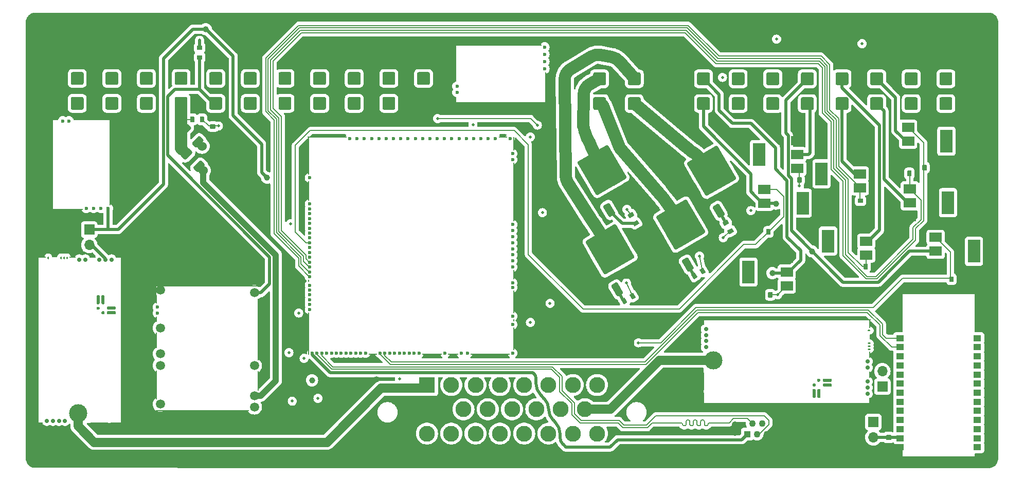
<source format=gtl>
G04 #@! TF.GenerationSoftware,KiCad,Pcbnew,8.0.1-8.0.1-1~ubuntu22.04.1*
G04 #@! TF.CreationDate,2024-04-19T03:01:46+00:00*
G04 #@! TF.ProjectId,uaeficopiedtovfr,75616566-6963-46f7-9069-6564746f7666,rev?*
G04 #@! TF.SameCoordinates,Original*
G04 #@! TF.FileFunction,Copper,L1,Top*
G04 #@! TF.FilePolarity,Positive*
%FSLAX46Y46*%
G04 Gerber Fmt 4.6, Leading zero omitted, Abs format (unit mm)*
G04 Created by KiCad (PCBNEW 8.0.1-8.0.1-1~ubuntu22.04.1) date 2024-04-19 03:01:46*
%MOMM*%
%LPD*%
G01*
G04 APERTURE LIST*
G04 #@! TA.AperFunction,Conductor*
%ADD10C,0.200000*%
G04 #@! TD*
G04 #@! TA.AperFunction,SMDPad,CuDef*
%ADD11R,2.000000X1.500000*%
G04 #@! TD*
G04 #@! TA.AperFunction,SMDPad,CuDef*
%ADD12R,2.000000X3.800000*%
G04 #@! TD*
G04 #@! TA.AperFunction,ComponentPad*
%ADD13C,5.600000*%
G04 #@! TD*
G04 #@! TA.AperFunction,ComponentPad*
%ADD14R,1.700000X1.700000*%
G04 #@! TD*
G04 #@! TA.AperFunction,ComponentPad*
%ADD15O,1.700000X1.700000*%
G04 #@! TD*
G04 #@! TA.AperFunction,ComponentPad*
%ADD16C,0.600000*%
G04 #@! TD*
G04 #@! TA.AperFunction,SMDPad,CuDef*
%ADD17R,6.185000X0.250000*%
G04 #@! TD*
G04 #@! TA.AperFunction,SMDPad,CuDef*
%ADD18R,1.115000X0.250000*%
G04 #@! TD*
G04 #@! TA.AperFunction,SMDPad,CuDef*
%ADD19R,0.250000X14.275000*%
G04 #@! TD*
G04 #@! TA.AperFunction,SMDPad,CuDef*
%ADD20R,0.250000X15.100000*%
G04 #@! TD*
G04 #@! TA.AperFunction,SMDPad,CuDef*
%ADD21R,5.175000X0.250000*%
G04 #@! TD*
G04 #@! TA.AperFunction,ComponentPad*
%ADD22C,0.700000*%
G04 #@! TD*
G04 #@! TA.AperFunction,SMDPad,CuDef*
%ADD23C,3.000000*%
G04 #@! TD*
G04 #@! TA.AperFunction,SMDPad,CuDef*
%ADD24R,3.000000X0.250000*%
G04 #@! TD*
G04 #@! TA.AperFunction,SMDPad,CuDef*
%ADD25R,1.100000X0.250000*%
G04 #@! TD*
G04 #@! TA.AperFunction,SMDPad,CuDef*
%ADD26R,0.980000X0.250000*%
G04 #@! TD*
G04 #@! TA.AperFunction,SMDPad,CuDef*
%ADD27R,1.450000X0.250000*%
G04 #@! TD*
G04 #@! TA.AperFunction,SMDPad,CuDef*
%ADD28R,0.250000X27.600000*%
G04 #@! TD*
G04 #@! TA.AperFunction,SMDPad,CuDef*
%ADD29R,1.950000X0.250000*%
G04 #@! TD*
G04 #@! TA.AperFunction,SMDPad,CuDef*
%ADD30R,0.950000X0.250000*%
G04 #@! TD*
G04 #@! TA.AperFunction,ComponentPad*
%ADD31C,1.500000*%
G04 #@! TD*
G04 #@! TA.AperFunction,SMDPad,CuDef*
%ADD32O,0.200000X3.300000*%
G04 #@! TD*
G04 #@! TA.AperFunction,SMDPad,CuDef*
%ADD33O,0.200000X10.200000*%
G04 #@! TD*
G04 #@! TA.AperFunction,SMDPad,CuDef*
%ADD34O,0.200000X0.300000*%
G04 #@! TD*
G04 #@! TA.AperFunction,SMDPad,CuDef*
%ADD35O,17.000000X0.200000*%
G04 #@! TD*
G04 #@! TA.AperFunction,SMDPad,CuDef*
%ADD36O,15.400000X0.200000*%
G04 #@! TD*
G04 #@! TA.AperFunction,SMDPad,CuDef*
%ADD37O,0.200000X4.800000*%
G04 #@! TD*
G04 #@! TA.AperFunction,SMDPad,CuDef*
%ADD38O,0.200000X2.600000*%
G04 #@! TD*
G04 #@! TA.AperFunction,SMDPad,CuDef*
%ADD39O,0.200000X1.000000*%
G04 #@! TD*
G04 #@! TA.AperFunction,SMDPad,CuDef*
%ADD40O,0.200000X1.500000*%
G04 #@! TD*
G04 #@! TA.AperFunction,ComponentPad*
%ADD41R,2.625000X2.625000*%
G04 #@! TD*
G04 #@! TA.AperFunction,ComponentPad*
%ADD42C,2.625000*%
G04 #@! TD*
G04 #@! TA.AperFunction,SMDPad,CuDef*
%ADD43R,0.250000X6.185000*%
G04 #@! TD*
G04 #@! TA.AperFunction,SMDPad,CuDef*
%ADD44R,0.250000X1.115000*%
G04 #@! TD*
G04 #@! TA.AperFunction,SMDPad,CuDef*
%ADD45R,14.275000X0.250000*%
G04 #@! TD*
G04 #@! TA.AperFunction,SMDPad,CuDef*
%ADD46R,15.100000X0.250000*%
G04 #@! TD*
G04 #@! TA.AperFunction,SMDPad,CuDef*
%ADD47R,0.250000X5.175000*%
G04 #@! TD*
G04 #@! TA.AperFunction,ComponentPad*
%ADD48R,1.100000X1.100000*%
G04 #@! TD*
G04 #@! TA.AperFunction,ComponentPad*
%ADD49C,1.100000*%
G04 #@! TD*
G04 #@! TA.AperFunction,ComponentPad*
%ADD50O,1.100000X2.400000*%
G04 #@! TD*
G04 #@! TA.AperFunction,ComponentPad*
%ADD51C,1.524000*%
G04 #@! TD*
G04 #@! TA.AperFunction,SMDPad,CuDef*
%ADD52R,0.200000X3.700000*%
G04 #@! TD*
G04 #@! TA.AperFunction,SMDPad,CuDef*
%ADD53R,0.200000X0.400000*%
G04 #@! TD*
G04 #@! TA.AperFunction,SMDPad,CuDef*
%ADD54R,0.200000X1.600000*%
G04 #@! TD*
G04 #@! TA.AperFunction,SMDPad,CuDef*
%ADD55R,0.200000X9.700000*%
G04 #@! TD*
G04 #@! TA.AperFunction,SMDPad,CuDef*
%ADD56R,0.200000X2.300000*%
G04 #@! TD*
G04 #@! TA.AperFunction,SMDPad,CuDef*
%ADD57R,1.400000X0.200000*%
G04 #@! TD*
G04 #@! TA.AperFunction,SMDPad,CuDef*
%ADD58R,6.400000X0.200000*%
G04 #@! TD*
G04 #@! TA.AperFunction,SMDPad,CuDef*
%ADD59R,1.700000X0.200000*%
G04 #@! TD*
G04 #@! TA.AperFunction,SMDPad,CuDef*
%ADD60R,3.300000X0.200000*%
G04 #@! TD*
G04 #@! TA.AperFunction,SMDPad,CuDef*
%ADD61R,0.200000X7.000000*%
G04 #@! TD*
G04 #@! TA.AperFunction,SMDPad,CuDef*
%ADD62R,0.200000X3.300000*%
G04 #@! TD*
G04 #@! TA.AperFunction,SMDPad,CuDef*
%ADD63R,0.200000X6.300000*%
G04 #@! TD*
G04 #@! TA.AperFunction,SMDPad,CuDef*
%ADD64R,1.300000X1.000000*%
G04 #@! TD*
G04 #@! TA.AperFunction,SMDPad,CuDef*
%ADD65R,0.250000X3.000000*%
G04 #@! TD*
G04 #@! TA.AperFunction,SMDPad,CuDef*
%ADD66R,0.250000X1.100000*%
G04 #@! TD*
G04 #@! TA.AperFunction,SMDPad,CuDef*
%ADD67R,0.250000X0.980000*%
G04 #@! TD*
G04 #@! TA.AperFunction,SMDPad,CuDef*
%ADD68R,0.250000X1.450000*%
G04 #@! TD*
G04 #@! TA.AperFunction,SMDPad,CuDef*
%ADD69R,27.600000X0.250000*%
G04 #@! TD*
G04 #@! TA.AperFunction,SMDPad,CuDef*
%ADD70R,0.250000X1.950000*%
G04 #@! TD*
G04 #@! TA.AperFunction,SMDPad,CuDef*
%ADD71R,0.250000X0.950000*%
G04 #@! TD*
G04 #@! TA.AperFunction,ViaPad*
%ADD72C,1.524000*%
G04 #@! TD*
G04 #@! TA.AperFunction,ViaPad*
%ADD73C,1.000000*%
G04 #@! TD*
G04 #@! TA.AperFunction,ViaPad*
%ADD74C,0.500000*%
G04 #@! TD*
G04 #@! TA.AperFunction,ViaPad*
%ADD75C,0.800000*%
G04 #@! TD*
G04 #@! TA.AperFunction,Conductor*
%ADD76C,0.500000*%
G04 #@! TD*
G04 #@! TA.AperFunction,Conductor*
%ADD77C,1.000000*%
G04 #@! TD*
G04 #@! TA.AperFunction,Conductor*
%ADD78C,2.000000*%
G04 #@! TD*
G04 #@! TA.AperFunction,Conductor*
%ADD79C,1.500000*%
G04 #@! TD*
G04 APERTURE END LIST*
D10*
G04 #@! TO.N,/IGNOUT3*
X106644000Y42301000D02*
X106673000Y42301000D01*
G04 #@! TD*
D11*
G04 #@! TO.P,Q7,1,G*
G04 #@! TO.N,/LS1*
X126954000Y49442000D03*
G04 #@! TO.P,Q7,2,D*
G04 #@! TO.N,/FUELPUMP_LS*
X126954000Y51742000D03*
G04 #@! TO.P,Q7,3,S*
G04 #@! TO.N,GND*
X126954000Y54042000D03*
D12*
G04 #@! TO.P,Q7,4*
G04 #@! TO.N,N/C*
X120654000Y51742000D03*
G04 #@! TD*
G04 #@! TO.P,R32,1*
G04 #@! TO.N,GND*
G04 #@! TA.AperFunction,SMDPad,CuDef*
G36*
G01*
X149860000Y49943000D02*
X149860000Y49163000D01*
G75*
G02*
X149790000Y49093000I-70000J0D01*
G01*
X149230000Y49093000D01*
G75*
G02*
X149160000Y49163000I0J70000D01*
G01*
X149160000Y49943000D01*
G75*
G02*
X149230000Y50013000I70000J0D01*
G01*
X149790000Y50013000D01*
G75*
G02*
X149860000Y49943000I0J-70000D01*
G01*
G37*
G04 #@! TD.AperFunction*
G04 #@! TO.P,R32,2*
G04 #@! TO.N,/INJ4*
G04 #@! TA.AperFunction,SMDPad,CuDef*
G36*
G01*
X148260000Y49943000D02*
X148260000Y49163000D01*
G75*
G02*
X148190000Y49093000I-70000J0D01*
G01*
X147630000Y49093000D01*
G75*
G02*
X147560000Y49163000I0J70000D01*
G01*
X147560000Y49943000D01*
G75*
G02*
X147630000Y50013000I70000J0D01*
G01*
X148190000Y50013000D01*
G75*
G02*
X148260000Y49943000I0J-70000D01*
G01*
G37*
G04 #@! TD.AperFunction*
G04 #@! TD*
G04 #@! TO.P,R31,1*
G04 #@! TO.N,GND*
G04 #@! TA.AperFunction,SMDPad,CuDef*
G36*
G01*
X143477000Y48236928D02*
X143477000Y49016928D01*
G75*
G02*
X143547000Y49086928I70000J0D01*
G01*
X144107000Y49086928D01*
G75*
G02*
X144177000Y49016928I0J-70000D01*
G01*
X144177000Y48236928D01*
G75*
G02*
X144107000Y48166928I-70000J0D01*
G01*
X143547000Y48166928D01*
G75*
G02*
X143477000Y48236928I0J70000D01*
G01*
G37*
G04 #@! TD.AperFunction*
G04 #@! TO.P,R31,2*
G04 #@! TO.N,/INJ3*
G04 #@! TA.AperFunction,SMDPad,CuDef*
G36*
G01*
X145077000Y48236928D02*
X145077000Y49016928D01*
G75*
G02*
X145147000Y49086928I70000J0D01*
G01*
X145707000Y49086928D01*
G75*
G02*
X145777000Y49016928I0J-70000D01*
G01*
X145777000Y48236928D01*
G75*
G02*
X145707000Y48166928I-70000J0D01*
G01*
X145147000Y48166928D01*
G75*
G02*
X145077000Y48236928I0J70000D01*
G01*
G37*
G04 #@! TD.AperFunction*
G04 #@! TD*
G04 #@! TO.P,R29,1*
G04 #@! TO.N,GND*
G04 #@! TA.AperFunction,SMDPad,CuDef*
G36*
G01*
X137754928Y42142000D02*
X136974928Y42142000D01*
G75*
G02*
X136904928Y42212000I0J70000D01*
G01*
X136904928Y42772000D01*
G75*
G02*
X136974928Y42842000I70000J0D01*
G01*
X137754928Y42842000D01*
G75*
G02*
X137824928Y42772000I0J-70000D01*
G01*
X137824928Y42212000D01*
G75*
G02*
X137754928Y42142000I-70000J0D01*
G01*
G37*
G04 #@! TD.AperFunction*
G04 #@! TO.P,R29,2*
G04 #@! TO.N,/INJ1*
G04 #@! TA.AperFunction,SMDPad,CuDef*
G36*
G01*
X137754928Y43742000D02*
X136974928Y43742000D01*
G75*
G02*
X136904928Y43812000I0J70000D01*
G01*
X136904928Y44372000D01*
G75*
G02*
X136974928Y44442000I70000J0D01*
G01*
X137754928Y44442000D01*
G75*
G02*
X137824928Y44372000I0J-70000D01*
G01*
X137824928Y43812000D01*
G75*
G02*
X137754928Y43742000I-70000J0D01*
G01*
G37*
G04 #@! TD.AperFunction*
G04 #@! TD*
D11*
G04 #@! TO.P,Q9,1,G*
G04 #@! TO.N,/LS3*
X125229000Y30059000D03*
G04 #@! TO.P,Q9,2,D*
G04 #@! TO.N,/OUT_LS3*
X125229000Y32359000D03*
G04 #@! TO.P,Q9,3,S*
G04 #@! TO.N,GND*
X125229000Y34659000D03*
D12*
G04 #@! TO.P,Q9,4*
G04 #@! TO.N,N/C*
X118929000Y32359000D03*
G04 #@! TD*
G04 #@! TO.P,Q1,1,G*
G04 #@! TO.N,Net-(Q1-G)*
G04 #@! TA.AperFunction,SMDPad,CuDef*
G36*
G01*
X114883109Y41670372D02*
X114276891Y41320372D01*
G75*
G02*
X113935385Y41411878I-125000J216506D01*
G01*
X113085385Y42884122D01*
G75*
G02*
X113176891Y43225628I216506J125000D01*
G01*
X113783109Y43575628D01*
G75*
G02*
X114124615Y43484122I125000J-216506D01*
G01*
X114974615Y42011878D01*
G75*
G02*
X114883109Y41670372I-216506J-125000D01*
G01*
G37*
G04 #@! TD.AperFunction*
G04 #@! TO.P,Q1,2,C*
G04 #@! TO.N,/IGNOUT1*
G04 #@! TA.AperFunction,SMDPad,CuDef*
G36*
G01*
X116749506Y47597679D02*
X114800948Y46472679D01*
G75*
G02*
X114459442Y46564185I-125000J216506D01*
G01*
X113184442Y48772549D01*
G75*
G02*
X113275948Y49114055I216506J125000D01*
G01*
X115224506Y50239055D01*
G75*
G02*
X115566012Y50147549I125000J-216506D01*
G01*
X116841012Y47939185D01*
G75*
G02*
X116749506Y47597679I-216506J-125000D01*
G01*
G37*
G04 #@! TD.AperFunction*
G04 #@! TA.AperFunction,SMDPad,CuDef*
G36*
G01*
X114108128Y46072679D02*
X112159570Y44947679D01*
G75*
G02*
X111818064Y45039185I-125000J216506D01*
G01*
X110543064Y47247549D01*
G75*
G02*
X110634570Y47589055I216506J125000D01*
G01*
X112583128Y48714055D01*
G75*
G02*
X112924634Y48622549I125000J-216506D01*
G01*
X114199634Y46414185D01*
G75*
G02*
X114108128Y46072679I-216506J-125000D01*
G01*
G37*
G04 #@! TD.AperFunction*
G04 #@! TA.AperFunction,SMDPad,CuDef*
G36*
G01*
X116749508Y47597680D02*
X112159569Y44947677D01*
G75*
G02*
X111818066Y45039182I-124999J216504D01*
G01*
X108868063Y50148737D01*
G75*
G02*
X108959569Y50490240I216504J124999D01*
G01*
X113549508Y53140243D01*
G75*
G02*
X113891010Y53048737I124998J-216504D01*
G01*
X116841013Y47939182D01*
G75*
G02*
X116749508Y47597680I-216504J-124998D01*
G01*
G37*
G04 #@! TD.AperFunction*
G04 #@! TA.AperFunction,SMDPad,CuDef*
G36*
G01*
X115074506Y50498865D02*
X113125948Y49373865D01*
G75*
G02*
X112784442Y49465371I-125000J216506D01*
G01*
X111509442Y51673735D01*
G75*
G02*
X111600948Y52015241I216506J125000D01*
G01*
X113549506Y53140241D01*
G75*
G02*
X113891012Y53048735I125000J-216506D01*
G01*
X115166012Y50840371D01*
G75*
G02*
X115074506Y50498865I-216506J-125000D01*
G01*
G37*
G04 #@! TD.AperFunction*
G04 #@! TA.AperFunction,SMDPad,CuDef*
G36*
G01*
X112433128Y48973865D02*
X110484570Y47848865D01*
G75*
G02*
X110143064Y47940371I-125000J216506D01*
G01*
X108868064Y50148735D01*
G75*
G02*
X108959570Y50490241I216506J125000D01*
G01*
X110908128Y51615241D01*
G75*
G02*
X111249634Y51523735I125000J-216506D01*
G01*
X112524634Y49315371D01*
G75*
G02*
X112433128Y48973865I-216506J-125000D01*
G01*
G37*
G04 #@! TD.AperFunction*
G04 #@! TO.P,Q1,3,E*
G04 #@! TO.N,GND*
G04 #@! TA.AperFunction,SMDPad,CuDef*
G36*
G01*
X118832185Y43950372D02*
X118225967Y43600372D01*
G75*
G02*
X117884461Y43691878I-125000J216506D01*
G01*
X117034461Y45164122D01*
G75*
G02*
X117125967Y45505628I216506J125000D01*
G01*
X117732185Y45855628D01*
G75*
G02*
X118073691Y45764122I125000J-216506D01*
G01*
X118923691Y44291878D01*
G75*
G02*
X118832185Y43950372I-216506J-125000D01*
G01*
G37*
G04 #@! TD.AperFunction*
G04 #@! TD*
G04 #@! TO.P,Q4,1,G*
G04 #@! TO.N,Net-(Q4-G)*
G04 #@! TA.AperFunction,SMDPad,CuDef*
G36*
G01*
X96852033Y41810372D02*
X96245815Y41460372D01*
G75*
G02*
X95904309Y41551878I-125000J216506D01*
G01*
X95054309Y43024122D01*
G75*
G02*
X95145815Y43365628I216506J125000D01*
G01*
X95752033Y43715628D01*
G75*
G02*
X96093539Y43624122I125000J-216506D01*
G01*
X96943539Y42151878D01*
G75*
G02*
X96852033Y41810372I-216506J-125000D01*
G01*
G37*
G04 #@! TD.AperFunction*
G04 #@! TO.P,Q4,2,C*
G04 #@! TO.N,/IGNOUT4*
G04 #@! TA.AperFunction,SMDPad,CuDef*
G36*
G01*
X98718430Y47737679D02*
X96769872Y46612679D01*
G75*
G02*
X96428366Y46704185I-125000J216506D01*
G01*
X95153366Y48912549D01*
G75*
G02*
X95244872Y49254055I216506J125000D01*
G01*
X97193430Y50379055D01*
G75*
G02*
X97534936Y50287549I125000J-216506D01*
G01*
X98809936Y48079185D01*
G75*
G02*
X98718430Y47737679I-216506J-125000D01*
G01*
G37*
G04 #@! TD.AperFunction*
G04 #@! TA.AperFunction,SMDPad,CuDef*
G36*
G01*
X96077052Y46212679D02*
X94128494Y45087679D01*
G75*
G02*
X93786988Y45179185I-125000J216506D01*
G01*
X92511988Y47387549D01*
G75*
G02*
X92603494Y47729055I216506J125000D01*
G01*
X94552052Y48854055D01*
G75*
G02*
X94893558Y48762549I125000J-216506D01*
G01*
X96168558Y46554185D01*
G75*
G02*
X96077052Y46212679I-216506J-125000D01*
G01*
G37*
G04 #@! TD.AperFunction*
G04 #@! TA.AperFunction,SMDPad,CuDef*
G36*
G01*
X98718432Y47737680D02*
X94128493Y45087677D01*
G75*
G02*
X93786990Y45179182I-124999J216504D01*
G01*
X90836987Y50288737D01*
G75*
G02*
X90928493Y50630240I216504J124999D01*
G01*
X95518432Y53280243D01*
G75*
G02*
X95859934Y53188737I124998J-216504D01*
G01*
X98809937Y48079182D01*
G75*
G02*
X98718432Y47737680I-216504J-124998D01*
G01*
G37*
G04 #@! TD.AperFunction*
G04 #@! TA.AperFunction,SMDPad,CuDef*
G36*
G01*
X97043430Y50638865D02*
X95094872Y49513865D01*
G75*
G02*
X94753366Y49605371I-125000J216506D01*
G01*
X93478366Y51813735D01*
G75*
G02*
X93569872Y52155241I216506J125000D01*
G01*
X95518430Y53280241D01*
G75*
G02*
X95859936Y53188735I125000J-216506D01*
G01*
X97134936Y50980371D01*
G75*
G02*
X97043430Y50638865I-216506J-125000D01*
G01*
G37*
G04 #@! TD.AperFunction*
G04 #@! TA.AperFunction,SMDPad,CuDef*
G36*
G01*
X94402052Y49113865D02*
X92453494Y47988865D01*
G75*
G02*
X92111988Y48080371I-125000J216506D01*
G01*
X90836988Y50288735D01*
G75*
G02*
X90928494Y50630241I216506J125000D01*
G01*
X92877052Y51755241D01*
G75*
G02*
X93218558Y51663735I125000J-216506D01*
G01*
X94493558Y49455371D01*
G75*
G02*
X94402052Y49113865I-216506J-125000D01*
G01*
G37*
G04 #@! TD.AperFunction*
G04 #@! TO.P,Q4,3,E*
G04 #@! TO.N,GND*
G04 #@! TA.AperFunction,SMDPad,CuDef*
G36*
G01*
X100801109Y44090372D02*
X100194891Y43740372D01*
G75*
G02*
X99853385Y43831878I-125000J216506D01*
G01*
X99003385Y45304122D01*
G75*
G02*
X99094891Y45645628I216506J125000D01*
G01*
X99701109Y45995628D01*
G75*
G02*
X100042615Y45904122I125000J-216506D01*
G01*
X100892615Y44431878D01*
G75*
G02*
X100801109Y44090372I-216506J-125000D01*
G01*
G37*
G04 #@! TD.AperFunction*
G04 #@! TD*
G04 #@! TO.P,R1,1*
G04 #@! TO.N,+5VP*
G04 #@! TA.AperFunction,SMDPad,CuDef*
G36*
G01*
X28957000Y67393000D02*
X28177000Y67393000D01*
G75*
G02*
X28107000Y67463000I0J70000D01*
G01*
X28107000Y68023000D01*
G75*
G02*
X28177000Y68093000I70000J0D01*
G01*
X28957000Y68093000D01*
G75*
G02*
X29027000Y68023000I0J-70000D01*
G01*
X29027000Y67463000D01*
G75*
G02*
X28957000Y67393000I-70000J0D01*
G01*
G37*
G04 #@! TD.AperFunction*
G04 #@! TO.P,R1,2*
G04 #@! TO.N,/CAM{slash}CRANK-*
G04 #@! TA.AperFunction,SMDPad,CuDef*
G36*
G01*
X28957000Y68993000D02*
X28177000Y68993000D01*
G75*
G02*
X28107000Y69063000I0J70000D01*
G01*
X28107000Y69623000D01*
G75*
G02*
X28177000Y69693000I70000J0D01*
G01*
X28957000Y69693000D01*
G75*
G02*
X29027000Y69623000I0J-70000D01*
G01*
X29027000Y69063000D01*
G75*
G02*
X28957000Y68993000I-70000J0D01*
G01*
G37*
G04 #@! TD.AperFunction*
G04 #@! TD*
D13*
G04 #@! TO.P,H2,1,1*
G04 #@! TO.N,GND*
X29925000Y37242000D03*
G04 #@! TD*
G04 #@! TO.P,H1,1,1*
G04 #@! TO.N,GND*
X155885000Y48938000D03*
G04 #@! TD*
D14*
G04 #@! TO.P,JP3,1,A*
G04 #@! TO.N,+3.3VA*
X139494000Y7635000D03*
D15*
G04 #@! TO.P,JP3,2,B*
G04 #@! TO.N,Net-(JP3-B)*
X139494000Y5095000D03*
G04 #@! TD*
G04 #@! TO.P,R30,1*
G04 #@! TO.N,GND*
G04 #@! TA.AperFunction,SMDPad,CuDef*
G36*
G01*
X140178000Y33631072D02*
X140178000Y32851072D01*
G75*
G02*
X140108000Y32781072I-70000J0D01*
G01*
X139548000Y32781072D01*
G75*
G02*
X139478000Y32851072I0J70000D01*
G01*
X139478000Y33631072D01*
G75*
G02*
X139548000Y33701072I70000J0D01*
G01*
X140108000Y33701072D01*
G75*
G02*
X140178000Y33631072I0J-70000D01*
G01*
G37*
G04 #@! TD.AperFunction*
G04 #@! TO.P,R30,2*
G04 #@! TO.N,/INJ2*
G04 #@! TA.AperFunction,SMDPad,CuDef*
G36*
G01*
X138578000Y33631072D02*
X138578000Y32851072D01*
G75*
G02*
X138508000Y32781072I-70000J0D01*
G01*
X137948000Y32781072D01*
G75*
G02*
X137878000Y32851072I0J70000D01*
G01*
X137878000Y33631072D01*
G75*
G02*
X137948000Y33701072I70000J0D01*
G01*
X138508000Y33701072D01*
G75*
G02*
X138578000Y33631072I0J-70000D01*
G01*
G37*
G04 #@! TD.AperFunction*
G04 #@! TD*
D16*
G04 #@! TO.P,M3,E1,Thresh_IN*
G04 #@! TO.N,/VR1_THRESHOLD*
X11118000Y42857000D03*
G04 #@! TO.P,M3,E2,OUT_A*
G04 #@! TO.N,/VR1_A*
X9918000Y42857000D03*
G04 #@! TO.P,M3,E3,OUT*
G04 #@! TO.N,/VR1*
X12318000Y42857000D03*
G04 #@! TO.P,M3,E4,V5_IN*
G04 #@! TO.N,+5VA*
X13518000Y42857000D03*
D17*
G04 #@! TO.P,M3,G,GND*
G04 #@! TO.N,GND*
X10850500Y57507000D03*
D18*
X4800500Y57507000D03*
D19*
X13818000Y50494500D03*
D20*
X4368000Y50082000D03*
D21*
X6830500Y42657000D03*
D16*
G04 #@! TO.P,M3,W1,VR-*
G04 #@! TO.N,/CAM{slash}CRANK-*
X7058000Y57282000D03*
G04 #@! TO.P,M3,W2,VR+*
G04 #@! TO.N,/CAM+*
X6058000Y57282000D03*
G04 #@! TD*
G04 #@! TO.P,R2,1*
G04 #@! TO.N,/IN_VMAIN*
G04 #@! TA.AperFunction,SMDPad,CuDef*
G36*
G01*
X29314000Y57922000D02*
X29314000Y57142000D01*
G75*
G02*
X29244000Y57072000I-70000J0D01*
G01*
X28684000Y57072000D01*
G75*
G02*
X28614000Y57142000I0J70000D01*
G01*
X28614000Y57922000D01*
G75*
G02*
X28684000Y57992000I70000J0D01*
G01*
X29244000Y57992000D01*
G75*
G02*
X29314000Y57922000I0J-70000D01*
G01*
G37*
G04 #@! TD.AperFunction*
G04 #@! TO.P,R2,2*
G04 #@! TO.N,+12V*
G04 #@! TA.AperFunction,SMDPad,CuDef*
G36*
G01*
X27714000Y57922000D02*
X27714000Y57142000D01*
G75*
G02*
X27644000Y57072000I-70000J0D01*
G01*
X27084000Y57072000D01*
G75*
G02*
X27014000Y57142000I0J70000D01*
G01*
X27014000Y57922000D01*
G75*
G02*
X27084000Y57992000I70000J0D01*
G01*
X27644000Y57992000D01*
G75*
G02*
X27714000Y57922000I0J-70000D01*
G01*
G37*
G04 #@! TD.AperFunction*
G04 #@! TD*
D11*
G04 #@! TO.P,Q14,1,G*
G04 #@! TO.N,/INJ2*
X138324000Y35162000D03*
G04 #@! TO.P,Q14,2,D*
G04 #@! TO.N,/INJOUT2*
X138324000Y37462000D03*
G04 #@! TO.P,Q14,3,S*
G04 #@! TO.N,GND*
X138324000Y39762000D03*
D12*
G04 #@! TO.P,Q14,4*
G04 #@! TO.N,N/C*
X132024000Y37462000D03*
G04 #@! TD*
D14*
G04 #@! TO.P,JP2,1,A*
G04 #@! TO.N,+5VA*
X10412000Y39352000D03*
D15*
G04 #@! TO.P,JP2,2,B*
G04 #@! TO.N,Net-(JP2-B)*
X10412000Y36812000D03*
G04 #@! TD*
G04 #@! TO.P,Q3,1,G*
G04 #@! TO.N,Net-(Q3-G)*
G04 #@! TA.AperFunction,SMDPad,CuDef*
G36*
G01*
X109796109Y32814372D02*
X109189891Y32464372D01*
G75*
G02*
X108848385Y32555878I-125000J216506D01*
G01*
X107998385Y34028122D01*
G75*
G02*
X108089891Y34369628I216506J125000D01*
G01*
X108696109Y34719628D01*
G75*
G02*
X109037615Y34628122I125000J-216506D01*
G01*
X109887615Y33155878D01*
G75*
G02*
X109796109Y32814372I-216506J-125000D01*
G01*
G37*
G04 #@! TD.AperFunction*
G04 #@! TO.P,Q3,2,C*
G04 #@! TO.N,/IGNOUT3*
G04 #@! TA.AperFunction,SMDPad,CuDef*
G36*
G01*
X111662506Y38741679D02*
X109713948Y37616679D01*
G75*
G02*
X109372442Y37708185I-125000J216506D01*
G01*
X108097442Y39916549D01*
G75*
G02*
X108188948Y40258055I216506J125000D01*
G01*
X110137506Y41383055D01*
G75*
G02*
X110479012Y41291549I125000J-216506D01*
G01*
X111754012Y39083185D01*
G75*
G02*
X111662506Y38741679I-216506J-125000D01*
G01*
G37*
G04 #@! TD.AperFunction*
G04 #@! TA.AperFunction,SMDPad,CuDef*
G36*
G01*
X109021128Y37216679D02*
X107072570Y36091679D01*
G75*
G02*
X106731064Y36183185I-125000J216506D01*
G01*
X105456064Y38391549D01*
G75*
G02*
X105547570Y38733055I216506J125000D01*
G01*
X107496128Y39858055D01*
G75*
G02*
X107837634Y39766549I125000J-216506D01*
G01*
X109112634Y37558185D01*
G75*
G02*
X109021128Y37216679I-216506J-125000D01*
G01*
G37*
G04 #@! TD.AperFunction*
G04 #@! TA.AperFunction,SMDPad,CuDef*
G36*
G01*
X111662508Y38741680D02*
X107072569Y36091677D01*
G75*
G02*
X106731066Y36183182I-124999J216504D01*
G01*
X103781063Y41292737D01*
G75*
G02*
X103872569Y41634240I216504J124999D01*
G01*
X108462508Y44284243D01*
G75*
G02*
X108804010Y44192737I124998J-216504D01*
G01*
X111754013Y39083182D01*
G75*
G02*
X111662508Y38741680I-216504J-124998D01*
G01*
G37*
G04 #@! TD.AperFunction*
G04 #@! TA.AperFunction,SMDPad,CuDef*
G36*
G01*
X109987506Y41642865D02*
X108038948Y40517865D01*
G75*
G02*
X107697442Y40609371I-125000J216506D01*
G01*
X106422442Y42817735D01*
G75*
G02*
X106513948Y43159241I216506J125000D01*
G01*
X108462506Y44284241D01*
G75*
G02*
X108804012Y44192735I125000J-216506D01*
G01*
X110079012Y41984371D01*
G75*
G02*
X109987506Y41642865I-216506J-125000D01*
G01*
G37*
G04 #@! TD.AperFunction*
G04 #@! TA.AperFunction,SMDPad,CuDef*
G36*
G01*
X107346128Y40117865D02*
X105397570Y38992865D01*
G75*
G02*
X105056064Y39084371I-125000J216506D01*
G01*
X103781064Y41292735D01*
G75*
G02*
X103872570Y41634241I216506J125000D01*
G01*
X105821128Y42759241D01*
G75*
G02*
X106162634Y42667735I125000J-216506D01*
G01*
X107437634Y40459371D01*
G75*
G02*
X107346128Y40117865I-216506J-125000D01*
G01*
G37*
G04 #@! TD.AperFunction*
G04 #@! TO.P,Q3,3,E*
G04 #@! TO.N,GND*
G04 #@! TA.AperFunction,SMDPad,CuDef*
G36*
G01*
X113745185Y35094372D02*
X113138967Y34744372D01*
G75*
G02*
X112797461Y34835878I-125000J216506D01*
G01*
X111947461Y36308122D01*
G75*
G02*
X112038967Y36649628I216506J125000D01*
G01*
X112645185Y36999628D01*
G75*
G02*
X112986691Y36908122I125000J-216506D01*
G01*
X113836691Y35435878D01*
G75*
G02*
X113745185Y35094372I-216506J-125000D01*
G01*
G37*
G04 #@! TD.AperFunction*
G04 #@! TD*
D22*
G04 #@! TO.P,M7,E1,LSU_Un*
G04 #@! TO.N,/WBO2_Un*
X3416000Y7829000D03*
G04 #@! TO.P,M7,E2,LSU_Vm*
G04 #@! TO.N,/WBO2_Vm*
X6416000Y7829000D03*
G04 #@! TO.P,M7,E3,LSU_Ip*
G04 #@! TO.N,/WBO2_Ip*
X5416000Y7829000D03*
G04 #@! TO.P,M7,E4,LSU_Rtrim*
G04 #@! TO.N,/WBO2_Rtrim*
X4416000Y7829000D03*
D23*
G04 #@! TO.P,M7,E5,LSU_H+*
G04 #@! TO.N,/WBO2_Heater*
X8566000Y9079000D03*
D24*
G04 #@! TO.P,M7,E6,LSU_H-*
G04 #@! TO.N,GND*
X12066000Y7454000D03*
D25*
G04 #@! TO.P,M7,G,GND*
X15266000Y34804000D03*
D26*
X10926000Y34804000D03*
X7626000Y34804000D03*
D27*
X2541000Y34804000D03*
D28*
X15691000Y21129000D03*
X1941000Y21129000D03*
D29*
X14841000Y7454000D03*
D30*
X2291000Y7454000D03*
G04 #@! TO.P,M7,J1,SEL1*
G04 #@! TO.N,Net-(M7-PULL_DOWN1)*
G04 #@! TA.AperFunction,SMDPad,CuDef*
G36*
G01*
X14666000Y25379000D02*
X13416000Y25379000D01*
G75*
G02*
X13291000Y25504000I0J125000D01*
G01*
X13291000Y25754000D01*
G75*
G02*
X13416000Y25879000I125000J0D01*
G01*
X14666000Y25879000D01*
G75*
G02*
X14791000Y25754000I0J-125000D01*
G01*
X14791000Y25504000D01*
G75*
G02*
X14666000Y25379000I-125000J0D01*
G01*
G37*
G04 #@! TD.AperFunction*
G04 #@! TO.P,M7,J2,SEL2*
G04 #@! TO.N,unconnected-(M7-SEL2-PadJ2)*
G04 #@! TA.AperFunction,SMDPad,CuDef*
G36*
G01*
X11991000Y27054000D02*
X11741000Y27054000D01*
G75*
G02*
X11616000Y27179000I0J125000D01*
G01*
X11616000Y28429000D01*
G75*
G02*
X11741000Y28554000I125000J0D01*
G01*
X11991000Y28554000D01*
G75*
G02*
X12116000Y28429000I0J-125000D01*
G01*
X12116000Y27179000D01*
G75*
G02*
X11991000Y27054000I-125000J0D01*
G01*
G37*
G04 #@! TD.AperFunction*
G04 #@! TO.P,M7,J_GND1,PULL_DOWN1*
G04 #@! TO.N,Net-(M7-PULL_DOWN1)*
G04 #@! TA.AperFunction,SMDPad,CuDef*
G36*
G01*
X14666000Y26179000D02*
X13416000Y26179000D01*
G75*
G02*
X13291000Y26304000I0J125000D01*
G01*
X13291000Y26554000D01*
G75*
G02*
X13416000Y26679000I125000J0D01*
G01*
X14666000Y26679000D01*
G75*
G02*
X14791000Y26554000I0J-125000D01*
G01*
X14791000Y26304000D01*
G75*
G02*
X14666000Y26179000I-125000J0D01*
G01*
G37*
G04 #@! TD.AperFunction*
G04 #@! TO.P,M7,J_GND2,PULL_DOWN2*
G04 #@! TO.N,unconnected-(M7-PULL_DOWN2-PadJ_GND2)*
G04 #@! TA.AperFunction,SMDPad,CuDef*
G36*
G01*
X12116000Y26504000D02*
X12116000Y26254000D01*
G75*
G02*
X11991000Y26129000I-125000J0D01*
G01*
X11741000Y26129000D01*
G75*
G02*
X11616000Y26254000I0J125000D01*
G01*
X11616000Y26504000D01*
G75*
G02*
X11741000Y26629000I125000J0D01*
G01*
X11991000Y26629000D01*
G75*
G02*
X12116000Y26504000I0J-125000D01*
G01*
G37*
G04 #@! TD.AperFunction*
G04 #@! TO.P,M7,J_VCC1,PULL_UP1*
G04 #@! TO.N,unconnected-(M7-PULL_UP1-PadJ_VCC1)*
G04 #@! TA.AperFunction,SMDPad,CuDef*
G36*
G01*
X12791000Y25379000D02*
X12541000Y25379000D01*
G75*
G02*
X12416000Y25504000I0J125000D01*
G01*
X12416000Y25754000D01*
G75*
G02*
X12541000Y25879000I125000J0D01*
G01*
X12791000Y25879000D01*
G75*
G02*
X12916000Y25754000I0J-125000D01*
G01*
X12916000Y25504000D01*
G75*
G02*
X12791000Y25379000I-125000J0D01*
G01*
G37*
G04 #@! TD.AperFunction*
G04 #@! TO.P,M7,J_VCC2,PULL_UP2*
G04 #@! TO.N,unconnected-(M7-PULL_UP2-PadJ_VCC2)*
G04 #@! TA.AperFunction,SMDPad,CuDef*
G36*
G01*
X12791000Y27054000D02*
X12541000Y27054000D01*
G75*
G02*
X12416000Y27179000I0J125000D01*
G01*
X12416000Y28429000D01*
G75*
G02*
X12541000Y28554000I125000J0D01*
G01*
X12791000Y28554000D01*
G75*
G02*
X12916000Y28429000I0J-125000D01*
G01*
X12916000Y27179000D01*
G75*
G02*
X12791000Y27054000I-125000J0D01*
G01*
G37*
G04 #@! TD.AperFunction*
D22*
G04 #@! TO.P,M7,W1,V5_IN*
G04 #@! TO.N,Net-(JP2-B)*
X13066000Y34420200D03*
G04 #@! TO.P,M7,W2,CAN_VIO*
G04 #@! TO.N,unconnected-(M7-CAN_VIO-PadW2)*
X12066000Y34420200D03*
G04 #@! TO.P,M7,W3,CANL*
G04 #@! TO.N,/CAN-*
X8770000Y34420200D03*
G04 #@! TO.P,M7,W4,CANH*
G04 #@! TO.N,/CAN+*
X9786000Y34420200D03*
G04 #@! TO.P,M7,W5,nReset*
G04 #@! TO.N,Net-(J3-Pin_5)*
G04 #@! TA.AperFunction,SMDPad,CuDef*
G36*
G01*
X6766000Y34929000D02*
X6766000Y34929000D01*
G75*
G02*
X6891000Y34804000I0J-125000D01*
G01*
X6891000Y34554000D01*
G75*
G02*
X6766000Y34429000I-125000J0D01*
G01*
X6766000Y34429000D01*
G75*
G02*
X6641000Y34554000I0J125000D01*
G01*
X6641000Y34804000D01*
G75*
G02*
X6766000Y34929000I125000J0D01*
G01*
G37*
G04 #@! TD.AperFunction*
G04 #@! TO.P,M7,W6,SWDIO*
G04 #@! TO.N,Net-(J3-Pin_4)*
G04 #@! TA.AperFunction,SMDPad,CuDef*
G36*
G01*
X6266000Y34929000D02*
X6266000Y34929000D01*
G75*
G02*
X6391000Y34804000I0J-125000D01*
G01*
X6391000Y34554000D01*
G75*
G02*
X6266000Y34429000I-125000J0D01*
G01*
X6266000Y34429000D01*
G75*
G02*
X6141000Y34554000I0J125000D01*
G01*
X6141000Y34804000D01*
G75*
G02*
X6266000Y34929000I125000J0D01*
G01*
G37*
G04 #@! TD.AperFunction*
G04 #@! TO.P,M7,W7,SWCLK*
G04 #@! TO.N,Net-(J3-Pin_2)*
G04 #@! TA.AperFunction,SMDPad,CuDef*
G36*
G01*
X5766000Y34929000D02*
X5766000Y34929000D01*
G75*
G02*
X5891000Y34804000I0J-125000D01*
G01*
X5891000Y34554000D01*
G75*
G02*
X5766000Y34429000I-125000J0D01*
G01*
X5766000Y34429000D01*
G75*
G02*
X5641000Y34554000I0J125000D01*
G01*
X5641000Y34804000D01*
G75*
G02*
X5766000Y34929000I125000J0D01*
G01*
G37*
G04 #@! TD.AperFunction*
G04 #@! TO.P,M7,W8,V33_OUT*
G04 #@! TO.N,Net-(J3-Pin_1)*
G04 #@! TA.AperFunction,SMDPad,CuDef*
G36*
G01*
X3666000Y34929000D02*
X3666000Y34929000D01*
G75*
G02*
X3791000Y34804000I0J-125000D01*
G01*
X3791000Y34554000D01*
G75*
G02*
X3666000Y34429000I-125000J0D01*
G01*
X3666000Y34429000D01*
G75*
G02*
X3541000Y34554000I0J125000D01*
G01*
X3541000Y34804000D01*
G75*
G02*
X3666000Y34929000I125000J0D01*
G01*
G37*
G04 #@! TD.AperFunction*
G04 #@! TO.P,M7,W9,VDDA*
G04 #@! TO.N,unconnected-(M7-VDDA-PadW9)*
X14066000Y34420200D03*
G04 #@! TD*
D31*
G04 #@! TO.P,M1,E1,VBAT*
G04 #@! TO.N,/VBAT*
X22089005Y10557001D03*
G04 #@! TO.P,M1,E2,V12*
G04 #@! TO.N,unconnected-(M1-V12-PadE2)*
X22089005Y16956998D03*
G04 #@! TO.P,M1,E3,VIGN*
G04 #@! TO.N,/VIGN*
X22089005Y18857001D03*
G04 #@! TO.P,M1,E4,V5*
G04 #@! TO.N,+5V*
X22089005Y23157001D03*
D16*
G04 #@! TO.P,M1,E5,EN_5VP*
G04 #@! TO.N,/PWR_EN*
X21639006Y25556998D03*
G04 #@! TO.P,M1,E6,PG_5VP*
G04 #@! TO.N,Net-(M1-PG_5VP)*
X21639006Y26556999D03*
D32*
G04 #@! TO.P,M1,S1,GND*
G04 #@! TO.N,GND*
X38239001Y14407001D03*
D33*
X38239001Y22906999D03*
D34*
X38239001Y30007001D03*
D35*
X29839003Y30057001D03*
D36*
X29039002Y9457001D03*
D31*
X22089005Y29407001D03*
D34*
X21439004Y9507001D03*
D37*
X21439004Y13706999D03*
D38*
X21439004Y21057001D03*
D39*
X21439004Y24556998D03*
D40*
X21439004Y27856999D03*
D31*
G04 #@! TO.P,M1,V1,V12_PERM*
G04 #@! TO.N,+12V_RAW*
X37589002Y10106999D03*
G04 #@! TO.P,M1,V2,IN_VIGN*
G04 #@! TO.N,/IN_VIGN*
X37589002Y11956998D03*
G04 #@! TO.P,M1,V3,V12_RAW*
G04 #@! TO.N,+12V_RAW*
X37589002Y16907001D03*
G04 #@! TO.P,M1,V4,5VP*
G04 #@! TO.N,+5VP*
X37589002Y28956999D03*
G04 #@! TD*
D11*
G04 #@! TO.P,Q13,1,G*
G04 #@! TO.N,/INJ1*
X137258000Y46252000D03*
G04 #@! TO.P,Q13,2,D*
G04 #@! TO.N,/INJOUT1*
X137258000Y48552000D03*
G04 #@! TO.P,Q13,3,S*
G04 #@! TO.N,GND*
X137258000Y50852000D03*
D12*
G04 #@! TO.P,Q13,4*
G04 #@! TO.N,N/C*
X130958000Y48552000D03*
G04 #@! TD*
D11*
G04 #@! TO.P,Q8,1,G*
G04 #@! TO.N,/LS2*
X121556000Y46011000D03*
G04 #@! TO.P,Q8,2,D*
G04 #@! TO.N,/OUT_LS2*
X121556000Y43711000D03*
G04 #@! TO.P,Q8,3,S*
G04 #@! TO.N,GND*
X121556000Y41411000D03*
D12*
G04 #@! TO.P,Q8,4*
G04 #@! TO.N,N/C*
X127856000Y43711000D03*
G04 #@! TD*
G04 #@! TO.P,C1,1*
G04 #@! TO.N,GND*
G04 #@! TA.AperFunction,SMDPad,CuDef*
G36*
G01*
X142344994Y3064999D02*
X141664994Y3064999D01*
G75*
G02*
X141579994Y3149999I0J85000D01*
G01*
X141579994Y3829999D01*
G75*
G02*
X141664994Y3914999I85000J0D01*
G01*
X142344994Y3914999D01*
G75*
G02*
X142429994Y3829999I0J-85000D01*
G01*
X142429994Y3149999D01*
G75*
G02*
X142344994Y3064999I-85000J0D01*
G01*
G37*
G04 #@! TD.AperFunction*
G04 #@! TO.P,C1,2*
G04 #@! TO.N,Net-(JP3-B)*
G04 #@! TA.AperFunction,SMDPad,CuDef*
G36*
G01*
X142344994Y4645001D02*
X141664994Y4645001D01*
G75*
G02*
X141579994Y4730001I0J85000D01*
G01*
X141579994Y5410001D01*
G75*
G02*
X141664994Y5495001I85000J0D01*
G01*
X142344994Y5495001D01*
G75*
G02*
X142429994Y5410001I0J-85000D01*
G01*
X142429994Y4730001D01*
G75*
G02*
X142344994Y4645001I-85000J0D01*
G01*
G37*
G04 #@! TD.AperFunction*
G04 #@! TD*
G04 #@! TO.P,R10,1*
G04 #@! TO.N,Net-(Q2-G)*
G04 #@! TA.AperFunction,SMDPad,CuDef*
G36*
G01*
X98353071Y27066250D02*
X97963071Y27741750D01*
G75*
G02*
X97988693Y27837372I60622J35000D01*
G01*
X98473667Y28117372D01*
G75*
G02*
X98569289Y28091750I35000J-60622D01*
G01*
X98959289Y27416250D01*
G75*
G02*
X98933667Y27320628I-60622J-35000D01*
G01*
X98448693Y27040628D01*
G75*
G02*
X98353071Y27066250I-35000J60622D01*
G01*
G37*
G04 #@! TD.AperFunction*
G04 #@! TO.P,R10,2*
G04 #@! TO.N,/IGN2*
G04 #@! TA.AperFunction,SMDPad,CuDef*
G36*
G01*
X99738711Y27866250D02*
X99348711Y28541750D01*
G75*
G02*
X99374333Y28637372I60622J35000D01*
G01*
X99859307Y28917372D01*
G75*
G02*
X99954929Y28891750I35000J-60622D01*
G01*
X100344929Y28216250D01*
G75*
G02*
X100319307Y28120628I-60622J-35000D01*
G01*
X99834333Y27840628D01*
G75*
G02*
X99738711Y27866250I-35000J60622D01*
G01*
G37*
G04 #@! TD.AperFunction*
G04 #@! TD*
G04 #@! TO.P,R22,1*
G04 #@! TO.N,GND*
G04 #@! TA.AperFunction,SMDPad,CuDef*
G36*
G01*
X120254000Y38585928D02*
X120254000Y39365928D01*
G75*
G02*
X120324000Y39435928I70000J0D01*
G01*
X120884000Y39435928D01*
G75*
G02*
X120954000Y39365928I0J-70000D01*
G01*
X120954000Y38585928D01*
G75*
G02*
X120884000Y38515928I-70000J0D01*
G01*
X120324000Y38515928D01*
G75*
G02*
X120254000Y38585928I0J70000D01*
G01*
G37*
G04 #@! TD.AperFunction*
G04 #@! TO.P,R22,2*
G04 #@! TO.N,/LS2*
G04 #@! TA.AperFunction,SMDPad,CuDef*
G36*
G01*
X121854000Y38585928D02*
X121854000Y39365928D01*
G75*
G02*
X121924000Y39435928I70000J0D01*
G01*
X122484000Y39435928D01*
G75*
G02*
X122554000Y39365928I0J-70000D01*
G01*
X122554000Y38585928D01*
G75*
G02*
X122484000Y38515928I-70000J0D01*
G01*
X121924000Y38515928D01*
G75*
G02*
X121854000Y38585928I0J70000D01*
G01*
G37*
G04 #@! TD.AperFunction*
G04 #@! TD*
G04 #@! TO.P,R11,1*
G04 #@! TO.N,Net-(Q3-G)*
G04 #@! TA.AperFunction,SMDPad,CuDef*
G36*
G01*
X109890071Y31201250D02*
X109500071Y31876750D01*
G75*
G02*
X109525693Y31972372I60622J35000D01*
G01*
X110010667Y32252372D01*
G75*
G02*
X110106289Y32226750I35000J-60622D01*
G01*
X110496289Y31551250D01*
G75*
G02*
X110470667Y31455628I-60622J-35000D01*
G01*
X109985693Y31175628D01*
G75*
G02*
X109890071Y31201250I-35000J60622D01*
G01*
G37*
G04 #@! TD.AperFunction*
G04 #@! TO.P,R11,2*
G04 #@! TO.N,/IGN3*
G04 #@! TA.AperFunction,SMDPad,CuDef*
G36*
G01*
X111275711Y32001250D02*
X110885711Y32676750D01*
G75*
G02*
X110911333Y32772372I60622J35000D01*
G01*
X111396307Y33052372D01*
G75*
G02*
X111491929Y33026750I35000J-60622D01*
G01*
X111881929Y32351250D01*
G75*
G02*
X111856307Y32255628I-60622J-35000D01*
G01*
X111371333Y31975628D01*
G75*
G02*
X111275711Y32001250I-35000J60622D01*
G01*
G37*
G04 #@! TD.AperFunction*
G04 #@! TD*
D41*
G04 #@! TO.P,J4,1,1*
G04 #@! TO.N,/WBO2_Heater*
X66007000Y13720000D03*
D42*
G04 #@! TO.P,J4,2,2*
G04 #@! TO.N,+12V_RAW*
X70007000Y13720000D03*
G04 #@! TO.P,J4,3,3*
X74007000Y13720000D03*
G04 #@! TO.P,J4,4,4*
G04 #@! TO.N,/OUT_LS3*
X78007000Y13720000D03*
G04 #@! TO.P,J4,5,5*
G04 #@! TO.N,/INTAKEFLAP*
X82007000Y13720000D03*
G04 #@! TO.P,J4,6,6*
G04 #@! TO.N,/OUT_LS2*
X86007000Y13720000D03*
G04 #@! TO.P,J4,7,7*
G04 #@! TO.N,+12V_RAW*
X90007000Y13720000D03*
G04 #@! TO.P,J4,8,8*
G04 #@! TO.N,/CAN+*
X94007000Y13720000D03*
G04 #@! TO.P,J4,9,9*
G04 #@! TO.N,GND*
X68007000Y9720000D03*
G04 #@! TO.P,J4,10,10*
G04 #@! TO.N,/IN_BUTTON3*
X72007000Y9720000D03*
G04 #@! TO.P,J4,11,11*
G04 #@! TO.N,/IN_AUX2*
X76007000Y9720000D03*
G04 #@! TO.P,J4,12,12*
G04 #@! TO.N,/IN_FLEX*
X80007000Y9720000D03*
G04 #@! TO.P,J4,13,13*
G04 #@! TO.N,/IN_AUX1*
X84007000Y9720000D03*
G04 #@! TO.P,J4,14,14*
G04 #@! TO.N,/CAN-*
X88007000Y9720000D03*
G04 #@! TO.P,J4,15,15*
G04 #@! TO.N,/WBO_Heater*
X92007000Y9720000D03*
G04 #@! TO.P,J4,16,16*
G04 #@! TO.N,/WBO2_Vm*
X66007000Y5720000D03*
G04 #@! TO.P,J4,17,17*
G04 #@! TO.N,/WBO2_Ip*
X70007000Y5720000D03*
G04 #@! TO.P,J4,18,18*
G04 #@! TO.N,/WBO2_Un*
X74007000Y5720000D03*
G04 #@! TO.P,J4,19,19*
G04 #@! TO.N,/WBO2_Rtrim*
X78007000Y5720000D03*
G04 #@! TO.P,J4,20,20*
G04 #@! TO.N,/WBO_Un*
X82007000Y5720000D03*
G04 #@! TO.P,J4,21,21*
G04 #@! TO.N,/WBO_Rtrim*
X86007000Y5720000D03*
G04 #@! TO.P,J4,22,22*
G04 #@! TO.N,/WBO_Ip*
X90007000Y5720000D03*
G04 #@! TO.P,J4,23,23*
G04 #@! TO.N,/WBO_Vm*
X94007000Y5720000D03*
G04 #@! TD*
G04 #@! TO.P,Q2,1,G*
G04 #@! TO.N,Net-(Q2-G)*
G04 #@! TA.AperFunction,SMDPad,CuDef*
G36*
G01*
X98171571Y28713065D02*
X97565353Y28363065D01*
G75*
G02*
X97223847Y28454571I-125000J216506D01*
G01*
X96373847Y29926815D01*
G75*
G02*
X96465353Y30268321I216506J125000D01*
G01*
X97071571Y30618321D01*
G75*
G02*
X97413077Y30526815I125000J-216506D01*
G01*
X98263077Y29054571D01*
G75*
G02*
X98171571Y28713065I-216506J-125000D01*
G01*
G37*
G04 #@! TD.AperFunction*
G04 #@! TO.P,Q2,2,C*
G04 #@! TO.N,/IGNOUT2*
G04 #@! TA.AperFunction,SMDPad,CuDef*
G36*
G01*
X100037968Y34640372D02*
X98089410Y33515372D01*
G75*
G02*
X97747904Y33606878I-125000J216506D01*
G01*
X96472904Y35815242D01*
G75*
G02*
X96564410Y36156748I216506J125000D01*
G01*
X98512968Y37281748D01*
G75*
G02*
X98854474Y37190242I125000J-216506D01*
G01*
X100129474Y34981878D01*
G75*
G02*
X100037968Y34640372I-216506J-125000D01*
G01*
G37*
G04 #@! TD.AperFunction*
G04 #@! TA.AperFunction,SMDPad,CuDef*
G36*
G01*
X97396590Y33115372D02*
X95448032Y31990372D01*
G75*
G02*
X95106526Y32081878I-125000J216506D01*
G01*
X93831526Y34290242D01*
G75*
G02*
X93923032Y34631748I216506J125000D01*
G01*
X95871590Y35756748D01*
G75*
G02*
X96213096Y35665242I125000J-216506D01*
G01*
X97488096Y33456878D01*
G75*
G02*
X97396590Y33115372I-216506J-125000D01*
G01*
G37*
G04 #@! TD.AperFunction*
G04 #@! TA.AperFunction,SMDPad,CuDef*
G36*
G01*
X100037970Y34640373D02*
X95448031Y31990370D01*
G75*
G02*
X95106528Y32081875I-124999J216504D01*
G01*
X92156525Y37191430D01*
G75*
G02*
X92248031Y37532933I216504J124999D01*
G01*
X96837970Y40182936D01*
G75*
G02*
X97179472Y40091430I124998J-216504D01*
G01*
X100129475Y34981875D01*
G75*
G02*
X100037970Y34640373I-216504J-124998D01*
G01*
G37*
G04 #@! TD.AperFunction*
G04 #@! TA.AperFunction,SMDPad,CuDef*
G36*
G01*
X98362968Y37541558D02*
X96414410Y36416558D01*
G75*
G02*
X96072904Y36508064I-125000J216506D01*
G01*
X94797904Y38716428D01*
G75*
G02*
X94889410Y39057934I216506J125000D01*
G01*
X96837968Y40182934D01*
G75*
G02*
X97179474Y40091428I125000J-216506D01*
G01*
X98454474Y37883064D01*
G75*
G02*
X98362968Y37541558I-216506J-125000D01*
G01*
G37*
G04 #@! TD.AperFunction*
G04 #@! TA.AperFunction,SMDPad,CuDef*
G36*
G01*
X95721590Y36016558D02*
X93773032Y34891558D01*
G75*
G02*
X93431526Y34983064I-125000J216506D01*
G01*
X92156526Y37191428D01*
G75*
G02*
X92248032Y37532934I216506J125000D01*
G01*
X94196590Y38657934D01*
G75*
G02*
X94538096Y38566428I125000J-216506D01*
G01*
X95813096Y36358064D01*
G75*
G02*
X95721590Y36016558I-216506J-125000D01*
G01*
G37*
G04 #@! TD.AperFunction*
G04 #@! TO.P,Q2,3,E*
G04 #@! TO.N,GND*
G04 #@! TA.AperFunction,SMDPad,CuDef*
G36*
G01*
X102120647Y30993065D02*
X101514429Y30643065D01*
G75*
G02*
X101172923Y30734571I-125000J216506D01*
G01*
X100322923Y32206815D01*
G75*
G02*
X100414429Y32548321I216506J125000D01*
G01*
X101020647Y32898321D01*
G75*
G02*
X101362153Y32806815I125000J-216506D01*
G01*
X102212153Y31334571D01*
G75*
G02*
X102120647Y30993065I-216506J-125000D01*
G01*
G37*
G04 #@! TD.AperFunction*
G04 #@! TD*
G04 #@! TO.P,U1,A1,A1*
G04 #@! TO.N,unconnected-(U1-PadA1)*
G04 #@! TA.AperFunction,ComponentPad*
G36*
G01*
X150375000Y59331001D02*
X150375000Y60930999D01*
G75*
G02*
X150625001Y61181000I250001J0D01*
G01*
X152224999Y61181000D01*
G75*
G02*
X152475000Y60930999I0J-250001D01*
G01*
X152475000Y59331001D01*
G75*
G02*
X152224999Y59081000I-250001J0D01*
G01*
X150625001Y59081000D01*
G75*
G02*
X150375000Y59331001I0J250001D01*
G01*
G37*
G04 #@! TD.AperFunction*
G04 #@! TO.P,U1,A2,A2*
G04 #@! TO.N,unconnected-(U1-PadA2)*
G04 #@! TA.AperFunction,ComponentPad*
G36*
G01*
X144675000Y59331001D02*
X144675000Y60930999D01*
G75*
G02*
X144925001Y61181000I250001J0D01*
G01*
X146524999Y61181000D01*
G75*
G02*
X146775000Y60930999I0J-250001D01*
G01*
X146775000Y59331001D01*
G75*
G02*
X146524999Y59081000I-250001J0D01*
G01*
X144925001Y59081000D01*
G75*
G02*
X144675000Y59331001I0J250001D01*
G01*
G37*
G04 #@! TD.AperFunction*
G04 #@! TO.P,U1,A3,A3*
G04 #@! TO.N,/INJOUT3*
G04 #@! TA.AperFunction,ComponentPad*
G36*
G01*
X138975000Y59331001D02*
X138975000Y60930999D01*
G75*
G02*
X139225001Y61181000I250001J0D01*
G01*
X140824999Y61181000D01*
G75*
G02*
X141075000Y60930999I0J-250001D01*
G01*
X141075000Y59331001D01*
G75*
G02*
X140824999Y59081000I-250001J0D01*
G01*
X139225001Y59081000D01*
G75*
G02*
X138975000Y59331001I0J250001D01*
G01*
G37*
G04 #@! TD.AperFunction*
G04 #@! TO.P,U1,A4,A4*
G04 #@! TO.N,/INJOUT1*
G04 #@! TA.AperFunction,ComponentPad*
G36*
G01*
X133275000Y59331001D02*
X133275000Y60930999D01*
G75*
G02*
X133525001Y61181000I250001J0D01*
G01*
X135124999Y61181000D01*
G75*
G02*
X135375000Y60930999I0J-250001D01*
G01*
X135375000Y59331001D01*
G75*
G02*
X135124999Y59081000I-250001J0D01*
G01*
X133525001Y59081000D01*
G75*
G02*
X133275000Y59331001I0J250001D01*
G01*
G37*
G04 #@! TD.AperFunction*
G04 #@! TO.P,U1,A5,A5*
G04 #@! TO.N,/FUELPUMP_LS*
G04 #@! TA.AperFunction,ComponentPad*
G36*
G01*
X127575000Y59331001D02*
X127575000Y60930999D01*
G75*
G02*
X127825001Y61181000I250001J0D01*
G01*
X129424999Y61181000D01*
G75*
G02*
X129675000Y60930999I0J-250001D01*
G01*
X129675000Y59331001D01*
G75*
G02*
X129424999Y59081000I-250001J0D01*
G01*
X127825001Y59081000D01*
G75*
G02*
X127575000Y59331001I0J250001D01*
G01*
G37*
G04 #@! TD.AperFunction*
G04 #@! TO.P,U1,A6,A6*
G04 #@! TO.N,unconnected-(U1-PadA6)*
G04 #@! TA.AperFunction,ComponentPad*
G36*
G01*
X121875000Y59331001D02*
X121875000Y60930999D01*
G75*
G02*
X122125001Y61181000I250001J0D01*
G01*
X123724999Y61181000D01*
G75*
G02*
X123975000Y60930999I0J-250001D01*
G01*
X123975000Y59331001D01*
G75*
G02*
X123724999Y59081000I-250001J0D01*
G01*
X122125001Y59081000D01*
G75*
G02*
X121875000Y59331001I0J250001D01*
G01*
G37*
G04 #@! TD.AperFunction*
G04 #@! TO.P,U1,A7,A7*
G04 #@! TO.N,/FILIGHT*
G04 #@! TA.AperFunction,ComponentPad*
G36*
G01*
X116175000Y59331001D02*
X116175000Y60930999D01*
G75*
G02*
X116425001Y61181000I250001J0D01*
G01*
X118024999Y61181000D01*
G75*
G02*
X118275000Y60930999I0J-250001D01*
G01*
X118275000Y59331001D01*
G75*
G02*
X118024999Y59081000I-250001J0D01*
G01*
X116425001Y59081000D01*
G75*
G02*
X116175000Y59331001I0J250001D01*
G01*
G37*
G04 #@! TD.AperFunction*
G04 #@! TO.P,U1,A8,A8*
G04 #@! TO.N,/OUT_LS2*
G04 #@! TA.AperFunction,ComponentPad*
G36*
G01*
X110475000Y59331001D02*
X110475000Y60930999D01*
G75*
G02*
X110725001Y61181000I250001J0D01*
G01*
X112324999Y61181000D01*
G75*
G02*
X112575000Y60930999I0J-250001D01*
G01*
X112575000Y59331001D01*
G75*
G02*
X112324999Y59081000I-250001J0D01*
G01*
X110725001Y59081000D01*
G75*
G02*
X110475000Y59331001I0J250001D01*
G01*
G37*
G04 #@! TD.AperFunction*
G04 #@! TO.P,U1,A9,A9*
G04 #@! TO.N,GND*
G04 #@! TA.AperFunction,ComponentPad*
G36*
G01*
X104775000Y59331001D02*
X104775000Y60930999D01*
G75*
G02*
X105025001Y61181000I250001J0D01*
G01*
X106624999Y61181000D01*
G75*
G02*
X106875000Y60930999I0J-250001D01*
G01*
X106875000Y59331001D01*
G75*
G02*
X106624999Y59081000I-250001J0D01*
G01*
X105025001Y59081000D01*
G75*
G02*
X104775000Y59331001I0J250001D01*
G01*
G37*
G04 #@! TD.AperFunction*
G04 #@! TO.P,U1,A10,A10*
G04 #@! TO.N,/IGNOUT1*
G04 #@! TA.AperFunction,ComponentPad*
G36*
G01*
X99075000Y59331001D02*
X99075000Y60930999D01*
G75*
G02*
X99325001Y61181000I250001J0D01*
G01*
X100924999Y61181000D01*
G75*
G02*
X101175000Y60930999I0J-250001D01*
G01*
X101175000Y59331001D01*
G75*
G02*
X100924999Y59081000I-250001J0D01*
G01*
X99325001Y59081000D01*
G75*
G02*
X99075000Y59331001I0J250001D01*
G01*
G37*
G04 #@! TD.AperFunction*
G04 #@! TO.P,U1,A11,A11*
G04 #@! TO.N,/IGNOUT3*
G04 #@! TA.AperFunction,ComponentPad*
G36*
G01*
X93375000Y59331001D02*
X93375000Y60930999D01*
G75*
G02*
X93625001Y61181000I250001J0D01*
G01*
X95224999Y61181000D01*
G75*
G02*
X95475000Y60930999I0J-250001D01*
G01*
X95475000Y59331001D01*
G75*
G02*
X95224999Y59081000I-250001J0D01*
G01*
X93625001Y59081000D01*
G75*
G02*
X93375000Y59331001I0J250001D01*
G01*
G37*
G04 #@! TD.AperFunction*
G04 #@! TO.P,U1,A12,A12*
G04 #@! TO.N,unconnected-(U1-PadA12)*
G04 #@! TA.AperFunction,ComponentPad*
G36*
G01*
X150375000Y63431001D02*
X150375000Y65030999D01*
G75*
G02*
X150625001Y65281000I250001J0D01*
G01*
X152224999Y65281000D01*
G75*
G02*
X152475000Y65030999I0J-250001D01*
G01*
X152475000Y63431001D01*
G75*
G02*
X152224999Y63181000I-250001J0D01*
G01*
X150625001Y63181000D01*
G75*
G02*
X150375000Y63431001I0J250001D01*
G01*
G37*
G04 #@! TD.AperFunction*
G04 #@! TO.P,U1,A13,A13*
G04 #@! TO.N,unconnected-(U1-PadA13)*
G04 #@! TA.AperFunction,ComponentPad*
G36*
G01*
X144675000Y63431001D02*
X144675000Y65030999D01*
G75*
G02*
X144925001Y65281000I250001J0D01*
G01*
X146524999Y65281000D01*
G75*
G02*
X146775000Y65030999I0J-250001D01*
G01*
X146775000Y63431001D01*
G75*
G02*
X146524999Y63181000I-250001J0D01*
G01*
X144925001Y63181000D01*
G75*
G02*
X144675000Y63431001I0J250001D01*
G01*
G37*
G04 #@! TD.AperFunction*
G04 #@! TO.P,U1,A14,A14*
G04 #@! TO.N,/INJOUT4*
G04 #@! TA.AperFunction,ComponentPad*
G36*
G01*
X138975000Y63431001D02*
X138975000Y65030999D01*
G75*
G02*
X139225001Y65281000I250001J0D01*
G01*
X140824999Y65281000D01*
G75*
G02*
X141075000Y65030999I0J-250001D01*
G01*
X141075000Y63431001D01*
G75*
G02*
X140824999Y63181000I-250001J0D01*
G01*
X139225001Y63181000D01*
G75*
G02*
X138975000Y63431001I0J250001D01*
G01*
G37*
G04 #@! TD.AperFunction*
G04 #@! TO.P,U1,A15,A15*
G04 #@! TO.N,/INJOUT2*
G04 #@! TA.AperFunction,ComponentPad*
G36*
G01*
X133275000Y63431001D02*
X133275000Y65030999D01*
G75*
G02*
X133525001Y65281000I250001J0D01*
G01*
X135124999Y65281000D01*
G75*
G02*
X135375000Y65030999I0J-250001D01*
G01*
X135375000Y63431001D01*
G75*
G02*
X135124999Y63181000I-250001J0D01*
G01*
X133525001Y63181000D01*
G75*
G02*
X133275000Y63431001I0J250001D01*
G01*
G37*
G04 #@! TD.AperFunction*
G04 #@! TO.P,U1,A16,A16*
G04 #@! TO.N,/INTAKEFLAP*
G04 #@! TA.AperFunction,ComponentPad*
G36*
G01*
X127575000Y63431001D02*
X127575000Y65030999D01*
G75*
G02*
X127825001Y65281000I250001J0D01*
G01*
X129424999Y65281000D01*
G75*
G02*
X129675000Y65030999I0J-250001D01*
G01*
X129675000Y63431001D01*
G75*
G02*
X129424999Y63181000I-250001J0D01*
G01*
X127825001Y63181000D01*
G75*
G02*
X127575000Y63431001I0J250001D01*
G01*
G37*
G04 #@! TD.AperFunction*
G04 #@! TO.P,U1,A17,A17*
G04 #@! TO.N,unconnected-(U1-PadA17)*
G04 #@! TA.AperFunction,ComponentPad*
G36*
G01*
X121875000Y63431001D02*
X121875000Y65030999D01*
G75*
G02*
X122125001Y65281000I250001J0D01*
G01*
X123724999Y65281000D01*
G75*
G02*
X123975000Y65030999I0J-250001D01*
G01*
X123975000Y63431001D01*
G75*
G02*
X123724999Y63181000I-250001J0D01*
G01*
X122125001Y63181000D01*
G75*
G02*
X121875000Y63431001I0J250001D01*
G01*
G37*
G04 #@! TD.AperFunction*
G04 #@! TO.P,U1,A18,A18*
G04 #@! TO.N,/OUT_LS_WEAK2*
G04 #@! TA.AperFunction,ComponentPad*
G36*
G01*
X116175000Y63431001D02*
X116175000Y65030999D01*
G75*
G02*
X116425001Y65281000I250001J0D01*
G01*
X118024999Y65281000D01*
G75*
G02*
X118275000Y65030999I0J-250001D01*
G01*
X118275000Y63431001D01*
G75*
G02*
X118024999Y63181000I-250001J0D01*
G01*
X116425001Y63181000D01*
G75*
G02*
X116175000Y63431001I0J250001D01*
G01*
G37*
G04 #@! TD.AperFunction*
G04 #@! TO.P,U1,A19,A19*
G04 #@! TO.N,/OUT_LS3*
G04 #@! TA.AperFunction,ComponentPad*
G36*
G01*
X110475000Y63431001D02*
X110475000Y65030999D01*
G75*
G02*
X110725001Y65281000I250001J0D01*
G01*
X112324999Y65281000D01*
G75*
G02*
X112575000Y65030999I0J-250001D01*
G01*
X112575000Y63431001D01*
G75*
G02*
X112324999Y63181000I-250001J0D01*
G01*
X110725001Y63181000D01*
G75*
G02*
X110475000Y63431001I0J250001D01*
G01*
G37*
G04 #@! TD.AperFunction*
G04 #@! TO.P,U1,A20,A20*
G04 #@! TO.N,GND*
G04 #@! TA.AperFunction,ComponentPad*
G36*
G01*
X104775000Y63431001D02*
X104775000Y65030999D01*
G75*
G02*
X105025001Y65281000I250001J0D01*
G01*
X106624999Y65281000D01*
G75*
G02*
X106875000Y65030999I0J-250001D01*
G01*
X106875000Y63431001D01*
G75*
G02*
X106624999Y63181000I-250001J0D01*
G01*
X105025001Y63181000D01*
G75*
G02*
X104775000Y63431001I0J250001D01*
G01*
G37*
G04 #@! TD.AperFunction*
G04 #@! TO.P,U1,A21,A21*
G04 #@! TO.N,/IGNOUT2*
G04 #@! TA.AperFunction,ComponentPad*
G36*
G01*
X99075000Y63431001D02*
X99075000Y65030999D01*
G75*
G02*
X99325001Y65281000I250001J0D01*
G01*
X100924999Y65281000D01*
G75*
G02*
X101175000Y65030999I0J-250001D01*
G01*
X101175000Y63431001D01*
G75*
G02*
X100924999Y63181000I-250001J0D01*
G01*
X99325001Y63181000D01*
G75*
G02*
X99075000Y63431001I0J250001D01*
G01*
G37*
G04 #@! TD.AperFunction*
G04 #@! TO.P,U1,A22,A22*
G04 #@! TO.N,/IGNOUT4*
G04 #@! TA.AperFunction,ComponentPad*
G36*
G01*
X93375000Y63431001D02*
X93375000Y65030999D01*
G75*
G02*
X93625001Y65281000I250001J0D01*
G01*
X95224999Y65281000D01*
G75*
G02*
X95475000Y65030999I0J-250001D01*
G01*
X95475000Y63431001D01*
G75*
G02*
X95224999Y63181000I-250001J0D01*
G01*
X93625001Y63181000D01*
G75*
G02*
X93375000Y63431001I0J250001D01*
G01*
G37*
G04 #@! TD.AperFunction*
G04 #@! TO.P,U1,B1,B1*
G04 #@! TO.N,GND*
G04 #@! TA.AperFunction,ComponentPad*
G36*
G01*
X64375000Y59381001D02*
X64375000Y60980999D01*
G75*
G02*
X64625001Y61231000I250001J0D01*
G01*
X66224999Y61231000D01*
G75*
G02*
X66475000Y60980999I0J-250001D01*
G01*
X66475000Y59381001D01*
G75*
G02*
X66224999Y59131000I-250001J0D01*
G01*
X64625001Y59131000D01*
G75*
G02*
X64375000Y59381001I0J250001D01*
G01*
G37*
G04 #@! TD.AperFunction*
G04 #@! TO.P,U1,B2,B2*
G04 #@! TO.N,GNDA*
G04 #@! TA.AperFunction,ComponentPad*
G36*
G01*
X58675000Y59381001D02*
X58675000Y60980999D01*
G75*
G02*
X58925001Y61231000I250001J0D01*
G01*
X60524999Y61231000D01*
G75*
G02*
X60775000Y60980999I0J-250001D01*
G01*
X60775000Y59381001D01*
G75*
G02*
X60524999Y59131000I-250001J0D01*
G01*
X58925001Y59131000D01*
G75*
G02*
X58675000Y59381001I0J250001D01*
G01*
G37*
G04 #@! TD.AperFunction*
G04 #@! TO.P,U1,B3,B3*
G04 #@! TO.N,/IN_MAP*
G04 #@! TA.AperFunction,ComponentPad*
G36*
G01*
X52975000Y59381001D02*
X52975000Y60980999D01*
G75*
G02*
X53225001Y61231000I250001J0D01*
G01*
X54824999Y61231000D01*
G75*
G02*
X55075000Y60980999I0J-250001D01*
G01*
X55075000Y59381001D01*
G75*
G02*
X54824999Y59131000I-250001J0D01*
G01*
X53225001Y59131000D01*
G75*
G02*
X52975000Y59381001I0J250001D01*
G01*
G37*
G04 #@! TD.AperFunction*
G04 #@! TO.P,U1,B4,B4*
G04 #@! TO.N,/BARO*
G04 #@! TA.AperFunction,ComponentPad*
G36*
G01*
X47275000Y59381001D02*
X47275000Y60980999D01*
G75*
G02*
X47525001Y61231000I250001J0D01*
G01*
X49124999Y61231000D01*
G75*
G02*
X49375000Y60980999I0J-250001D01*
G01*
X49375000Y59381001D01*
G75*
G02*
X49124999Y59131000I-250001J0D01*
G01*
X47525001Y59131000D01*
G75*
G02*
X47275000Y59381001I0J250001D01*
G01*
G37*
G04 #@! TD.AperFunction*
G04 #@! TO.P,U1,B5,B5*
G04 #@! TO.N,/IAT_SENSOR*
G04 #@! TA.AperFunction,ComponentPad*
G36*
G01*
X41575000Y59381001D02*
X41575000Y60980999D01*
G75*
G02*
X41825001Y61231000I250001J0D01*
G01*
X43424999Y61231000D01*
G75*
G02*
X43675000Y60980999I0J-250001D01*
G01*
X43675000Y59381001D01*
G75*
G02*
X43424999Y59131000I-250001J0D01*
G01*
X41825001Y59131000D01*
G75*
G02*
X41575000Y59381001I0J250001D01*
G01*
G37*
G04 #@! TD.AperFunction*
G04 #@! TO.P,U1,B6,B6*
G04 #@! TO.N,unconnected-(U1-PadB6)*
G04 #@! TA.AperFunction,ComponentPad*
G36*
G01*
X35875000Y59381001D02*
X35875000Y60980999D01*
G75*
G02*
X36125001Y61231000I250001J0D01*
G01*
X37724999Y61231000D01*
G75*
G02*
X37975000Y60980999I0J-250001D01*
G01*
X37975000Y59381001D01*
G75*
G02*
X37724999Y59131000I-250001J0D01*
G01*
X36125001Y59131000D01*
G75*
G02*
X35875000Y59381001I0J250001D01*
G01*
G37*
G04 #@! TD.AperFunction*
G04 #@! TO.P,U1,B7,B7*
G04 #@! TO.N,+5VP*
G04 #@! TA.AperFunction,ComponentPad*
G36*
G01*
X30175000Y59381001D02*
X30175000Y60980999D01*
G75*
G02*
X30425001Y61231000I250001J0D01*
G01*
X32024999Y61231000D01*
G75*
G02*
X32275000Y60980999I0J-250001D01*
G01*
X32275000Y59381001D01*
G75*
G02*
X32024999Y59131000I-250001J0D01*
G01*
X30425001Y59131000D01*
G75*
G02*
X30175000Y59381001I0J250001D01*
G01*
G37*
G04 #@! TD.AperFunction*
G04 #@! TO.P,U1,B8,B8*
G04 #@! TO.N,+12V*
G04 #@! TA.AperFunction,ComponentPad*
G36*
G01*
X24475000Y59381001D02*
X24475000Y60980999D01*
G75*
G02*
X24725001Y61231000I250001J0D01*
G01*
X26324999Y61231000D01*
G75*
G02*
X26575000Y60980999I0J-250001D01*
G01*
X26575000Y59381001D01*
G75*
G02*
X26324999Y59131000I-250001J0D01*
G01*
X24725001Y59131000D01*
G75*
G02*
X24475000Y59381001I0J250001D01*
G01*
G37*
G04 #@! TD.AperFunction*
G04 #@! TO.P,U1,B9,B9*
G04 #@! TO.N,unconnected-(U1-PadB9)*
G04 #@! TA.AperFunction,ComponentPad*
G36*
G01*
X18775000Y59381001D02*
X18775000Y60980999D01*
G75*
G02*
X19025001Y61231000I250001J0D01*
G01*
X20624999Y61231000D01*
G75*
G02*
X20875000Y60980999I0J-250001D01*
G01*
X20875000Y59381001D01*
G75*
G02*
X20624999Y59131000I-250001J0D01*
G01*
X19025001Y59131000D01*
G75*
G02*
X18775000Y59381001I0J250001D01*
G01*
G37*
G04 #@! TD.AperFunction*
G04 #@! TO.P,U1,B10,B10*
G04 #@! TO.N,/IN_BUTTON1*
G04 #@! TA.AperFunction,ComponentPad*
G36*
G01*
X13075000Y59381001D02*
X13075000Y60980999D01*
G75*
G02*
X13325001Y61231000I250001J0D01*
G01*
X14924999Y61231000D01*
G75*
G02*
X15175000Y60980999I0J-250001D01*
G01*
X15175000Y59381001D01*
G75*
G02*
X14924999Y59131000I-250001J0D01*
G01*
X13325001Y59131000D01*
G75*
G02*
X13075000Y59381001I0J250001D01*
G01*
G37*
G04 #@! TD.AperFunction*
G04 #@! TO.P,U1,B11,B11*
G04 #@! TO.N,/CAM+*
G04 #@! TA.AperFunction,ComponentPad*
G36*
G01*
X7375000Y59381001D02*
X7375000Y60980999D01*
G75*
G02*
X7625001Y61231000I250001J0D01*
G01*
X9224999Y61231000D01*
G75*
G02*
X9475000Y60980999I0J-250001D01*
G01*
X9475000Y59381001D01*
G75*
G02*
X9224999Y59131000I-250001J0D01*
G01*
X7625001Y59131000D01*
G75*
G02*
X7375000Y59381001I0J250001D01*
G01*
G37*
G04 #@! TD.AperFunction*
G04 #@! TO.P,U1,B12,B12*
G04 #@! TO.N,/CAM{slash}CRANK-*
G04 #@! TA.AperFunction,ComponentPad*
G36*
G01*
X64375000Y63481001D02*
X64375000Y65080999D01*
G75*
G02*
X64625001Y65331000I250001J0D01*
G01*
X66224999Y65331000D01*
G75*
G02*
X66475000Y65080999I0J-250001D01*
G01*
X66475000Y63481001D01*
G75*
G02*
X66224999Y63231000I-250001J0D01*
G01*
X64625001Y63231000D01*
G75*
G02*
X64375000Y63481001I0J250001D01*
G01*
G37*
G04 #@! TD.AperFunction*
G04 #@! TO.P,U1,B13,B13*
G04 #@! TO.N,unconnected-(U1-PadB13)*
G04 #@! TA.AperFunction,ComponentPad*
G36*
G01*
X58675000Y63481001D02*
X58675000Y65080999D01*
G75*
G02*
X58925001Y65331000I250001J0D01*
G01*
X60524999Y65331000D01*
G75*
G02*
X60775000Y65080999I0J-250001D01*
G01*
X60775000Y63481001D01*
G75*
G02*
X60524999Y63231000I-250001J0D01*
G01*
X58925001Y63231000D01*
G75*
G02*
X58675000Y63481001I0J250001D01*
G01*
G37*
G04 #@! TD.AperFunction*
G04 #@! TO.P,U1,B14,B14*
G04 #@! TO.N,/IN_TPS1*
G04 #@! TA.AperFunction,ComponentPad*
G36*
G01*
X52975000Y63481001D02*
X52975000Y65080999D01*
G75*
G02*
X53225001Y65331000I250001J0D01*
G01*
X54824999Y65331000D01*
G75*
G02*
X55075000Y65080999I0J-250001D01*
G01*
X55075000Y63481001D01*
G75*
G02*
X54824999Y63231000I-250001J0D01*
G01*
X53225001Y63231000D01*
G75*
G02*
X52975000Y63481001I0J250001D01*
G01*
G37*
G04 #@! TD.AperFunction*
G04 #@! TO.P,U1,B15,B15*
G04 #@! TO.N,/CLT*
G04 #@! TA.AperFunction,ComponentPad*
G36*
G01*
X47275000Y63481001D02*
X47275000Y65080999D01*
G75*
G02*
X47525001Y65331000I250001J0D01*
G01*
X49124999Y65331000D01*
G75*
G02*
X49375000Y65080999I0J-250001D01*
G01*
X49375000Y63481001D01*
G75*
G02*
X49124999Y63231000I-250001J0D01*
G01*
X47525001Y63231000D01*
G75*
G02*
X47275000Y63481001I0J250001D01*
G01*
G37*
G04 #@! TD.AperFunction*
G04 #@! TO.P,U1,B16,B16*
G04 #@! TO.N,unconnected-(U1-PadB16)*
G04 #@! TA.AperFunction,ComponentPad*
G36*
G01*
X41575000Y63481001D02*
X41575000Y65080999D01*
G75*
G02*
X41825001Y65331000I250001J0D01*
G01*
X43424999Y65331000D01*
G75*
G02*
X43675000Y65080999I0J-250001D01*
G01*
X43675000Y63481001D01*
G75*
G02*
X43424999Y63231000I-250001J0D01*
G01*
X41825001Y63231000D01*
G75*
G02*
X41575000Y63481001I0J250001D01*
G01*
G37*
G04 #@! TD.AperFunction*
G04 #@! TO.P,U1,B17,B17*
G04 #@! TO.N,/IN_HALL1*
G04 #@! TA.AperFunction,ComponentPad*
G36*
G01*
X35875000Y63481001D02*
X35875000Y65080999D01*
G75*
G02*
X36125001Y65331000I250001J0D01*
G01*
X37724999Y65331000D01*
G75*
G02*
X37975000Y65080999I0J-250001D01*
G01*
X37975000Y63481001D01*
G75*
G02*
X37724999Y63231000I-250001J0D01*
G01*
X36125001Y63231000D01*
G75*
G02*
X35875000Y63481001I0J250001D01*
G01*
G37*
G04 #@! TD.AperFunction*
G04 #@! TO.P,U1,B18,B18*
G04 #@! TO.N,unconnected-(U1-PadB18)*
G04 #@! TA.AperFunction,ComponentPad*
G36*
G01*
X30175000Y63481001D02*
X30175000Y65080999D01*
G75*
G02*
X30425001Y65331000I250001J0D01*
G01*
X32024999Y65331000D01*
G75*
G02*
X32275000Y65080999I0J-250001D01*
G01*
X32275000Y63481001D01*
G75*
G02*
X32024999Y63231000I-250001J0D01*
G01*
X30425001Y63231000D01*
G75*
G02*
X30175000Y63481001I0J250001D01*
G01*
G37*
G04 #@! TD.AperFunction*
G04 #@! TO.P,U1,B19,B19*
G04 #@! TO.N,unconnected-(U1-PadB19)*
G04 #@! TA.AperFunction,ComponentPad*
G36*
G01*
X24475000Y63481001D02*
X24475000Y65080999D01*
G75*
G02*
X24725001Y65331000I250001J0D01*
G01*
X26324999Y65331000D01*
G75*
G02*
X26575000Y65080999I0J-250001D01*
G01*
X26575000Y63481001D01*
G75*
G02*
X26324999Y63231000I-250001J0D01*
G01*
X24725001Y63231000D01*
G75*
G02*
X24475000Y63481001I0J250001D01*
G01*
G37*
G04 #@! TD.AperFunction*
G04 #@! TO.P,U1,B20,B20*
G04 #@! TO.N,unconnected-(U1-PadB20)*
G04 #@! TA.AperFunction,ComponentPad*
G36*
G01*
X18775000Y63481001D02*
X18775000Y65080999D01*
G75*
G02*
X19025001Y65331000I250001J0D01*
G01*
X20624999Y65331000D01*
G75*
G02*
X20875000Y65080999I0J-250001D01*
G01*
X20875000Y63481001D01*
G75*
G02*
X20624999Y63231000I-250001J0D01*
G01*
X19025001Y63231000D01*
G75*
G02*
X18775000Y63481001I0J250001D01*
G01*
G37*
G04 #@! TD.AperFunction*
G04 #@! TO.P,U1,B21,B21*
G04 #@! TO.N,/IN_BUTTON2*
G04 #@! TA.AperFunction,ComponentPad*
G36*
G01*
X13075000Y63481001D02*
X13075000Y65080999D01*
G75*
G02*
X13325001Y65331000I250001J0D01*
G01*
X14924999Y65331000D01*
G75*
G02*
X15175000Y65080999I0J-250001D01*
G01*
X15175000Y63481001D01*
G75*
G02*
X14924999Y63231000I-250001J0D01*
G01*
X13325001Y63231000D01*
G75*
G02*
X13075000Y63481001I0J250001D01*
G01*
G37*
G04 #@! TD.AperFunction*
G04 #@! TO.P,U1,B22,B22*
G04 #@! TO.N,/CRANK+*
G04 #@! TA.AperFunction,ComponentPad*
G36*
G01*
X7375000Y63481001D02*
X7375000Y65080999D01*
G75*
G02*
X7625001Y65331000I250001J0D01*
G01*
X9224999Y65331000D01*
G75*
G02*
X9475000Y65080999I0J-250001D01*
G01*
X9475000Y63481001D01*
G75*
G02*
X9224999Y63231000I-250001J0D01*
G01*
X7625001Y63231000D01*
G75*
G02*
X7375000Y63481001I0J250001D01*
G01*
G37*
G04 #@! TD.AperFunction*
G04 #@! TD*
D16*
G04 #@! TO.P,M4,E1,NC*
G04 #@! TO.N,unconnected-(M4-NC-PadE1)*
X85383000Y67056000D03*
G04 #@! TO.P,M4,E2,NC*
G04 #@! TO.N,unconnected-(M4-NC-PadE2)*
X85383000Y65856000D03*
G04 #@! TO.P,M4,E3,OUT*
G04 #@! TO.N,/VR2*
X85383000Y68256000D03*
G04 #@! TO.P,M4,E4,V5_IN*
G04 #@! TO.N,+5VA*
X85383000Y69456000D03*
D43*
G04 #@! TO.P,M4,G,GND*
G04 #@! TO.N,GND*
X70733000Y66788500D03*
D44*
X70733000Y60738500D03*
D45*
X77745500Y69756000D03*
D46*
X78158000Y60306000D03*
D47*
X85583000Y62768500D03*
D16*
G04 #@! TO.P,M4,W1,VR-*
G04 #@! TO.N,/CAM{slash}CRANK-*
X70958000Y62996000D03*
G04 #@! TO.P,M4,W2,VR+*
G04 #@! TO.N,/CRANK+*
X70958000Y61996000D03*
G04 #@! TD*
G04 #@! TO.P,R21,1*
G04 #@! TO.N,GND*
G04 #@! TA.AperFunction,SMDPad,CuDef*
G36*
G01*
X129276000Y47948000D02*
X129276000Y47168000D01*
G75*
G02*
X129206000Y47098000I-70000J0D01*
G01*
X128646000Y47098000D01*
G75*
G02*
X128576000Y47168000I0J70000D01*
G01*
X128576000Y47948000D01*
G75*
G02*
X128646000Y48018000I70000J0D01*
G01*
X129206000Y48018000D01*
G75*
G02*
X129276000Y47948000I0J-70000D01*
G01*
G37*
G04 #@! TD.AperFunction*
G04 #@! TO.P,R21,2*
G04 #@! TO.N,/LS1*
G04 #@! TA.AperFunction,SMDPad,CuDef*
G36*
G01*
X127676000Y47948000D02*
X127676000Y47168000D01*
G75*
G02*
X127606000Y47098000I-70000J0D01*
G01*
X127046000Y47098000D01*
G75*
G02*
X126976000Y47168000I0J70000D01*
G01*
X126976000Y47948000D01*
G75*
G02*
X127046000Y48018000I70000J0D01*
G01*
X127606000Y48018000D01*
G75*
G02*
X127676000Y47948000I0J-70000D01*
G01*
G37*
G04 #@! TD.AperFunction*
G04 #@! TD*
G04 #@! TO.P,R24,1*
G04 #@! TO.N,GND*
G04 #@! TA.AperFunction,SMDPad,CuDef*
G36*
G01*
X154292000Y31558000D02*
X154292000Y30778000D01*
G75*
G02*
X154222000Y30708000I-70000J0D01*
G01*
X153662000Y30708000D01*
G75*
G02*
X153592000Y30778000I0J70000D01*
G01*
X153592000Y31558000D01*
G75*
G02*
X153662000Y31628000I70000J0D01*
G01*
X154222000Y31628000D01*
G75*
G02*
X154292000Y31558000I0J-70000D01*
G01*
G37*
G04 #@! TD.AperFunction*
G04 #@! TO.P,R24,2*
G04 #@! TO.N,/LS4*
G04 #@! TA.AperFunction,SMDPad,CuDef*
G36*
G01*
X152692000Y31558000D02*
X152692000Y30778000D01*
G75*
G02*
X152622000Y30708000I-70000J0D01*
G01*
X152062000Y30708000D01*
G75*
G02*
X151992000Y30778000I0J70000D01*
G01*
X151992000Y31558000D01*
G75*
G02*
X152062000Y31628000I70000J0D01*
G01*
X152622000Y31628000D01*
G75*
G02*
X152692000Y31558000I0J-70000D01*
G01*
G37*
G04 #@! TD.AperFunction*
G04 #@! TD*
D13*
G04 #@! TO.P,H1,1,1*
G04 #@! TO.N,GND*
X132964000Y4651000D03*
G04 #@! TD*
D14*
G04 #@! TO.P,JP1,1,A*
G04 #@! TO.N,Net-(JP1-A)*
X140970000Y13451000D03*
D15*
G04 #@! TO.P,JP1,2,B*
G04 #@! TO.N,+5VA*
X140970000Y15991000D03*
G04 #@! TD*
D11*
G04 #@! TO.P,Q15,1,G*
G04 #@! TO.N,/INJ3*
X145484000Y46095000D03*
G04 #@! TO.P,Q15,2,D*
G04 #@! TO.N,/INJOUT3*
X145484000Y43795000D03*
G04 #@! TO.P,Q15,3,S*
G04 #@! TO.N,GND*
X145484000Y41495000D03*
D12*
G04 #@! TO.P,Q15,4*
G04 #@! TO.N,N/C*
X151784000Y43795000D03*
G04 #@! TD*
D48*
G04 #@! TO.P,J8,1,VBUS*
G04 #@! TO.N,/VBUS*
X118752000Y5627000D03*
D49*
G04 #@! TO.P,J8,2,D-*
G04 #@! TO.N,/USB-*
X119552000Y7377000D03*
G04 #@! TO.P,J8,3,D+*
G04 #@! TO.N,/USB+*
X120352000Y5627000D03*
G04 #@! TO.P,J8,4,ID*
G04 #@! TO.N,unconnected-(J8-ID-Pad4)*
X121152000Y7377000D03*
G04 #@! TO.P,J8,5,GND*
G04 #@! TO.N,GND*
X121952000Y5627000D03*
D50*
G04 #@! TO.P,J8,6,Shield*
X116702000Y6502000D03*
X124002000Y6502000D03*
G04 #@! TD*
G04 #@! TO.P,R9,1*
G04 #@! TO.N,Net-(Q1-G)*
G04 #@! TA.AperFunction,SMDPad,CuDef*
G36*
G01*
X114665250Y40583929D02*
X115340750Y40973929D01*
G75*
G02*
X115436372Y40948307I35000J-60622D01*
G01*
X115716372Y40463333D01*
G75*
G02*
X115690750Y40367711I-60622J-35000D01*
G01*
X115015250Y39977711D01*
G75*
G02*
X114919628Y40003333I-35000J60622D01*
G01*
X114639628Y40488307D01*
G75*
G02*
X114665250Y40583929I60622J35000D01*
G01*
G37*
G04 #@! TD.AperFunction*
G04 #@! TO.P,R9,2*
G04 #@! TO.N,/IGN1*
G04 #@! TA.AperFunction,SMDPad,CuDef*
G36*
G01*
X115465250Y39198289D02*
X116140750Y39588289D01*
G75*
G02*
X116236372Y39562667I35000J-60622D01*
G01*
X116516372Y39077693D01*
G75*
G02*
X116490750Y38982071I-60622J-35000D01*
G01*
X115815250Y38592071D01*
G75*
G02*
X115719628Y38617693I-35000J60622D01*
G01*
X115439628Y39102667D01*
G75*
G02*
X115465250Y39198289I60622J35000D01*
G01*
G37*
G04 #@! TD.AperFunction*
G04 #@! TD*
G04 #@! TO.P,R15,1*
G04 #@! TO.N,Net-(Q4-G)*
G04 #@! TA.AperFunction,SMDPad,CuDef*
G36*
G01*
X100900750Y40266251D02*
X100225250Y39876251D01*
G75*
G02*
X100129628Y39901873I-35000J60622D01*
G01*
X99849628Y40386847D01*
G75*
G02*
X99875250Y40482469I60622J35000D01*
G01*
X100550750Y40872469D01*
G75*
G02*
X100646372Y40846847I35000J-60622D01*
G01*
X100926372Y40361873D01*
G75*
G02*
X100900750Y40266251I-60622J-35000D01*
G01*
G37*
G04 #@! TD.AperFunction*
G04 #@! TO.P,R15,2*
G04 #@! TO.N,/IGN4*
G04 #@! TA.AperFunction,SMDPad,CuDef*
G36*
G01*
X100100750Y41651891D02*
X99425250Y41261891D01*
G75*
G02*
X99329628Y41287513I-35000J60622D01*
G01*
X99049628Y41772487D01*
G75*
G02*
X99075250Y41868109I60622J35000D01*
G01*
X99750750Y42258109D01*
G75*
G02*
X99846372Y42232487I35000J-60622D01*
G01*
X100126372Y41747513D01*
G75*
G02*
X100100750Y41651891I-60622J-35000D01*
G01*
G37*
G04 #@! TD.AperFunction*
G04 #@! TD*
D11*
G04 #@! TO.P,Q10,1,G*
G04 #@! TO.N,/LS4*
X149737000Y38082000D03*
G04 #@! TO.P,Q10,2,D*
G04 #@! TO.N,/INTAKEFLAP*
X149737000Y35782000D03*
G04 #@! TO.P,Q10,3,S*
G04 #@! TO.N,GND*
X149737000Y33482000D03*
D12*
G04 #@! TO.P,Q10,4*
G04 #@! TO.N,N/C*
X156037000Y35782000D03*
G04 #@! TD*
D51*
G04 #@! TO.P,F2,1,1*
G04 #@! TO.N,+12V*
X25517588Y56584412D03*
G04 #@! TA.AperFunction,SMDPad,CuDef*
G36*
G01*
X25832243Y54996964D02*
X25344340Y55484867D01*
G75*
G02*
X25344340Y55810137I162635J162635D01*
G01*
X26291863Y56757660D01*
G75*
G02*
X26617133Y56757660I162635J-162635D01*
G01*
X27105036Y56269757D01*
G75*
G02*
X27105036Y55944487I-162635J-162635D01*
G01*
X26157513Y54996964D01*
G75*
G02*
X25832243Y54996964I-162635J162635D01*
G01*
G37*
G04 #@! TD.AperFunction*
G04 #@! TO.P,F2,2,2*
G04 #@! TO.N,+12V_RAW*
G04 #@! TA.AperFunction,SMDPad,CuDef*
G36*
G01*
X27882867Y52946340D02*
X27394964Y53434243D01*
G75*
G02*
X27394964Y53759513I162635J162635D01*
G01*
X28342487Y54707036D01*
G75*
G02*
X28667757Y54707036I162635J-162635D01*
G01*
X29155660Y54219133D01*
G75*
G02*
X29155660Y53893863I-162635J-162635D01*
G01*
X28208137Y52946340D01*
G75*
G02*
X27882867Y52946340I-162635J162635D01*
G01*
G37*
G04 #@! TD.AperFunction*
X28982412Y53119588D03*
G04 #@! TD*
D16*
G04 #@! TO.P,M6,E1,V5A_SWITCHABLE*
G04 #@! TO.N,+5VA*
X46687005Y47887005D03*
G04 #@! TO.P,M6,E2,GNDA*
G04 #@! TO.N,unconnected-(M6-GNDA-PadE2)*
X46686995Y43587005D03*
G04 #@! TO.P,M6,E3,I2C_SCL_(PB10)*
G04 #@! TO.N,unconnected-(M6-I2C_SCL_(PB10)-PadE3)*
X46686995Y42787015D03*
G04 #@! TO.P,M6,E4,I2C_SDA_(PB11)*
G04 #@! TO.N,unconnected-(M6-I2C_SDA_(PB11)-PadE4)*
X46686995Y41987005D03*
G04 #@! TO.P,M6,E5,IN_VIGN_(PA5)*
G04 #@! TO.N,/VIGN*
X46686995Y41187005D03*
G04 #@! TO.P,M6,E6,SPI2_CS_/_CAN2_RX_(PB12)*
G04 #@! TO.N,unconnected-(M6-SPI2_CS_{slash}_CAN2_RX_(PB12)-PadE6)*
X46686995Y40387005D03*
G04 #@! TO.P,M6,E7,SPI2_SCK_/_CAN2_TX_(PB13)*
G04 #@! TO.N,unconnected-(M6-SPI2_SCK_{slash}_CAN2_TX_(PB13)-PadE7)*
X46686995Y39587005D03*
G04 #@! TO.P,M6,E8,SPI2_MISO_(PB14)*
G04 #@! TO.N,/DC1_DIS*
X46686995Y38787005D03*
G04 #@! TO.P,M6,E9,SPI2_MOSI_(PB15)*
G04 #@! TO.N,/DC2_DIR*
X46686995Y37987005D03*
G04 #@! TO.P,M6,E10,OUT_INJ8_(PD12)*
G04 #@! TO.N,/LS2*
X46686995Y37187005D03*
G04 #@! TO.P,M6,E11,OUT_INJ7_(PD15)*
G04 #@! TO.N,/LS1*
X46686995Y36387005D03*
G04 #@! TO.P,M6,E12,OUT_INJ6_(PA8)*
G04 #@! TO.N,/INJ6*
X46686995Y35587005D03*
G04 #@! TO.P,M6,E13,OUT_INJ5_(PD2)*
G04 #@! TO.N,/INJ5*
X46686995Y34787005D03*
G04 #@! TO.P,M6,E14,OUT_INJ4_(PD10)*
G04 #@! TO.N,/INJ4*
X46686995Y33987005D03*
G04 #@! TO.P,M6,E15,OUT_INJ3_(PD11)*
G04 #@! TO.N,/INJ3*
X46686995Y33187005D03*
G04 #@! TO.P,M6,E16,OUT_INJ2_(PA9)*
G04 #@! TO.N,/INJ2*
X46687005Y32387015D03*
G04 #@! TO.P,M6,E17,OUT_INJ1_(PD3)*
G04 #@! TO.N,/INJ1*
X46686995Y31587005D03*
G04 #@! TO.P,M6,E18,OUT_PWM1_(PD13)*
G04 #@! TO.N,/LS3*
X46686995Y30187005D03*
G04 #@! TO.P,M6,E19,OUT_PWM2_(PC6)*
G04 #@! TO.N,/LS4*
X46686995Y29387015D03*
G04 #@! TO.P,M6,E20,OUT_PWM3_(PC7)*
G04 #@! TO.N,/DC1_PWM*
X46686995Y28587015D03*
G04 #@! TO.P,M6,E21,OUT_PWM4_(PC8)*
G04 #@! TO.N,/DC1_DIR*
X46686995Y27787015D03*
G04 #@! TO.P,M6,E22,OUT_PWM5_(PC9)*
G04 #@! TO.N,/DC2_PWM*
X46686995Y26987015D03*
G04 #@! TO.P,M6,E23,OUT_PWM6_(PD14)*
G04 #@! TO.N,/VR1_THRESHOLD*
X46686995Y26187005D03*
D52*
G04 #@! TO.P,M6,G,GND*
G04 #@! TO.N,GND*
X80287005Y21337015D03*
D53*
X80287005Y24387005D03*
D52*
X80287005Y27437015D03*
D54*
X80287005Y31887005D03*
D55*
X80287005Y45537005D03*
D56*
X80287005Y53537005D03*
D57*
X78486995Y54587015D03*
D58*
X76387005Y18787015D03*
D59*
X70337005Y18787015D03*
D60*
X66837005Y18787015D03*
D57*
X57087005Y18787015D03*
D58*
X49587005Y54587015D03*
D61*
X46486995Y22186995D03*
D53*
X46486995Y30887015D03*
D62*
X46486995Y45737015D03*
D63*
X46486995Y51537015D03*
D16*
G04 #@! TO.P,M6,N1,VBUS*
G04 #@! TO.N,/VBUS*
X47086995Y18987005D03*
G04 #@! TO.P,M6,N2,USBM_(PA11)*
G04 #@! TO.N,/USB-*
X47886995Y18987005D03*
G04 #@! TO.P,M6,N3,USBP_(PA12)*
G04 #@! TO.N,/USB+*
X48686995Y18987005D03*
G04 #@! TO.P,M6,N4,USBID_(PA10)*
G04 #@! TO.N,/DC2_DIS*
X49487005Y18987005D03*
G04 #@! TO.P,M6,N5,SWDIO_(PA13)*
G04 #@! TO.N,unconnected-(M6-SWDIO_(PA13)-PadN5)*
X50286995Y18987005D03*
G04 #@! TO.P,M6,N6,SWCLK_(PA14)*
G04 #@! TO.N,unconnected-(M6-SWCLK_(PA14)-PadN6)*
X51086995Y18987005D03*
G04 #@! TO.P,M6,N7,nReset*
G04 #@! TO.N,unconnected-(M6-nReset-PadN7)*
X51886995Y18987005D03*
G04 #@! TO.P,M6,N8,SWO_(PB3)*
G04 #@! TO.N,unconnected-(M6-SWO_(PB3)-PadN8)*
X52687005Y18987005D03*
G04 #@! TO.P,M6,N9,SPI3_CS_(PA15)*
G04 #@! TO.N,unconnected-(M6-SPI3_CS_(PA15)-PadN9)*
X53486995Y18987015D03*
G04 #@! TO.P,M6,N10,SPI3_SCK_(PC10)*
G04 #@! TO.N,unconnected-(M6-SPI3_SCK_(PC10)-PadN10)*
X54286995Y18987015D03*
G04 #@! TO.P,M6,N11,SPI3_MISO_(PC11)*
G04 #@! TO.N,unconnected-(M6-SPI3_MISO_(PC11)-PadN11)*
X55086995Y18987015D03*
G04 #@! TO.P,M6,N12,SPI3_MOSI_(PC12)*
G04 #@! TO.N,unconnected-(M6-SPI3_MOSI_(PC12)-PadN12)*
X55886995Y18987015D03*
G04 #@! TO.P,M6,N13,UART2_TX_(PD5)*
G04 #@! TO.N,Net-(M6-UART2_TX_(PD5))*
X58287005Y18987015D03*
G04 #@! TO.P,M6,N14,UART2_RX_(PD6)*
G04 #@! TO.N,Net-(M6-UART2_RX_(PD6))*
X59087005Y18987015D03*
G04 #@! TO.P,M6,N14a,LED_GREEN*
G04 #@! TO.N,Net-(M6-LED_GREEN)*
X59886995Y18987005D03*
G04 #@! TO.P,M6,N14b,LED_YELLOW*
G04 #@! TO.N,Net-(M6-LED_YELLOW)*
X60687005Y18987005D03*
G04 #@! TO.P,M6,N15,V33_SWITCHABLE*
G04 #@! TO.N,+3.3VA*
X61487005Y18987005D03*
G04 #@! TO.P,M6,N16,BOOT0*
G04 #@! TO.N,unconnected-(M6-BOOT0-PadN16)*
X62287005Y18987005D03*
G04 #@! TO.P,M6,N17,VBAT*
G04 #@! TO.N,/VBAT*
X63087005Y18987005D03*
G04 #@! TO.P,M6,N18,UART8_RX_(PE0)*
G04 #@! TO.N,/VR1*
X63887005Y18987015D03*
G04 #@! TO.P,M6,N19,UART8_TX_(PE1)*
G04 #@! TO.N,/VR2*
X64687005Y18987015D03*
G04 #@! TO.P,M6,N20,OUT_PWR_EN_(PE10)*
G04 #@! TO.N,/PWR_EN*
X68987005Y18987015D03*
G04 #@! TO.P,M6,N21,V33*
G04 #@! TO.N,+3.3V*
X71687005Y18987015D03*
G04 #@! TO.P,M6,N22,VCC*
G04 #@! TO.N,+5V*
X72686995Y18987015D03*
G04 #@! TO.P,M6,N23,V33*
G04 #@! TO.N,unconnected-(M6-V33-PadN23)*
X80087005Y18987015D03*
G04 #@! TO.P,M6,S1,IN_D4_(PE15)*
G04 #@! TO.N,/IN_BUTTON3*
X53286985Y54387015D03*
G04 #@! TO.P,M6,S2,IN_D3_(PE14)*
G04 #@! TO.N,/IN_HALL3*
X54486995Y54387015D03*
G04 #@! TO.P,M6,S3,IN_D2_(PE13)*
G04 #@! TO.N,/IN_HALL2*
X55686995Y54387015D03*
G04 #@! TO.P,M6,S4,IN_D1_(PE12)*
G04 #@! TO.N,/IN_HALL1*
X56886995Y54387015D03*
G04 #@! TO.P,M6,S5,VREF2*
G04 #@! TO.N,unconnected-(M6-VREF2-PadS5)*
X58086995Y54387015D03*
G04 #@! TO.P,M6,S6,IN_AUX4_(PA7)*
G04 #@! TO.N,/IN_VMAIN*
X59286995Y54387015D03*
G04 #@! TO.P,M6,S7,IN_AUX3_(PC5)*
G04 #@! TO.N,/BARO*
X60486995Y54387015D03*
G04 #@! TO.P,M6,S8,IN_AUX2_(PC4/PE9)*
G04 #@! TO.N,/IN_PPS2*
X61686995Y54387015D03*
G04 #@! TO.P,M6,S9,IN_AUX1_(PB0)*
G04 #@! TO.N,/IN_TPS2*
X62886995Y54387015D03*
G04 #@! TO.P,M6,S10,IN_O2S2_(PA1)*
G04 #@! TO.N,/IN_AUX2*
X64086995Y54387015D03*
G04 #@! TO.P,M6,S11,IN_O2S_/_CAN_WAKEUP_(PA0)*
G04 #@! TO.N,/IN_AUX1*
X65286995Y54387015D03*
G04 #@! TO.P,M6,S12,IN_MAP2_(PC1)*
G04 #@! TO.N,/INTERNAL_MAP*
X66486995Y54387015D03*
G04 #@! TO.P,M6,S13,IN_MAP1_(PC0)*
G04 #@! TO.N,/IN_MAP*
X67686995Y54387015D03*
G04 #@! TO.P,M6,S14,IN_CRANK_(PB1)*
G04 #@! TO.N,/IN_BUTTON1*
X68886995Y54387015D03*
G04 #@! TO.P,M6,S15,IN_KNOCK_(PA2)*
G04 #@! TO.N,/ADC3*
X70086995Y54387015D03*
G04 #@! TO.P,M6,S16,IN_CAM_(PA6)*
G04 #@! TO.N,/IN_BUTTON2*
X71286995Y54387015D03*
G04 #@! TO.P,M6,S17,IN_VSS_(PE11)*
G04 #@! TO.N,/IN_FLEX*
X72486995Y54387015D03*
G04 #@! TO.P,M6,S18,IN_TPS_(PA4)*
G04 #@! TO.N,/IN_TPS1*
X73687005Y54387015D03*
G04 #@! TO.P,M6,S19,IN_PPS_(PA3)*
G04 #@! TO.N,/IN_PPS1*
X74887005Y54387015D03*
G04 #@! TO.P,M6,S20,IN_IAT_(PC3)*
G04 #@! TO.N,/IAT_SENSOR*
X76087005Y54387015D03*
G04 #@! TO.P,M6,S21,IN_CLT_(PC2)*
G04 #@! TO.N,/CLT*
X77287005Y54387015D03*
G04 #@! TO.P,M6,S22,VREF1*
G04 #@! TO.N,/VREF1*
X79687005Y54387015D03*
G04 #@! TO.P,M6,W1,GNDA*
G04 #@! TO.N,GNDA*
X80087005Y51887005D03*
G04 #@! TO.P,M6,W2,V5A_SWITCHABLE*
G04 #@! TO.N,+5VA*
X80087005Y50887005D03*
G04 #@! TO.P,M6,W3,IGN8_(PE6)*
G04 #@! TO.N,/LS_WEAK2*
X80087005Y40187015D03*
G04 #@! TO.P,M6,W4,IGN7_(PB9)*
G04 #@! TO.N,/LS_WEAK1*
X80087005Y39187005D03*
G04 #@! TO.P,M6,W5,IGN6_(PB8)*
G04 #@! TO.N,unconnected-(M6-IGN6_(PB8)-PadW5)*
X80087005Y38187015D03*
G04 #@! TO.P,M6,W6,IGN5_(PE2)*
G04 #@! TO.N,unconnected-(M6-IGN5_(PE2)-PadW6)*
X80087005Y37187015D03*
G04 #@! TO.P,M6,W7,IGN4_(PE3)*
G04 #@! TO.N,/IGN4*
X80087005Y36187015D03*
G04 #@! TO.P,M6,W8,IGN3_(PE4)*
G04 #@! TO.N,/IGN3*
X80087005Y35187015D03*
G04 #@! TO.P,M6,W9,IGN2_(PE5)*
G04 #@! TO.N,/IGN2*
X80087005Y34187015D03*
G04 #@! TO.P,M6,W10,IGN1_(PC13)*
G04 #@! TO.N,/IGN1*
X80087005Y33187015D03*
G04 #@! TO.P,M6,W11,CANH*
G04 #@! TO.N,/CAN+*
X80087005Y30587015D03*
G04 #@! TO.P,M6,W12,CANL*
G04 #@! TO.N,/CAN-*
X80087005Y29787015D03*
G04 #@! TO.P,M6,W13,V33_REF*
G04 #@! TO.N,unconnected-(M6-V33_REF-PadW13)*
X80087005Y25087005D03*
G04 #@! TO.P,M6,W14,V5A_SWITCHABLE*
G04 #@! TO.N,unconnected-(M6-V5A_SWITCHABLE-PadW14)*
X80087005Y23687015D03*
G04 #@! TD*
D64*
G04 #@! TO.P,U2,1,TXD*
G04 #@! TO.N,Net-(M6-UART2_RX_(PD6))*
X143909000Y21455000D03*
G04 #@! TO.P,U2,2,RXD*
G04 #@! TO.N,Net-(M6-UART2_TX_(PD5))*
X143909000Y19955000D03*
G04 #@! TO.P,U2,3*
G04 #@! TO.N,N/C*
X143909000Y18455000D03*
G04 #@! TO.P,U2,4*
X143909000Y16955000D03*
G04 #@! TO.P,U2,5,IO1*
G04 #@! TO.N,unconnected-(U2-IO1-Pad5)*
X143909000Y15455000D03*
G04 #@! TO.P,U2,6,IO2*
G04 #@! TO.N,unconnected-(U2-IO2-Pad6)*
X143909000Y13955000D03*
G04 #@! TO.P,U2,7*
G04 #@! TO.N,N/C*
X143909000Y12455000D03*
G04 #@! TO.P,U2,8*
X143909000Y10955000D03*
G04 #@! TO.P,U2,9*
X143909000Y9455000D03*
G04 #@! TO.P,U2,10*
X143909000Y7955000D03*
G04 #@! TO.P,U2,11*
X143909000Y6455000D03*
G04 #@! TO.P,U2,12,3V3*
G04 #@! TO.N,Net-(JP3-B)*
X143909000Y4955000D03*
G04 #@! TO.P,U2,13,GND*
G04 #@! TO.N,GND*
X143909000Y3455000D03*
G04 #@! TO.P,U2,14*
G04 #@! TO.N,N/C*
X156609000Y3455000D03*
G04 #@! TO.P,U2,15,EN*
G04 #@! TO.N,unconnected-(U2-EN-Pad15)*
X156609000Y4955000D03*
G04 #@! TO.P,U2,16,ALED*
G04 #@! TO.N,unconnected-(U2-ALED-Pad16)*
X156609000Y6455000D03*
G04 #@! TO.P,U2,17,STAT*
G04 #@! TO.N,unconnected-(U2-STAT-Pad17)*
X156609000Y7955000D03*
G04 #@! TO.P,U2,18*
G04 #@! TO.N,N/C*
X156609000Y9455000D03*
G04 #@! TO.P,U2,19*
X156609000Y10955000D03*
G04 #@! TO.P,U2,20*
X156609000Y12455000D03*
G04 #@! TO.P,U2,21*
X156609000Y13955000D03*
G04 #@! TO.P,U2,22*
X156609000Y15455000D03*
G04 #@! TO.P,U2,23*
X156609000Y16955000D03*
G04 #@! TO.P,U2,24*
X156609000Y18455000D03*
G04 #@! TO.P,U2,25*
X156609000Y19955000D03*
G04 #@! TO.P,U2,26*
X156609000Y21455000D03*
G04 #@! TD*
G04 #@! TO.P,R23,1*
G04 #@! TO.N,GND*
G04 #@! TA.AperFunction,SMDPad,CuDef*
G36*
G01*
X120561000Y28208000D02*
X120561000Y28988000D01*
G75*
G02*
X120631000Y29058000I70000J0D01*
G01*
X121191000Y29058000D01*
G75*
G02*
X121261000Y28988000I0J-70000D01*
G01*
X121261000Y28208000D01*
G75*
G02*
X121191000Y28138000I-70000J0D01*
G01*
X120631000Y28138000D01*
G75*
G02*
X120561000Y28208000I0J70000D01*
G01*
G37*
G04 #@! TD.AperFunction*
G04 #@! TO.P,R23,2*
G04 #@! TO.N,/LS3*
G04 #@! TA.AperFunction,SMDPad,CuDef*
G36*
G01*
X122161000Y28208000D02*
X122161000Y28988000D01*
G75*
G02*
X122231000Y29058000I70000J0D01*
G01*
X122791000Y29058000D01*
G75*
G02*
X122861000Y28988000I0J-70000D01*
G01*
X122861000Y28208000D01*
G75*
G02*
X122791000Y28138000I-70000J0D01*
G01*
X122231000Y28138000D01*
G75*
G02*
X122161000Y28208000I0J70000D01*
G01*
G37*
G04 #@! TD.AperFunction*
G04 #@! TD*
D51*
G04 #@! TO.P,F1,1,1*
G04 #@! TO.N,+12V*
X25723588Y52557412D03*
G04 #@! TA.AperFunction,SMDPad,CuDef*
G36*
G01*
X26038243Y50969964D02*
X25550340Y51457867D01*
G75*
G02*
X25550340Y51783137I162635J162635D01*
G01*
X26497863Y52730660D01*
G75*
G02*
X26823133Y52730660I162635J-162635D01*
G01*
X27311036Y52242757D01*
G75*
G02*
X27311036Y51917487I-162635J-162635D01*
G01*
X26363513Y50969964D01*
G75*
G02*
X26038243Y50969964I-162635J162635D01*
G01*
G37*
G04 #@! TD.AperFunction*
G04 #@! TO.P,F1,2,2*
G04 #@! TO.N,/IN_VIGN*
G04 #@! TA.AperFunction,SMDPad,CuDef*
G36*
G01*
X28088867Y48919340D02*
X27600964Y49407243D01*
G75*
G02*
X27600964Y49732513I162635J162635D01*
G01*
X28548487Y50680036D01*
G75*
G02*
X28873757Y50680036I162635J-162635D01*
G01*
X29361660Y50192133D01*
G75*
G02*
X29361660Y49866863I-162635J-162635D01*
G01*
X28414137Y48919340D01*
G75*
G02*
X28088867Y48919340I-162635J162635D01*
G01*
G37*
G04 #@! TD.AperFunction*
X29188412Y49092588D03*
G04 #@! TD*
D22*
G04 #@! TO.P,M5,E1,LSU_Un*
G04 #@! TO.N,/WBO_Un*
X111930000Y22962000D03*
G04 #@! TO.P,M5,E2,LSU_Vm*
G04 #@! TO.N,/WBO_Vm*
X111930000Y19962000D03*
G04 #@! TO.P,M5,E3,LSU_Ip*
G04 #@! TO.N,/WBO_Ip*
X111930000Y20962000D03*
G04 #@! TO.P,M5,E4,LSU_Rtrim*
G04 #@! TO.N,/WBO_Rtrim*
X111930000Y21962000D03*
D23*
G04 #@! TO.P,M5,E5,LSU_H+*
G04 #@! TO.N,/WBO_Heater*
X113180000Y17812000D03*
D65*
G04 #@! TO.P,M5,E6,LSU_H-*
G04 #@! TO.N,GND*
X111555000Y14312000D03*
D66*
G04 #@! TO.P,M5,G,GND*
X138905000Y11112000D03*
D67*
X138905000Y15452000D03*
X138905000Y18752000D03*
D68*
X138905000Y23837000D03*
D69*
X125230000Y10687000D03*
X125230000Y24437000D03*
D70*
X111555000Y11537000D03*
D71*
X111555000Y24087000D03*
G04 #@! TO.P,M5,J1,SEL1*
G04 #@! TO.N,Net-(M5-PULL_DOWN1)*
G04 #@! TA.AperFunction,SMDPad,CuDef*
G36*
G01*
X129480000Y11712000D02*
X129480000Y12962000D01*
G75*
G02*
X129605000Y13087000I125000J0D01*
G01*
X129855000Y13087000D01*
G75*
G02*
X129980000Y12962000I0J-125000D01*
G01*
X129980000Y11712000D01*
G75*
G02*
X129855000Y11587000I-125000J0D01*
G01*
X129605000Y11587000D01*
G75*
G02*
X129480000Y11712000I0J125000D01*
G01*
G37*
G04 #@! TD.AperFunction*
G04 #@! TO.P,M5,J2,SEL2*
G04 #@! TO.N,unconnected-(M5-SEL2-PadJ2)*
G04 #@! TA.AperFunction,SMDPad,CuDef*
G36*
G01*
X131155000Y14387000D02*
X131155000Y14637000D01*
G75*
G02*
X131280000Y14762000I125000J0D01*
G01*
X132530000Y14762000D01*
G75*
G02*
X132655000Y14637000I0J-125000D01*
G01*
X132655000Y14387000D01*
G75*
G02*
X132530000Y14262000I-125000J0D01*
G01*
X131280000Y14262000D01*
G75*
G02*
X131155000Y14387000I0J125000D01*
G01*
G37*
G04 #@! TD.AperFunction*
G04 #@! TO.P,M5,J_GND1,PULL_DOWN1*
G04 #@! TO.N,Net-(M5-PULL_DOWN1)*
G04 #@! TA.AperFunction,SMDPad,CuDef*
G36*
G01*
X130280000Y11712000D02*
X130280000Y12962000D01*
G75*
G02*
X130405000Y13087000I125000J0D01*
G01*
X130655000Y13087000D01*
G75*
G02*
X130780000Y12962000I0J-125000D01*
G01*
X130780000Y11712000D01*
G75*
G02*
X130655000Y11587000I-125000J0D01*
G01*
X130405000Y11587000D01*
G75*
G02*
X130280000Y11712000I0J125000D01*
G01*
G37*
G04 #@! TD.AperFunction*
G04 #@! TO.P,M5,J_GND2,PULL_DOWN2*
G04 #@! TO.N,unconnected-(M5-PULL_DOWN2-PadJ_GND2)*
G04 #@! TA.AperFunction,SMDPad,CuDef*
G36*
G01*
X130605000Y14262000D02*
X130355000Y14262000D01*
G75*
G02*
X130230000Y14387000I0J125000D01*
G01*
X130230000Y14637000D01*
G75*
G02*
X130355000Y14762000I125000J0D01*
G01*
X130605000Y14762000D01*
G75*
G02*
X130730000Y14637000I0J-125000D01*
G01*
X130730000Y14387000D01*
G75*
G02*
X130605000Y14262000I-125000J0D01*
G01*
G37*
G04 #@! TD.AperFunction*
G04 #@! TO.P,M5,J_VCC1,PULL_UP1*
G04 #@! TO.N,unconnected-(M5-PULL_UP1-PadJ_VCC1)*
G04 #@! TA.AperFunction,SMDPad,CuDef*
G36*
G01*
X129480000Y13587000D02*
X129480000Y13837000D01*
G75*
G02*
X129605000Y13962000I125000J0D01*
G01*
X129855000Y13962000D01*
G75*
G02*
X129980000Y13837000I0J-125000D01*
G01*
X129980000Y13587000D01*
G75*
G02*
X129855000Y13462000I-125000J0D01*
G01*
X129605000Y13462000D01*
G75*
G02*
X129480000Y13587000I0J125000D01*
G01*
G37*
G04 #@! TD.AperFunction*
G04 #@! TO.P,M5,J_VCC2,PULL_UP2*
G04 #@! TO.N,unconnected-(M5-PULL_UP2-PadJ_VCC2)*
G04 #@! TA.AperFunction,SMDPad,CuDef*
G36*
G01*
X131155000Y13587000D02*
X131155000Y13837000D01*
G75*
G02*
X131280000Y13962000I125000J0D01*
G01*
X132530000Y13962000D01*
G75*
G02*
X132655000Y13837000I0J-125000D01*
G01*
X132655000Y13587000D01*
G75*
G02*
X132530000Y13462000I-125000J0D01*
G01*
X131280000Y13462000D01*
G75*
G02*
X131155000Y13587000I0J125000D01*
G01*
G37*
G04 #@! TD.AperFunction*
D22*
G04 #@! TO.P,M5,W1,V5_IN*
G04 #@! TO.N,Net-(JP1-A)*
X138521200Y13312000D03*
G04 #@! TO.P,M5,W2,CAN_VIO*
G04 #@! TO.N,unconnected-(M5-CAN_VIO-PadW2)*
X138521200Y14312000D03*
G04 #@! TO.P,M5,W3,CANL*
G04 #@! TO.N,/CAN-*
X138521200Y17608000D03*
G04 #@! TO.P,M5,W4,CANH*
G04 #@! TO.N,/CAN+*
X138521200Y16592000D03*
G04 #@! TO.P,M5,W5,nReset*
G04 #@! TO.N,Net-(J6-Pin_5)*
G04 #@! TA.AperFunction,SMDPad,CuDef*
G36*
G01*
X139030000Y19612000D02*
X139030000Y19612000D01*
G75*
G02*
X138905000Y19487000I-125000J0D01*
G01*
X138655000Y19487000D01*
G75*
G02*
X138530000Y19612000I0J125000D01*
G01*
X138530000Y19612000D01*
G75*
G02*
X138655000Y19737000I125000J0D01*
G01*
X138905000Y19737000D01*
G75*
G02*
X139030000Y19612000I0J-125000D01*
G01*
G37*
G04 #@! TD.AperFunction*
G04 #@! TO.P,M5,W6,SWDIO*
G04 #@! TO.N,Net-(J6-Pin_4)*
G04 #@! TA.AperFunction,SMDPad,CuDef*
G36*
G01*
X139030000Y20112000D02*
X139030000Y20112000D01*
G75*
G02*
X138905000Y19987000I-125000J0D01*
G01*
X138655000Y19987000D01*
G75*
G02*
X138530000Y20112000I0J125000D01*
G01*
X138530000Y20112000D01*
G75*
G02*
X138655000Y20237000I125000J0D01*
G01*
X138905000Y20237000D01*
G75*
G02*
X139030000Y20112000I0J-125000D01*
G01*
G37*
G04 #@! TD.AperFunction*
G04 #@! TO.P,M5,W7,SWCLK*
G04 #@! TO.N,Net-(J6-Pin_2)*
G04 #@! TA.AperFunction,SMDPad,CuDef*
G36*
G01*
X139030000Y20612000D02*
X139030000Y20612000D01*
G75*
G02*
X138905000Y20487000I-125000J0D01*
G01*
X138655000Y20487000D01*
G75*
G02*
X138530000Y20612000I0J125000D01*
G01*
X138530000Y20612000D01*
G75*
G02*
X138655000Y20737000I125000J0D01*
G01*
X138905000Y20737000D01*
G75*
G02*
X139030000Y20612000I0J-125000D01*
G01*
G37*
G04 #@! TD.AperFunction*
G04 #@! TO.P,M5,W8,V33_OUT*
G04 #@! TO.N,Net-(J6-Pin_1)*
G04 #@! TA.AperFunction,SMDPad,CuDef*
G36*
G01*
X139030000Y22712000D02*
X139030000Y22712000D01*
G75*
G02*
X138905000Y22587000I-125000J0D01*
G01*
X138655000Y22587000D01*
G75*
G02*
X138530000Y22712000I0J125000D01*
G01*
X138530000Y22712000D01*
G75*
G02*
X138655000Y22837000I125000J0D01*
G01*
X138905000Y22837000D01*
G75*
G02*
X139030000Y22712000I0J-125000D01*
G01*
G37*
G04 #@! TD.AperFunction*
G04 #@! TO.P,M5,W9,VDDA*
G04 #@! TO.N,unconnected-(M5-VDDA-PadW9)*
X138521200Y12312000D03*
G04 #@! TD*
G04 #@! TO.P,R3,1*
G04 #@! TO.N,GND*
G04 #@! TA.AperFunction,SMDPad,CuDef*
G36*
G01*
X31132000Y54405000D02*
X30352000Y54405000D01*
G75*
G02*
X30282000Y54475000I0J70000D01*
G01*
X30282000Y55035000D01*
G75*
G02*
X30352000Y55105000I70000J0D01*
G01*
X31132000Y55105000D01*
G75*
G02*
X31202000Y55035000I0J-70000D01*
G01*
X31202000Y54475000D01*
G75*
G02*
X31132000Y54405000I-70000J0D01*
G01*
G37*
G04 #@! TD.AperFunction*
G04 #@! TO.P,R3,2*
G04 #@! TO.N,/IN_VMAIN*
G04 #@! TA.AperFunction,SMDPad,CuDef*
G36*
G01*
X31132000Y56005000D02*
X30352000Y56005000D01*
G75*
G02*
X30282000Y56075000I0J70000D01*
G01*
X30282000Y56635000D01*
G75*
G02*
X30352000Y56705000I70000J0D01*
G01*
X31132000Y56705000D01*
G75*
G02*
X31202000Y56635000I0J-70000D01*
G01*
X31202000Y56075000D01*
G75*
G02*
X31132000Y56005000I-70000J0D01*
G01*
G37*
G04 #@! TD.AperFunction*
G04 #@! TD*
D11*
G04 #@! TO.P,Q16,1,G*
G04 #@! TO.N,/INJ4*
X145216000Y56236000D03*
G04 #@! TO.P,Q16,2,D*
G04 #@! TO.N,/INJOUT4*
X145216000Y53936000D03*
G04 #@! TO.P,Q16,3,S*
G04 #@! TO.N,GND*
X145216000Y51636000D03*
D12*
G04 #@! TO.P,Q16,4*
G04 #@! TO.N,N/C*
X151516000Y53936000D03*
G04 #@! TD*
D72*
G04 #@! TO.N,GND*
X158228000Y1695000D03*
D73*
X84910000Y19115000D03*
D74*
X146648000Y48195000D03*
D75*
X39042000Y14938000D03*
D74*
X136474000Y36279000D03*
X136086000Y31819000D03*
X113045000Y38377000D03*
X81597000Y36061000D03*
X20970000Y49195000D03*
X80006000Y1107000D03*
D73*
X20618000Y14597000D03*
D74*
X80006000Y74319000D03*
X81377000Y20703000D03*
X42586000Y32639000D03*
X86800000Y70057000D03*
D73*
X137333000Y54215000D03*
D74*
X117044000Y40741000D03*
D73*
X97343000Y20329000D03*
D74*
X147623000Y37531000D03*
D73*
X73770000Y59105000D03*
D75*
X96356000Y15757000D03*
D73*
X45291000Y6586000D03*
X102916000Y11275000D03*
D72*
X2927000Y72172000D03*
D74*
X39932000Y49132000D03*
D73*
X89875000Y32227000D03*
D74*
X23869000Y49245000D03*
D73*
X57726000Y14643000D03*
X15806000Y43072000D03*
D74*
X108242000Y31261000D03*
D73*
X142899000Y40001000D03*
D75*
X44814000Y28526000D03*
D74*
X28507000Y55836000D03*
D73*
X39298000Y21479000D03*
D74*
X35426000Y8648000D03*
X45487000Y39284000D03*
D73*
X105252000Y33690000D03*
D74*
X86992000Y66237000D03*
D73*
X13129000Y37169000D03*
D72*
X156961000Y72178000D03*
D74*
X133113000Y46992000D03*
D72*
X2926000Y3149000D03*
D73*
X85240000Y50047000D03*
D74*
X143652000Y46931000D03*
X98901000Y5763000D03*
D73*
X147519000Y32855000D03*
D74*
X31640000Y46774000D03*
X45575000Y52870000D03*
X42922000Y43275000D03*
D73*
X116628000Y54114000D03*
D74*
X105975000Y19849000D03*
X26029000Y68216000D03*
X12409000Y40601000D03*
X82787000Y70689000D03*
X85006000Y34666000D03*
G04 #@! TO.N,/IGN1*
X114775250Y38027000D03*
G04 #@! TO.N,/IGN2*
X98834000Y30534000D03*
G04 #@! TO.N,/IGN3*
X110867000Y35011000D03*
G04 #@! TO.N,/IGN4*
X98923000Y42692000D03*
G04 #@! TO.N,/CAM{slash}CRANK-*
X28567000Y70583000D03*
G04 #@! TO.N,GNDA*
X73568000Y56669000D03*
G04 #@! TO.N,/INTAKEFLAP*
X125067000Y55315000D03*
D73*
X129404500Y35768500D03*
D74*
G04 #@! TO.N,/FUELPUMP_LS*
X129065000Y55497000D03*
G04 #@! TO.N,+3.3VA*
X61487005Y14763000D03*
D73*
G04 #@! TO.N,+5VA*
X39695000Y47887005D03*
X29577000Y72420000D03*
D74*
G04 #@! TO.N,+12V_RAW*
X119329000Y42485000D03*
X114638000Y64468000D03*
D73*
G04 #@! TO.N,/OUT_LS2*
X123460000Y43637000D03*
D74*
X119319000Y47945000D03*
D73*
G04 #@! TO.N,/OUT_LS3*
X122863000Y32186000D03*
D74*
X123382000Y50075000D03*
D73*
G04 #@! TO.N,+5V*
X47091000Y14497000D03*
D74*
G04 #@! TO.N,/PWR_EN*
X45779500Y18114500D03*
G04 #@! TO.N,/VR1_THRESHOLD*
X44882000Y25596000D03*
G04 #@! TO.N,/LS1*
X127326000Y46543000D03*
G04 #@! TO.N,/LS3*
X123768000Y28598000D03*
G04 #@! TO.N,/LS4*
X100823000Y20685000D03*
G04 #@! TO.N,/VR2*
X86265000Y27197000D03*
G04 #@! TO.N,/IN_BUTTON3*
X43521000Y40295000D03*
X43825000Y11057000D03*
G04 #@! TO.N,/IN_VMAIN*
X31668000Y56438000D03*
G04 #@! TO.N,/IN_AUX2*
X48058000Y11522000D03*
X43268000Y19057000D03*
G04 #@! TO.N,/IN_AUX1*
X84158000Y56585000D03*
X67751000Y57679000D03*
G04 #@! TO.N,/IN_FLEX*
X83037000Y54650000D03*
X83040000Y24043000D03*
G04 #@! TO.N,/LS_WEAK2*
X123549000Y70760000D03*
G04 #@! TO.N,/LS_WEAK1*
X85000000Y42142000D03*
X137627000Y70014000D03*
D73*
G04 #@! TO.N,/IGNOUT1*
X110112000Y51908000D03*
X108388000Y53201000D03*
X109207000Y52555000D03*
G04 #@! TO.N,/IGNOUT2*
X94229000Y39247000D03*
X93636000Y40109000D03*
X93052000Y40961000D03*
G04 #@! TO.N,/IGNOUT3*
X104820000Y44585000D03*
X104188000Y45418000D03*
X105538000Y43680000D03*
G04 #@! TO.N,/IGNOUT4*
X92800000Y53582000D03*
X92297000Y54530000D03*
X93298000Y52592000D03*
G04 #@! TD*
D10*
G04 #@! TO.N,/IGN1*
X114775250Y38027000D02*
X115978000Y39090180D01*
G04 #@! TO.N,/IGN2*
X99846820Y28379000D02*
X98834000Y30534000D01*
G04 #@! TO.N,/IGN3*
X110867000Y35011000D02*
X111383820Y32514000D01*
G04 #@! TO.N,/IGN4*
X99599000Y41755000D02*
X98952000Y42701000D01*
D76*
G04 #@! TO.N,/CAM{slash}CRANK-*
X28567000Y69343000D02*
X28567000Y70583000D01*
G04 #@! TO.N,/INTAKEFLAP*
X125996000Y39177000D02*
X134498000Y30675000D01*
X125073000Y60679000D02*
X125073000Y55321000D01*
X128625000Y64231000D02*
X125073000Y60679000D01*
X125996000Y47750001D02*
X125996000Y39177000D01*
X134498000Y30675000D02*
X140291504Y30675000D01*
X125504000Y48242001D02*
X125996000Y47750001D01*
X125504000Y54878000D02*
X125504000Y48242001D01*
X125067000Y55315000D02*
X125504000Y54878000D01*
X145398504Y35782000D02*
X149737000Y35782000D01*
X125073000Y55321000D02*
X125067000Y55315000D01*
X140291504Y30675000D02*
X145398504Y35782000D01*
D10*
G04 #@! TO.N,/INJ2*
X45000686Y72631000D02*
X108839315Y72631000D01*
X113909315Y67561000D02*
X130731314Y67561000D01*
X130731314Y67561000D02*
X131894000Y66398314D01*
X137679928Y33241072D02*
X138228000Y33241072D01*
X41238000Y38886000D02*
X41238000Y57592685D01*
X133375000Y57460371D02*
X133375000Y49635315D01*
X138324000Y33337072D02*
X138228000Y33241072D01*
X41238000Y57592685D02*
X39854000Y58976685D01*
X108839315Y72631000D02*
X113909315Y67561000D01*
X138324000Y35162000D02*
X138324000Y33337072D01*
X133375000Y49635315D02*
X135318000Y47692314D01*
X131894000Y66398314D02*
X131894000Y58941372D01*
X39854000Y58976685D02*
X39854000Y67484314D01*
X46638456Y32387015D02*
X45286995Y33738476D01*
X135318000Y47692314D02*
X135318000Y35603000D01*
X131894000Y58941372D02*
X133375000Y57460371D01*
X46687005Y32387015D02*
X46638456Y32387015D01*
X135318000Y35603000D02*
X137679928Y33241072D01*
X45286995Y34837005D02*
X41238000Y38886000D01*
X45286995Y33738476D02*
X45286995Y34837005D01*
X39854000Y67484314D02*
X45000686Y72631000D01*
G04 #@! TO.N,/INJ4*
X146417000Y37578314D02*
X146417000Y39512314D01*
X134518000Y47360942D02*
X134518000Y35036314D01*
X131094000Y58610000D02*
X132575000Y57129000D01*
X42038000Y58000000D02*
X40654000Y59384000D01*
X46686995Y33987005D02*
X46638466Y33987005D01*
X132575000Y57129000D02*
X132575000Y49303944D01*
X140063686Y31225000D02*
X146417000Y37578314D01*
X46086995Y35168376D02*
X42038000Y39217372D01*
X42038000Y39217372D02*
X42038000Y58000000D01*
X45332058Y71831000D02*
X108507942Y71831000D01*
X134518000Y35036314D02*
X138329314Y31225000D01*
X131094000Y66066942D02*
X131094000Y58610000D01*
X147741000Y40836314D02*
X147741000Y53711000D01*
X46638466Y33987005D02*
X46086995Y34538476D01*
X40654000Y67152942D02*
X45332058Y71831000D01*
X138329314Y31225000D02*
X140063686Y31225000D01*
X113587971Y66750971D02*
X130409971Y66750971D01*
X146417000Y39512314D02*
X147741000Y40836314D01*
X40654000Y59384000D02*
X40654000Y67152942D01*
X147741000Y53711000D02*
X145216000Y56236000D01*
X130409971Y66750971D02*
X131094000Y66066942D01*
X132575000Y49303944D02*
X134518000Y47360942D01*
X108507942Y71831000D02*
X113587971Y66750971D01*
X46086995Y34538476D02*
X46086995Y35168376D01*
D76*
G04 #@! TO.N,/FUELPUMP_LS*
X128834000Y51742000D02*
X129074000Y51982000D01*
X129074000Y55506000D02*
X129074000Y59682000D01*
X126954000Y51742000D02*
X128834000Y51742000D01*
X129074000Y51982000D02*
X129074000Y55488000D01*
X129065000Y55497000D02*
X129074000Y55506000D01*
X129074000Y55488000D02*
X129065000Y55497000D01*
D10*
G04 #@! TO.N,/INJ1*
X44886995Y34671319D02*
X40838000Y38720315D01*
X39454000Y67650000D02*
X44835000Y73031000D01*
X109005000Y73031000D02*
X114075000Y67961000D01*
X132294000Y59107058D02*
X133775000Y57626056D01*
X114075000Y67961000D02*
X130897000Y67961000D01*
X132294000Y66564000D02*
X132294000Y59107058D01*
X46638486Y31587005D02*
X44886995Y33338496D01*
X40838000Y57426999D02*
X39454000Y58810999D01*
X46686995Y31587005D02*
X46638486Y31587005D01*
X137258000Y44198928D02*
X137258000Y46252000D01*
X44835000Y73031000D02*
X109005000Y73031000D01*
X137364928Y44092000D02*
X137258000Y44198928D01*
X39454000Y58810999D02*
X39454000Y67650000D01*
X130897000Y67961000D02*
X132294000Y66564000D01*
X40838000Y38720315D02*
X40838000Y57426999D01*
X44886995Y33338496D02*
X44886995Y34671319D01*
X133775000Y49801000D02*
X137258000Y46318000D01*
X137258000Y46318000D02*
X137258000Y46252000D01*
X133775000Y57626056D02*
X133775000Y49801000D01*
G04 #@! TO.N,/INJ3*
X40254000Y67318628D02*
X40254000Y59142371D01*
X147341000Y41002000D02*
X146017000Y39678000D01*
X145484000Y46095000D02*
X145484000Y48569928D01*
X108673630Y72231000D02*
X45166372Y72231000D01*
X46638466Y33187005D02*
X46686995Y33187005D01*
X134918000Y35202000D02*
X134918000Y47526628D01*
X146017000Y39678000D02*
X146017000Y37744000D01*
X131494000Y66232628D02*
X130565628Y67161000D01*
X138495000Y31625000D02*
X134918000Y35202000D01*
X139898000Y31625000D02*
X138495000Y31625000D01*
X132975000Y49469630D02*
X132975000Y57294686D01*
X147341000Y44238000D02*
X147341000Y41002000D01*
X41638000Y57758370D02*
X41638000Y39051686D01*
X131494000Y58775686D02*
X131494000Y66232628D01*
X146017000Y37744000D02*
X139898000Y31625000D01*
X130565628Y67161000D02*
X113743630Y67161000D01*
X134918000Y47526628D02*
X132975000Y49469630D01*
X145484000Y48569928D02*
X145427000Y48626928D01*
X45686995Y35002690D02*
X45686995Y34138476D01*
X40254000Y59142371D02*
X41638000Y57758370D01*
X113743630Y67161000D02*
X108673630Y72231000D01*
X145484000Y46095000D02*
X147341000Y44238000D01*
X45166372Y72231000D02*
X40254000Y67318628D01*
X132975000Y57294686D02*
X131494000Y58775686D01*
X45686995Y34138476D02*
X46638466Y33187005D01*
X41638000Y39051686D02*
X45686995Y35002690D01*
D76*
G04 #@! TO.N,+5VA*
X39695000Y47887005D02*
X38779000Y48803005D01*
X22627000Y46832000D02*
X22627000Y67576000D01*
X10412000Y39352000D02*
X13664000Y39352000D01*
X22627000Y67576000D02*
X27471000Y72420000D01*
X15147000Y39352000D02*
X22627000Y46832000D01*
X27471000Y72420000D02*
X29577000Y72420000D01*
X13518000Y42857000D02*
X13518000Y39498000D01*
X13518000Y39498000D02*
X13664000Y39352000D01*
X34103000Y67953000D02*
X29636000Y72420000D01*
X38779000Y48803005D02*
X38779000Y53465000D01*
X34103000Y58141000D02*
X34103000Y67953000D01*
X29636000Y72420000D02*
X29577000Y72420000D01*
X13664000Y39352000D02*
X15147000Y39352000D01*
X38779000Y53465000D02*
X34103000Y58141000D01*
G04 #@! TO.N,/OUT_LS2*
X123386000Y43711000D02*
X123460000Y43637000D01*
X119316000Y48563000D02*
X111525000Y56354000D01*
X121206000Y43711000D02*
X119316000Y45601000D01*
X111525000Y56354000D02*
X111525000Y60131000D01*
X121556000Y43711000D02*
X123386000Y43711000D01*
X119319000Y47945000D02*
X119316000Y47948000D01*
X119316000Y47942000D02*
X119319000Y47945000D01*
X121556000Y43711000D02*
X121206000Y43711000D01*
X119316000Y47948000D02*
X119316000Y48563000D01*
X119316000Y45601000D02*
X119316000Y47942000D01*
G04 #@! TO.N,/OUT_LS3*
X122863000Y32186000D02*
X125056000Y32186000D01*
X123382000Y49374051D02*
X125296000Y47460051D01*
X125296000Y38122497D02*
X127516000Y35902497D01*
X119328000Y56868000D02*
X123365000Y52831000D01*
X111525000Y64231000D02*
X114116000Y61640000D01*
X114116000Y61640000D02*
X114116000Y59040000D01*
X125056000Y32186000D02*
X125229000Y32359000D01*
X127516000Y34296000D02*
X125698000Y32478000D01*
X123382000Y50075000D02*
X123382000Y49374051D01*
X123365000Y52831000D02*
X123365000Y50092000D01*
X116288000Y56868000D02*
X119328000Y56868000D01*
X127516000Y35902497D02*
X127516000Y34296000D01*
X125698000Y32478000D02*
X124570000Y32478000D01*
X123365000Y50092000D02*
X123382000Y50075000D01*
X125296000Y47460051D02*
X125296000Y38122497D01*
X114116000Y59040000D02*
X116288000Y56868000D01*
D77*
G04 #@! TO.N,/IN_VIGN*
X41125000Y35166502D02*
X41125000Y14432336D01*
X29188412Y47103090D02*
X41125000Y35166502D01*
X41125000Y14432336D02*
X38649662Y11956998D01*
X29188412Y49092588D02*
X29188412Y47103090D01*
X38649662Y11956998D02*
X37589002Y11956998D01*
D78*
G04 #@! TO.N,+12V*
X25525000Y56577000D02*
X25517588Y56584412D01*
X25517588Y57711000D02*
X25517588Y60173588D01*
X25517588Y56584412D02*
X25517588Y57711000D01*
X25723588Y52557412D02*
X25525000Y52756000D01*
X25525000Y52756000D02*
X25525000Y56577000D01*
X25517588Y60173588D02*
X25525000Y60181000D01*
D10*
X25696588Y57532000D02*
X25517588Y57711000D01*
X27364000Y57532000D02*
X25696588Y57532000D01*
D79*
G04 #@! TO.N,/WBO_Heater*
X92007000Y9720000D02*
X96192000Y9720000D01*
X96192000Y9720000D02*
X104284000Y17812000D01*
X104284000Y17812000D02*
X113180000Y17812000D01*
D76*
G04 #@! TO.N,/VBUS*
X87915000Y5608000D02*
X87915000Y5089560D01*
X83933000Y14890305D02*
X83933000Y14053710D01*
X83413000Y15778000D02*
X50035339Y15778000D01*
X88383500Y3958500D02*
X88852000Y3490000D01*
D10*
X47086995Y18927005D02*
X47086995Y18987005D01*
D76*
X47086995Y18726344D02*
X47086995Y18927005D01*
X50035339Y15778000D02*
X47086995Y18726344D01*
X118752000Y5627000D02*
X117826000Y4701000D01*
X84784561Y11997859D02*
X85305167Y11477253D01*
X86774832Y7929168D02*
X87079906Y7624094D01*
X96168000Y3490000D02*
X88852000Y3490000D01*
X97379000Y4701000D02*
X96168000Y3490000D01*
X117826000Y4701000D02*
X97379000Y4701000D01*
X83673000Y15518000D02*
X83413000Y15778000D01*
X85305166Y11477252D02*
G75*
G02*
X86039999Y9703210I-1774066J-1774052D01*
G01*
X83933000Y14053710D02*
G75*
G03*
X84784559Y11997857I2907400J-10D01*
G01*
X87915000Y5089560D02*
G75*
G03*
X88383512Y3958512I1599600J40D01*
G01*
X87079905Y7624093D02*
G75*
G02*
X87914995Y5608000I-2016105J-2016093D01*
G01*
X83672999Y15517999D02*
G75*
G02*
X83933001Y14890305I-627699J-627699D01*
G01*
X86040000Y9703210D02*
G75*
G03*
X86774822Y7929158I2508900J-10D01*
G01*
D10*
G04 #@! TO.N,/USB-*
X91231686Y7475000D02*
X89873000Y8833686D01*
X109627292Y6996299D02*
X109505992Y6996299D01*
X111427290Y7953704D02*
X111305994Y7953704D01*
X111666642Y7235751D02*
X111666642Y7475000D01*
X108666642Y7714350D02*
X108666642Y7475000D01*
X103071000Y7475000D02*
X102294999Y6699000D01*
X86511314Y16328000D02*
X50356050Y16328000D01*
X119552000Y7377000D02*
X118710000Y8219000D01*
X50356050Y16328000D02*
X47886995Y18797055D01*
X115737000Y7475000D02*
X112545000Y7475000D01*
X116481000Y8219000D02*
X115737000Y7475000D01*
X110227290Y7953704D02*
X110105994Y7953704D01*
X107827373Y7475000D02*
X107706642Y7475000D01*
X107095403Y7475000D02*
X103071000Y7475000D01*
X110827290Y6996296D02*
X110705994Y6996296D01*
X87871000Y12638000D02*
X87871000Y14968314D01*
X110466642Y7235648D02*
X110466642Y7475000D01*
X97453999Y7475000D02*
X91231686Y7475000D01*
X98229999Y6699000D02*
X97453999Y7475000D01*
X118710000Y8219000D02*
X116481000Y8219000D01*
X47886995Y18797055D02*
X47886995Y18987005D01*
X109866642Y7714352D02*
X109866642Y7475000D01*
X102294999Y6699000D02*
X98229999Y6699000D01*
X89873000Y8833686D02*
X89873000Y10636000D01*
X112507489Y7475847D02*
X112506642Y7475000D01*
X109266642Y7475000D02*
X109266642Y7714350D01*
X108427373Y6996462D02*
X108305911Y6996462D01*
X112028144Y6996502D02*
X111905891Y6996502D01*
X89873000Y10636000D02*
X87871000Y12638000D01*
X111066642Y7714352D02*
X111066642Y7475000D01*
X111666642Y7475000D02*
X111666642Y7714352D01*
X87871000Y14968314D02*
X86511314Y16328000D01*
X110466642Y7475000D02*
X110466642Y7714352D01*
X111066642Y7475000D02*
X111066642Y7235648D01*
X112545000Y7475000D02*
X112507489Y7475847D01*
X108666642Y7475000D02*
X108666642Y7235731D01*
X109266642Y7235649D02*
X109266642Y7475000D01*
X109866642Y7475000D02*
X109866642Y7235649D01*
X109027292Y7953700D02*
X108905992Y7953700D01*
X107706642Y7475000D02*
X107095403Y7475000D01*
X112506642Y7475000D02*
G75*
G03*
X112267400Y7235751I-42J-239200D01*
G01*
X111305994Y7953704D02*
G75*
G03*
X111066696Y7714352I6J-239304D01*
G01*
X109866642Y7235649D02*
G75*
G02*
X109627292Y6996258I-239342J-49D01*
G01*
X108905992Y7953700D02*
G75*
G03*
X108666600Y7714350I8J-239400D01*
G01*
X111666642Y7714352D02*
G75*
G03*
X111427290Y7953742I-239342J48D01*
G01*
X110466642Y7714352D02*
G75*
G03*
X110227290Y7953742I-239342J48D01*
G01*
X108305911Y6996462D02*
G75*
G02*
X108066662Y7235731I-11J239238D01*
G01*
X109266642Y7714350D02*
G75*
G03*
X109027292Y7953642I-239342J-50D01*
G01*
X111066642Y7235648D02*
G75*
G02*
X110827290Y6996258I-239342J-48D01*
G01*
X109505992Y6996299D02*
G75*
G02*
X109266699Y7235649I8J239301D01*
G01*
X108666642Y7235731D02*
G75*
G02*
X108427373Y6996458I-239242J-31D01*
G01*
X108066642Y7235731D02*
G75*
G03*
X107827373Y7474942I-239242J-31D01*
G01*
X110105994Y7953704D02*
G75*
G03*
X109866696Y7714352I6J-239304D01*
G01*
X112267393Y7235751D02*
G75*
G02*
X112028144Y6996407I-239293J-51D01*
G01*
X110705994Y6996296D02*
G75*
G02*
X110466696Y7235648I6J239304D01*
G01*
X111905891Y6996502D02*
G75*
G02*
X111666702Y7235751I9J239198D01*
G01*
G04 #@! TO.N,/USB+*
X121531000Y8632000D02*
X103662314Y8632000D01*
X48686995Y18562741D02*
X48686995Y18987005D01*
X120657000Y5627000D02*
X122258000Y7228000D01*
X88271000Y12803686D02*
X88271000Y15134000D01*
X122258000Y7228000D02*
X122258000Y7905000D01*
X102129314Y7099000D02*
X98395685Y7099000D01*
X122258000Y7905000D02*
X121531000Y8632000D01*
X120352000Y5627000D02*
X120657000Y5627000D01*
X86677000Y16728000D02*
X50521736Y16728000D01*
X103662314Y8632000D02*
X102129314Y7099000D01*
X90273000Y8999372D02*
X90273000Y10801686D01*
X50521736Y16728000D02*
X48686995Y18562741D01*
X88271000Y15134000D02*
X86677000Y16728000D01*
X98395685Y7099000D02*
X97619685Y7875000D01*
X90273000Y10801686D02*
X88271000Y12803686D01*
X97619685Y7875000D02*
X91397372Y7875000D01*
X91397372Y7875000D02*
X90273000Y8999372D01*
D76*
G04 #@! TO.N,+5VP*
X38649662Y28956999D02*
X40107000Y30414337D01*
X40107000Y30414337D02*
X40107000Y34841000D01*
X24521000Y62486000D02*
X28567000Y62486000D01*
X23327000Y61292000D02*
X24521000Y62486000D01*
X23327000Y51621000D02*
X23327000Y61292000D01*
X40107000Y34841000D02*
X23327000Y51621000D01*
X28567000Y62486000D02*
X30872000Y60181000D01*
X37589002Y28956999D02*
X38649662Y28956999D01*
X30872000Y60181000D02*
X31225000Y60181000D01*
X28567000Y67743000D02*
X28567000Y62486000D01*
D10*
G04 #@! TO.N,/LS2*
X46793980Y55694000D02*
X44335000Y53235020D01*
X107529000Y26277000D02*
X91688000Y26277000D01*
X123521000Y46011000D02*
X121556000Y46011000D01*
X82700000Y35265000D02*
X82700000Y53337000D01*
X122204000Y38975928D02*
X120114072Y36886000D01*
X118138000Y36886000D02*
X107529000Y26277000D01*
X46090995Y37187005D02*
X46686995Y37187005D01*
X44335000Y38943000D02*
X46090995Y37187005D01*
X91688000Y26277000D02*
X82700000Y35265000D01*
X44335000Y53235020D02*
X44335000Y38943000D01*
X82700000Y53337000D02*
X80343000Y55694000D01*
X80343000Y55694000D02*
X46793980Y55694000D01*
X120114072Y36886000D02*
X118138000Y36886000D01*
X124746000Y41517928D02*
X124746000Y44786000D01*
X122204000Y38975928D02*
X124746000Y41517928D01*
X124746000Y44786000D02*
X123521000Y46011000D01*
G04 #@! TO.N,/LS1*
X127326000Y49070000D02*
X126954000Y49442000D01*
X127326000Y46543000D02*
X127326000Y49070000D01*
G04 #@! TO.N,/LS3*
X122511000Y28598000D02*
X123768000Y28598000D01*
X123768000Y28598000D02*
X125229000Y30059000D01*
G04 #@! TO.N,/LS4*
X144275000Y31292000D02*
X152151000Y31292000D01*
X104478757Y20685000D02*
X110286758Y26493000D01*
X152151000Y31292000D02*
X152151000Y35668000D01*
X152151000Y35668000D02*
X149737000Y38082000D01*
X139476000Y26493000D02*
X144275000Y31292000D01*
X110286758Y26493000D02*
X139476000Y26493000D01*
X100823000Y20685000D02*
X104478757Y20685000D01*
G04 #@! TO.N,Net-(M6-UART2_TX_(PD5))*
X142513000Y19955000D02*
X140591000Y21877000D01*
X59953070Y17131000D02*
X58287005Y18797065D01*
X138499000Y25693000D02*
X110618129Y25693000D01*
X140591000Y21877000D02*
X140591000Y23601000D01*
X58287005Y18797065D02*
X58287005Y18987015D01*
X143909000Y19955000D02*
X142513000Y19955000D01*
X102056128Y17131000D02*
X59953070Y17131000D01*
X140591000Y23601000D02*
X138499000Y25693000D01*
X110618129Y25693000D02*
X102056128Y17131000D01*
G04 #@! TO.N,Net-(M6-UART2_RX_(PD6))*
X143909000Y21455000D02*
X141578686Y21455000D01*
X140991000Y22042686D02*
X140991000Y23766686D01*
X110452443Y26093000D02*
X101890443Y17531000D01*
X141578686Y21455000D02*
X140991000Y22042686D01*
X140991000Y23766686D02*
X138664685Y26093000D01*
X138664685Y26093000D02*
X110452443Y26093000D01*
X59087005Y18562751D02*
X59087005Y18987015D01*
X101890443Y17531000D02*
X60118756Y17531000D01*
X60118756Y17531000D02*
X59087005Y18562751D01*
G04 #@! TO.N,/IN_VMAIN*
X31668000Y56438000D02*
X30058000Y56438000D01*
X30058000Y56438000D02*
X28964000Y57532000D01*
G04 #@! TO.N,/IN_AUX1*
X83064000Y57679000D02*
X67751000Y57679000D01*
X84158000Y56585000D02*
X83064000Y57679000D01*
D78*
G04 #@! TO.N,/IGNOUT1*
X109207000Y52555000D02*
X109460000Y52333000D01*
X110112000Y51908000D02*
X112673000Y49630000D01*
X108388000Y53201000D02*
X109207000Y52555000D01*
X109460000Y52333000D02*
X110112000Y51908000D01*
X100190000Y60090000D02*
X108388000Y53201000D01*
G04 #@! TO.N,/IGNOUT2*
X96773000Y34995461D02*
X94229000Y39247000D01*
X93052000Y40961000D02*
X89183751Y47079318D01*
X94519563Y68172868D02*
X96501960Y67785236D01*
X88877597Y48116668D02*
X88667099Y64087449D01*
X97617239Y67146321D02*
X100176000Y64249000D01*
X94229000Y39247000D02*
X93889000Y39700000D01*
X93636000Y40109000D02*
X93052000Y40961000D01*
X93889000Y39700000D02*
X93636000Y40109000D01*
X89632520Y65825533D02*
X93101352Y67921767D01*
X89183751Y47079318D02*
G75*
G02*
X88877571Y48116668I1693749J1063782D01*
G01*
X88667100Y64087449D02*
G75*
G02*
X89632530Y65825517I1999800J26351D01*
G01*
X96501960Y67785236D02*
G75*
G02*
X97617218Y67146302I-383860J-1962836D01*
G01*
X93101352Y67921767D02*
G75*
G02*
X94519559Y68172848I1034348J-1711567D01*
G01*
G04 #@! TO.N,/IGNOUT3*
X105528000Y43682000D02*
X106343000Y42540000D01*
X104820000Y44585000D02*
X104188000Y45418000D01*
X105538000Y43680000D02*
X104820000Y44585000D01*
X97744000Y52863000D02*
X94927000Y59834000D01*
X104188000Y45418000D02*
X97744000Y52863000D01*
G04 #@! TO.N,/IGNOUT4*
X91957274Y55515653D02*
X92297000Y54530000D01*
X92297000Y54530000D02*
X92800000Y53582000D01*
X93104000Y52888000D02*
X95453462Y48092768D01*
X94439000Y64270000D02*
X92799367Y63326044D01*
X92800000Y53582000D02*
X93104000Y52888000D01*
X91797271Y61604483D02*
X91766658Y56379577D01*
X91957274Y55515653D02*
G75*
G02*
X91766638Y56379577I1809326J852247D01*
G01*
X91797271Y61604483D02*
G75*
G02*
X92799361Y63326054I1999929J-11683D01*
G01*
D76*
G04 #@! TO.N,/INJOUT3*
X141232000Y58924000D02*
X140025000Y60131000D01*
X145484000Y43795000D02*
X145134000Y43795000D01*
X141232000Y47697000D02*
X141232000Y58924000D01*
D10*
X145414000Y43804000D02*
X145403000Y43793000D01*
D76*
X145134000Y43795000D02*
X141232000Y47697000D01*
G04 #@! TO.N,/INJOUT1*
X136436000Y48552000D02*
X134325000Y50663000D01*
X137258000Y48552000D02*
X136436000Y48552000D01*
X134325000Y50663000D02*
X134325000Y60131000D01*
G04 #@! TO.N,/INJOUT4*
X143154000Y61102000D02*
X143154000Y55648000D01*
X143154000Y55648000D02*
X144866000Y53936000D01*
X140025000Y64231000D02*
X143154000Y61102000D01*
D10*
X144801000Y54205000D02*
X144798000Y54202000D01*
D76*
X144866000Y53936000D02*
X145216000Y53936000D01*
G04 #@! TO.N,/INJOUT2*
X134325000Y62778000D02*
X134325000Y64231000D01*
X140508000Y39296000D02*
X140508000Y56595000D01*
X138674000Y37462000D02*
X140508000Y39296000D01*
X140508000Y56595000D02*
X134325000Y62778000D01*
X138324000Y37462000D02*
X138674000Y37462000D01*
D79*
G04 #@! TO.N,/WBO2_Heater*
X8566000Y9079000D02*
X8566000Y6957680D01*
X11241680Y4282000D02*
X49533000Y4282000D01*
X58429000Y13178000D02*
X65465000Y13178000D01*
X65465000Y13178000D02*
X66007000Y13720000D01*
X8566000Y6957680D02*
X11241680Y4282000D01*
X49533000Y4282000D02*
X58429000Y13178000D01*
D76*
G04 #@! TO.N,Net-(Q1-G)*
X114056000Y42396000D02*
X115209000Y40480000D01*
G04 #@! TO.N,Net-(Q2-G)*
X97280000Y29448000D02*
X98266000Y27792000D01*
G04 #@! TO.N,Net-(Q3-G)*
X108936000Y33571000D02*
X109914000Y31875000D01*
G04 #@! TO.N,Net-(Q4-G)*
X96074000Y42447000D02*
X98146640Y40374360D01*
X98146640Y40374360D02*
X100388000Y40374360D01*
D10*
G04 #@! TO.N,Net-(JP3-B)*
X143909000Y4955000D02*
X143793000Y5071000D01*
D76*
X139494000Y5095000D02*
X141979995Y5095000D01*
X143793999Y5070001D02*
X143909000Y4955000D01*
X142004994Y5070001D02*
X143793999Y5070001D01*
X141979995Y5095000D02*
X142004994Y5070001D01*
G04 #@! TO.N,Net-(JP2-B)*
X10412000Y36812000D02*
X10805571Y36812000D01*
X10805571Y36812000D02*
X13066000Y34551571D01*
X13066000Y34551571D02*
X13066000Y34420200D01*
G04 #@! TD*
G04 #@! TA.AperFunction,Conductor*
G04 #@! TO.N,GND*
G36*
X118450429Y7598815D02*
G01*
X118496184Y7546011D01*
X118506792Y7482348D01*
X118499384Y7407128D01*
X118496417Y7377000D01*
X118516699Y7171068D01*
X118534763Y7111520D01*
X118576768Y6973046D01*
X118637218Y6859953D01*
X118651460Y6791551D01*
X118626461Y6726307D01*
X118570156Y6684936D01*
X118527860Y6677500D01*
X118154130Y6677500D01*
X118154123Y6677499D01*
X118094516Y6671092D01*
X117959671Y6620798D01*
X117959664Y6620794D01*
X117844455Y6534548D01*
X117844452Y6534545D01*
X117758206Y6419336D01*
X117758202Y6419329D01*
X117707908Y6284483D01*
X117701501Y6224884D01*
X117701500Y6224865D01*
X117701500Y5689231D01*
X117681815Y5622192D01*
X117665185Y5601555D01*
X117551449Y5487818D01*
X117490129Y5454334D01*
X117463770Y5451500D01*
X97305080Y5451500D01*
X97300034Y5450496D01*
X97300028Y5450495D01*
X97160095Y5422662D01*
X97160095Y5422661D01*
X97160092Y5422660D01*
X97160088Y5422659D01*
X97080080Y5389519D01*
X97080078Y5389519D01*
X97023506Y5366085D01*
X97023503Y5366083D01*
X97007803Y5355593D01*
X96945425Y5313913D01*
X96945424Y5313912D01*
X96900586Y5283954D01*
X96900581Y5283950D01*
X95893451Y4276819D01*
X95832128Y4243334D01*
X95805770Y4240500D01*
X95393925Y4240500D01*
X95326886Y4260185D01*
X95281131Y4312989D01*
X95271187Y4382147D01*
X95300212Y4445703D01*
X95309584Y4455399D01*
X95339746Y4483385D01*
X95339746Y4483387D01*
X95339750Y4483389D01*
X95509171Y4695837D01*
X95645037Y4931163D01*
X95744312Y5184110D01*
X95804778Y5449029D01*
X95816208Y5601550D01*
X95825084Y5719996D01*
X95825084Y5720005D01*
X95804778Y5990970D01*
X95804778Y5990971D01*
X95744312Y6255890D01*
X95645037Y6508837D01*
X95630194Y6534545D01*
X95551359Y6671092D01*
X95541307Y6688501D01*
X95524835Y6756400D01*
X95547687Y6822427D01*
X95602609Y6865617D01*
X95648695Y6874500D01*
X97153902Y6874500D01*
X97220941Y6854815D01*
X97241582Y6838182D01*
X97861283Y6218480D01*
X97861285Y6218479D01*
X97861289Y6218476D01*
X97991962Y6143033D01*
X97998215Y6139423D01*
X98150942Y6098499D01*
X98150944Y6098499D01*
X98316653Y6098499D01*
X98316669Y6098500D01*
X102215941Y6098500D01*
X102374056Y6098499D01*
X102526783Y6139423D01*
X102663715Y6218480D01*
X103283416Y6838181D01*
X103344739Y6871666D01*
X103371097Y6874500D01*
X107016346Y6874500D01*
X107471028Y6874500D01*
X107538067Y6854815D01*
X107574134Y6819385D01*
X107653605Y6700433D01*
X107653607Y6700431D01*
X107770576Y6583451D01*
X107770747Y6583337D01*
X107908128Y6491537D01*
X107908130Y6491536D01*
X107908132Y6491535D01*
X108060828Y6428288D01*
X108060968Y6428230D01*
X108223222Y6395959D01*
X108305939Y6395962D01*
X108385958Y6395962D01*
X108427305Y6395959D01*
X108427305Y6395958D01*
X108493481Y6395952D01*
X108510023Y6395950D01*
X108510023Y6395951D01*
X108510025Y6395950D01*
X108672289Y6428212D01*
X108825139Y6491516D01*
X108897684Y6539987D01*
X108964361Y6560863D01*
X109031741Y6542377D01*
X109035444Y6539998D01*
X109108141Y6491413D01*
X109260986Y6428089D01*
X109423250Y6395803D01*
X109423254Y6395803D01*
X109423287Y6395799D01*
X109426935Y6395799D01*
X109505971Y6395799D01*
X109505973Y6395799D01*
X109575873Y6395798D01*
X109576002Y6395759D01*
X109627272Y6395759D01*
X109627272Y6395758D01*
X109710002Y6395756D01*
X109872282Y6428035D01*
X110025145Y6491358D01*
X110097790Y6539905D01*
X110164463Y6560785D01*
X110231844Y6542305D01*
X110235573Y6539908D01*
X110243598Y6534545D01*
X110308142Y6491409D01*
X110308143Y6491409D01*
X110308144Y6491408D01*
X110460992Y6428084D01*
X110623256Y6395799D01*
X110623259Y6395799D01*
X110623283Y6395796D01*
X110705979Y6395796D01*
X110775866Y6395796D01*
X110775985Y6395760D01*
X110827265Y6395759D01*
X110827265Y6395758D01*
X110909995Y6395755D01*
X111072276Y6428033D01*
X111225140Y6491355D01*
X111297910Y6539984D01*
X111364584Y6560864D01*
X111431965Y6542383D01*
X111435685Y6539993D01*
X111508085Y6491606D01*
X111508087Y6491605D01*
X111508089Y6491604D01*
X111660909Y6428289D01*
X111660912Y6428288D01*
X111823156Y6396006D01*
X111823160Y6396006D01*
X111823193Y6396002D01*
X111905868Y6396002D01*
X111947660Y6396002D01*
X111947861Y6395989D01*
X111955335Y6395991D01*
X111955341Y6395989D01*
X111976789Y6395993D01*
X111977115Y6395898D01*
X112028254Y6395908D01*
X112028254Y6395907D01*
X112110968Y6395923D01*
X112273211Y6428227D01*
X112425536Y6491355D01*
X112426026Y6491558D01*
X112426027Y6491559D01*
X112426035Y6491562D01*
X112563565Y6583496D01*
X112680517Y6700494D01*
X112680518Y6700495D01*
X112759913Y6819370D01*
X112813516Y6864186D01*
X112863029Y6874500D01*
X115650331Y6874500D01*
X115650347Y6874499D01*
X115657943Y6874499D01*
X115816054Y6874499D01*
X115816057Y6874499D01*
X115968785Y6915423D01*
X116036468Y6954500D01*
X116105716Y6994480D01*
X116217520Y7106284D01*
X116217520Y7106286D01*
X116227724Y7116489D01*
X116227727Y7116494D01*
X116693416Y7582181D01*
X116754739Y7615666D01*
X116781097Y7618500D01*
X118383390Y7618500D01*
X118450429Y7598815D01*
G37*
G04 #@! TD.AperFunction*
G04 #@! TA.AperFunction,Conductor*
G36*
X28937061Y71649815D02*
G01*
X28948687Y71641353D01*
X29018460Y71584091D01*
X29018467Y71584087D01*
X29192266Y71491189D01*
X29192269Y71491189D01*
X29192273Y71491186D01*
X29380868Y71433976D01*
X29536144Y71418683D01*
X29600931Y71392522D01*
X29611671Y71382961D01*
X33316181Y67678451D01*
X33349666Y67617128D01*
X33352500Y67590770D01*
X33352500Y58067082D01*
X33352500Y58067080D01*
X33352499Y58067080D01*
X33381340Y57922093D01*
X33381343Y57922083D01*
X33412420Y57847057D01*
X33437916Y57785505D01*
X33456256Y57758057D01*
X33456255Y57758057D01*
X33520046Y57662586D01*
X33520052Y57662579D01*
X37992181Y53190452D01*
X38025666Y53129129D01*
X38028500Y53102771D01*
X38028500Y48729087D01*
X38028500Y48729085D01*
X38028499Y48729085D01*
X38057340Y48584098D01*
X38057343Y48584088D01*
X38113913Y48447515D01*
X38113914Y48447514D01*
X38113916Y48447510D01*
X38135044Y48415890D01*
X38186495Y48338886D01*
X38196051Y48324585D01*
X38196052Y48324584D01*
X38664405Y47856232D01*
X38697890Y47794909D01*
X38700127Y47780707D01*
X38708975Y47690876D01*
X38708976Y47690873D01*
X38765922Y47503147D01*
X38766188Y47502272D01*
X38859086Y47328473D01*
X38859090Y47328466D01*
X38984116Y47176122D01*
X39136460Y47051096D01*
X39136467Y47051092D01*
X39310266Y46958194D01*
X39310269Y46958194D01*
X39310273Y46958191D01*
X39498868Y46900981D01*
X39695000Y46881664D01*
X39891132Y46900981D01*
X40077505Y46957518D01*
X40147371Y46958141D01*
X40206484Y46920893D01*
X40236075Y46857599D01*
X40237500Y46838857D01*
X40237500Y38806985D01*
X40237499Y38806967D01*
X40237499Y38641261D01*
X40237498Y38641261D01*
X40278423Y38488530D01*
X40297619Y38455282D01*
X40297618Y38455282D01*
X40297619Y38455281D01*
X40357475Y38351606D01*
X40357481Y38351598D01*
X40476349Y38232730D01*
X40476355Y38232725D01*
X44250176Y34458904D01*
X44283661Y34397581D01*
X44286495Y34371223D01*
X44286495Y33425166D01*
X44286494Y33425148D01*
X44286494Y33259442D01*
X44286493Y33259442D01*
X44286494Y33259439D01*
X44327418Y33106711D01*
X44327419Y33106710D01*
X44342459Y33080658D01*
X44342460Y33080657D01*
X44406470Y32969787D01*
X44406476Y32969779D01*
X44525344Y32850911D01*
X44525350Y32850906D01*
X45862453Y31513803D01*
X45895938Y31452480D01*
X45897992Y31440008D01*
X45898500Y31435500D01*
X45901627Y31407750D01*
X45916001Y31366672D01*
X45961205Y31237484D01*
X46057179Y31084743D01*
X46167236Y30974686D01*
X46200721Y30913363D01*
X46195737Y30843671D01*
X46167236Y30799324D01*
X46057179Y30689268D01*
X45961206Y30536529D01*
X45901626Y30366260D01*
X45901625Y30366255D01*
X45881430Y30187009D01*
X45881430Y30187002D01*
X45901625Y30007756D01*
X45901628Y30007743D01*
X45963505Y29830911D01*
X45961360Y29830161D01*
X45970951Y29771846D01*
X45962605Y29743424D01*
X45963505Y29743109D01*
X45901628Y29566278D01*
X45901625Y29566265D01*
X45881430Y29387019D01*
X45881430Y29387012D01*
X45901625Y29207766D01*
X45901628Y29207753D01*
X45963505Y29030921D01*
X45961359Y29030171D01*
X45970957Y28971871D01*
X45962604Y28943425D01*
X45963505Y28943109D01*
X45901628Y28766278D01*
X45901625Y28766265D01*
X45881430Y28587019D01*
X45881430Y28587012D01*
X45901625Y28407766D01*
X45901628Y28407753D01*
X45963505Y28230921D01*
X45961359Y28230171D01*
X45970957Y28171871D01*
X45962604Y28143425D01*
X45963505Y28143109D01*
X45901628Y27966278D01*
X45901625Y27966265D01*
X45881430Y27787019D01*
X45881430Y27787012D01*
X45901625Y27607766D01*
X45901628Y27607753D01*
X45963505Y27430921D01*
X45961359Y27430171D01*
X45970957Y27371871D01*
X45962604Y27343425D01*
X45963505Y27343109D01*
X45901628Y27166278D01*
X45901625Y27166265D01*
X45881430Y26987019D01*
X45881430Y26987012D01*
X45901625Y26807766D01*
X45901628Y26807753D01*
X45963505Y26630921D01*
X45961362Y26630172D01*
X45970957Y26571852D01*
X45962606Y26543414D01*
X45963505Y26543099D01*
X45901628Y26366268D01*
X45901625Y26366255D01*
X45881430Y26187009D01*
X45881430Y26187002D01*
X45901625Y26007756D01*
X45901626Y26007751D01*
X45961206Y25837482D01*
X46024808Y25736261D01*
X46057179Y25684743D01*
X46184733Y25557189D01*
X46337473Y25461216D01*
X46403959Y25437952D01*
X46460735Y25397230D01*
X46486483Y25332278D01*
X46487005Y25320910D01*
X46487005Y19570057D01*
X46467320Y19503018D01*
X46459952Y19492745D01*
X46457182Y19489273D01*
X46361206Y19336529D01*
X46301626Y19166260D01*
X46301625Y19166255D01*
X46281430Y18987009D01*
X46281430Y18987000D01*
X46289185Y18918164D01*
X46277130Y18849342D01*
X46229780Y18797963D01*
X46162170Y18780340D01*
X46112169Y18792559D01*
X46107195Y18794954D01*
X46107190Y18794956D01*
X46070581Y18807766D01*
X45947556Y18850815D01*
X45779503Y18869749D01*
X45779497Y18869749D01*
X45611443Y18850815D01*
X45451805Y18794955D01*
X45451802Y18794953D01*
X45308615Y18704982D01*
X45308609Y18704977D01*
X45189023Y18585391D01*
X45189018Y18585385D01*
X45099047Y18442198D01*
X45099045Y18442195D01*
X45043185Y18282557D01*
X45024251Y18114503D01*
X45024251Y18114498D01*
X45043185Y17946444D01*
X45099045Y17786806D01*
X45099047Y17786803D01*
X45189018Y17643616D01*
X45189023Y17643610D01*
X45308609Y17524024D01*
X45308615Y17524019D01*
X45451802Y17434048D01*
X45451805Y17434046D01*
X45451809Y17434045D01*
X45451810Y17434044D01*
X45462810Y17430195D01*
X45611443Y17378186D01*
X45779497Y17359251D01*
X45779500Y17359251D01*
X45779503Y17359251D01*
X45947556Y17378186D01*
X45947559Y17378187D01*
X46107190Y17434044D01*
X46107192Y17434046D01*
X46107194Y17434046D01*
X46107197Y17434048D01*
X46250384Y17524019D01*
X46250385Y17524020D01*
X46250390Y17524023D01*
X46369977Y17643610D01*
X46369981Y17643616D01*
X46459952Y17786803D01*
X46459954Y17786806D01*
X46459954Y17786808D01*
X46459956Y17786810D01*
X46515813Y17946441D01*
X46516320Y17950942D01*
X46543381Y18015358D01*
X46600973Y18054917D01*
X46670809Y18057061D01*
X46727222Y18024749D01*
X49556925Y15195046D01*
X49586397Y15175355D01*
X49630609Y15145814D01*
X49679844Y15112916D01*
X49679845Y15112916D01*
X49679846Y15112915D01*
X49679848Y15112914D01*
X49816421Y15056344D01*
X49816426Y15056342D01*
X49816430Y15056342D01*
X49816431Y15056341D01*
X49961418Y15027500D01*
X49961421Y15027500D01*
X49961422Y15027500D01*
X50109256Y15027500D01*
X60622802Y15027500D01*
X60689841Y15007815D01*
X60735596Y14955011D01*
X60746022Y14889616D01*
X60731756Y14763003D01*
X60731756Y14762998D01*
X60750691Y14594941D01*
X60750691Y14594939D01*
X60751211Y14593455D01*
X60751263Y14592436D01*
X60752241Y14588151D01*
X60751490Y14587980D01*
X60754773Y14523676D01*
X60720045Y14463049D01*
X60658051Y14430821D01*
X60634170Y14428500D01*
X58330578Y14428500D01*
X58136173Y14397710D01*
X57948969Y14336883D01*
X57773594Y14247524D01*
X57682741Y14181515D01*
X57614354Y14131828D01*
X57614352Y14131826D01*
X57614351Y14131826D01*
X49051345Y5568819D01*
X48990022Y5535334D01*
X48963664Y5532500D01*
X11811016Y5532500D01*
X11743977Y5552185D01*
X11723335Y5568819D01*
X10024835Y7267319D01*
X9991350Y7328642D01*
X9996334Y7398334D01*
X10038206Y7454267D01*
X10103670Y7478684D01*
X10112516Y7479000D01*
X15666000Y7479000D01*
X15666000Y34804000D01*
X14898077Y34804000D01*
X14831038Y34823685D01*
X14790690Y34866000D01*
X14773206Y34896283D01*
X14757859Y34922865D01*
X14702698Y34984127D01*
X14638235Y35055722D01*
X14638232Y35055724D01*
X14638231Y35055725D01*
X14638230Y35055726D01*
X14493593Y35160812D01*
X14330267Y35233529D01*
X14330265Y35233530D01*
X14182000Y35265044D01*
X14155391Y35270700D01*
X13976609Y35270700D01*
X13950004Y35265045D01*
X13801733Y35233530D01*
X13801732Y35233530D01*
X13633034Y35158421D01*
X13563783Y35149137D01*
X13500507Y35178766D01*
X13494918Y35184020D01*
X11790053Y36888886D01*
X11756568Y36950209D01*
X11754206Y36965760D01*
X11747063Y37047408D01*
X11699607Y37224517D01*
X11685905Y37275656D01*
X11685904Y37275657D01*
X11685903Y37275663D01*
X11586035Y37489829D01*
X11579433Y37499257D01*
X11450496Y37683400D01*
X11404012Y37729884D01*
X11328567Y37805329D01*
X11295084Y37866649D01*
X11300068Y37936341D01*
X11341939Y37992275D01*
X11372915Y38009190D01*
X11504331Y38058204D01*
X11619546Y38144454D01*
X11705796Y38259669D01*
X11756091Y38394517D01*
X11762500Y38454127D01*
X11762500Y38477500D01*
X11782185Y38544539D01*
X11834989Y38590294D01*
X11886500Y38601500D01*
X15220920Y38601500D01*
X15329023Y38623004D01*
X15365913Y38630342D01*
X15502495Y38686916D01*
X15556403Y38722936D01*
X15556403Y38722937D01*
X15556405Y38722937D01*
X15595140Y38748819D01*
X15625416Y38769048D01*
X23209951Y46353584D01*
X23292084Y46476505D01*
X23348658Y46613087D01*
X23349606Y46617855D01*
X23352258Y46631185D01*
X23377500Y46758080D01*
X23377500Y50209771D01*
X23397185Y50276810D01*
X23449989Y50322565D01*
X23519147Y50332509D01*
X23582703Y50303484D01*
X23589181Y50297452D01*
X39320181Y34566452D01*
X39353666Y34505129D01*
X39356500Y34478771D01*
X39356500Y30776568D01*
X39336815Y30709529D01*
X39320181Y30688887D01*
X38559967Y29928674D01*
X38498644Y29895189D01*
X38428952Y29900173D01*
X38400990Y29916459D01*
X38400314Y29915492D01*
X38291877Y29991422D01*
X38248252Y30045999D01*
X38247822Y30048180D01*
X38239001Y30057001D01*
X38216467Y30057001D01*
X38164062Y30068619D01*
X38018332Y30136574D01*
X38018328Y30136575D01*
X38018324Y30136577D01*
X37806979Y30193206D01*
X37589004Y30212276D01*
X37589000Y30212276D01*
X37473178Y30202143D01*
X37371025Y30193206D01*
X37371022Y30193206D01*
X37159679Y30136577D01*
X37159670Y30136573D01*
X37013943Y30068619D01*
X36961538Y30057001D01*
X21438998Y30057001D01*
X21438998Y27423088D01*
X21419313Y27356049D01*
X21366509Y27310294D01*
X21355953Y27306047D01*
X21289485Y27282789D01*
X21289481Y27282787D01*
X21136743Y27186815D01*
X21009190Y27059262D01*
X20913217Y26906523D01*
X20853637Y26736254D01*
X20853636Y26736249D01*
X20833441Y26557003D01*
X20833441Y26556996D01*
X20853636Y26377750D01*
X20853637Y26377745D01*
X20913217Y26207476D01*
X20966315Y26122971D01*
X20985315Y26055734D01*
X20966315Y25991028D01*
X20913219Y25906526D01*
X20913215Y25906517D01*
X20853639Y25736261D01*
X20853636Y25736248D01*
X20833441Y25557002D01*
X20833441Y25556995D01*
X20853636Y25377749D01*
X20853637Y25377744D01*
X20913217Y25207475D01*
X20988914Y25087005D01*
X21009190Y25054736D01*
X21136744Y24927182D01*
X21167670Y24907750D01*
X21244161Y24859687D01*
X21289484Y24831209D01*
X21355952Y24807951D01*
X21412728Y24767229D01*
X21438476Y24702276D01*
X21438998Y24690909D01*
X21438998Y24292992D01*
X21419313Y24225953D01*
X21386123Y24191418D01*
X21282128Y24118599D01*
X21127405Y23963877D01*
X21001905Y23784644D01*
X21001903Y23784640D01*
X20909431Y23586333D01*
X20909427Y23586324D01*
X20852798Y23374981D01*
X20852798Y23374978D01*
X20849430Y23336477D01*
X20833728Y23157004D01*
X20833728Y23156999D01*
X20852798Y22939026D01*
X20852798Y22939022D01*
X20909427Y22727679D01*
X20909429Y22727675D01*
X20909430Y22727671D01*
X20946191Y22648837D01*
X21001902Y22529363D01*
X21013737Y22512461D01*
X21127407Y22350124D01*
X21282128Y22195403D01*
X21370702Y22133383D01*
X21386121Y22122587D01*
X21429746Y22068011D01*
X21438998Y22021012D01*
X21438998Y19992992D01*
X21419313Y19925953D01*
X21386123Y19891418D01*
X21282128Y19818599D01*
X21127405Y19663877D01*
X21001905Y19484644D01*
X21001903Y19484640D01*
X20909431Y19286333D01*
X20909427Y19286324D01*
X20852798Y19074981D01*
X20852798Y19074977D01*
X20836523Y18888944D01*
X20833728Y18857001D01*
X20846193Y18714516D01*
X20852798Y18639026D01*
X20852798Y18639022D01*
X20909427Y18427679D01*
X20909429Y18427675D01*
X20909430Y18427671D01*
X20922975Y18398624D01*
X21001902Y18229363D01*
X21001903Y18229362D01*
X21127407Y18050124D01*
X21127411Y18050120D01*
X21182849Y17994682D01*
X21216334Y17933359D01*
X21211350Y17863667D01*
X21182851Y17819321D01*
X21127405Y17763875D01*
X21001905Y17584641D01*
X21001903Y17584637D01*
X20909431Y17386330D01*
X20909427Y17386321D01*
X20852798Y17174978D01*
X20852798Y17174975D01*
X20851928Y17165035D01*
X20833728Y16957001D01*
X20833728Y16956996D01*
X20852798Y16739023D01*
X20852798Y16739019D01*
X20909427Y16527676D01*
X20909429Y16527672D01*
X20909430Y16527668D01*
X20941912Y16458011D01*
X21001902Y16329360D01*
X21001903Y16329359D01*
X21127407Y16150121D01*
X21282128Y15995400D01*
X21353531Y15945403D01*
X21386121Y15922584D01*
X21429746Y15868008D01*
X21438998Y15821009D01*
X21438998Y11692992D01*
X21419313Y11625953D01*
X21386123Y11591418D01*
X21282128Y11518599D01*
X21127405Y11363877D01*
X21001905Y11184644D01*
X21001903Y11184640D01*
X20909431Y10986333D01*
X20909430Y10986331D01*
X20852798Y10774981D01*
X20852798Y10774978D01*
X20850102Y10744163D01*
X20833728Y10557004D01*
X20833728Y10556999D01*
X20852798Y10339026D01*
X20852798Y10339022D01*
X20909427Y10127679D01*
X20909429Y10127675D01*
X20909430Y10127671D01*
X20939826Y10062486D01*
X21001902Y9929363D01*
X21001903Y9929362D01*
X21127407Y9750124D01*
X21282128Y9595403D01*
X21282129Y9595402D01*
X21386121Y9522587D01*
X21402035Y9502677D01*
X21402679Y9503320D01*
X21438998Y9467001D01*
X21440091Y9467001D01*
X21492495Y9455384D01*
X21659675Y9377426D01*
X21871028Y9320794D01*
X22053931Y9304793D01*
X22089003Y9301724D01*
X22089005Y9301724D01*
X22089007Y9301724D01*
X22117259Y9304196D01*
X22306982Y9320794D01*
X22518335Y9377426D01*
X22685514Y9455384D01*
X22737919Y9467001D01*
X36446003Y9467001D01*
X36513042Y9447316D01*
X36547578Y9414125D01*
X36627404Y9300122D01*
X36782125Y9145401D01*
X36961363Y9019897D01*
X37159672Y8927424D01*
X37371025Y8870792D01*
X37553928Y8854791D01*
X37589000Y8851722D01*
X37589002Y8851722D01*
X37589004Y8851722D01*
X37617256Y8854194D01*
X37806979Y8870792D01*
X38018332Y8927424D01*
X38216641Y9019897D01*
X38395879Y9145401D01*
X38550600Y9300122D01*
X38676104Y9479360D01*
X38768577Y9677669D01*
X38825209Y9889022D01*
X38844279Y10106999D01*
X38842470Y10127671D01*
X38831914Y10248334D01*
X38825209Y10324976D01*
X38775945Y10508832D01*
X38768579Y10536322D01*
X38768578Y10536323D01*
X38768577Y10536329D01*
X38676104Y10734637D01*
X38657080Y10761806D01*
X38634754Y10828011D01*
X38651764Y10895778D01*
X38702712Y10943591D01*
X38742270Y10955098D01*
X38742228Y10955309D01*
X38744657Y10955793D01*
X38746513Y10956332D01*
X38748190Y10956498D01*
X38748202Y10956498D01*
X38748203Y10956498D01*
X38898182Y10986331D01*
X38941498Y10994947D01*
X38994827Y11017037D01*
X39091302Y11056998D01*
X43069751Y11056998D01*
X43088685Y10888944D01*
X43144545Y10729306D01*
X43144547Y10729303D01*
X43234518Y10586116D01*
X43234523Y10586110D01*
X43354109Y10466524D01*
X43354115Y10466519D01*
X43497302Y10376548D01*
X43497305Y10376546D01*
X43497309Y10376545D01*
X43497310Y10376544D01*
X43569913Y10351140D01*
X43656943Y10320686D01*
X43824997Y10301751D01*
X43825000Y10301751D01*
X43825003Y10301751D01*
X43993056Y10320686D01*
X44011415Y10327110D01*
X44152690Y10376544D01*
X44152692Y10376546D01*
X44152694Y10376546D01*
X44152697Y10376548D01*
X44295884Y10466519D01*
X44295885Y10466520D01*
X44295890Y10466523D01*
X44415477Y10586110D01*
X44415481Y10586116D01*
X44505452Y10729303D01*
X44505454Y10729306D01*
X44505454Y10729308D01*
X44505456Y10729310D01*
X44561313Y10888941D01*
X44561313Y10888942D01*
X44561314Y10888944D01*
X44580249Y11056998D01*
X44580249Y11057003D01*
X44561314Y11225057D01*
X44512738Y11363878D01*
X44505456Y11384690D01*
X44505455Y11384691D01*
X44505454Y11384695D01*
X44505452Y11384698D01*
X44419180Y11521998D01*
X47302751Y11521998D01*
X47321685Y11353944D01*
X47377545Y11194306D01*
X47377547Y11194303D01*
X47467518Y11051116D01*
X47467523Y11051110D01*
X47587109Y10931524D01*
X47587115Y10931519D01*
X47730302Y10841548D01*
X47730305Y10841546D01*
X47730309Y10841545D01*
X47730310Y10841544D01*
X47802913Y10816140D01*
X47889943Y10785686D01*
X48057997Y10766751D01*
X48058000Y10766751D01*
X48058003Y10766751D01*
X48226056Y10785686D01*
X48226059Y10785687D01*
X48385690Y10841544D01*
X48385692Y10841546D01*
X48385694Y10841546D01*
X48385697Y10841548D01*
X48528884Y10931519D01*
X48528885Y10931520D01*
X48528890Y10931523D01*
X48648477Y11051110D01*
X48652180Y11057003D01*
X48738452Y11194303D01*
X48738454Y11194306D01*
X48738454Y11194308D01*
X48738456Y11194310D01*
X48794313Y11353941D01*
X48794313Y11353942D01*
X48794314Y11353944D01*
X48813249Y11521998D01*
X48813249Y11522003D01*
X48794314Y11690057D01*
X48740417Y11844086D01*
X48738456Y11849690D01*
X48738455Y11849691D01*
X48738454Y11849695D01*
X48738452Y11849698D01*
X48648481Y11992885D01*
X48648476Y11992891D01*
X48528890Y12112477D01*
X48528884Y12112482D01*
X48385697Y12202453D01*
X48385694Y12202455D01*
X48226056Y12258315D01*
X48058003Y12277249D01*
X48057997Y12277249D01*
X47889943Y12258315D01*
X47730305Y12202455D01*
X47730302Y12202453D01*
X47587115Y12112482D01*
X47587109Y12112477D01*
X47467523Y11992891D01*
X47467518Y11992885D01*
X47377547Y11849698D01*
X47377545Y11849695D01*
X47321685Y11690057D01*
X47302751Y11522003D01*
X47302751Y11521998D01*
X44419180Y11521998D01*
X44415481Y11527885D01*
X44415476Y11527891D01*
X44295890Y11647477D01*
X44295884Y11647482D01*
X44152697Y11737453D01*
X44152694Y11737455D01*
X43993056Y11793315D01*
X43825003Y11812249D01*
X43824997Y11812249D01*
X43656943Y11793315D01*
X43497305Y11737455D01*
X43497302Y11737453D01*
X43354115Y11647482D01*
X43354109Y11647477D01*
X43234523Y11527891D01*
X43234518Y11527885D01*
X43144547Y11384698D01*
X43144545Y11384695D01*
X43088685Y11225057D01*
X43069751Y11057003D01*
X43069751Y11056998D01*
X39091302Y11056998D01*
X39123576Y11070366D01*
X39287444Y11179859D01*
X39426801Y11319216D01*
X39426801Y11319218D01*
X39437009Y11329425D01*
X39437010Y11329428D01*
X41902140Y13794555D01*
X42011632Y13958422D01*
X42087052Y14140501D01*
X42125501Y14333796D01*
X42125501Y14497000D01*
X46085659Y14497000D01*
X46104975Y14300871D01*
X46104976Y14300868D01*
X46155535Y14134197D01*
X46162188Y14112267D01*
X46255086Y13938468D01*
X46255090Y13938461D01*
X46380116Y13786117D01*
X46532460Y13661091D01*
X46532467Y13661087D01*
X46706266Y13568189D01*
X46706269Y13568189D01*
X46706273Y13568186D01*
X46894868Y13510976D01*
X47091000Y13491659D01*
X47287132Y13510976D01*
X47475727Y13568186D01*
X47649538Y13661090D01*
X47801883Y13786117D01*
X47926910Y13938462D01*
X48019814Y14112273D01*
X48077024Y14300868D01*
X48096341Y14497000D01*
X48077024Y14693132D01*
X48019814Y14881727D01*
X48019811Y14881731D01*
X48019811Y14881734D01*
X47926913Y15055533D01*
X47926909Y15055540D01*
X47801883Y15207884D01*
X47649539Y15332910D01*
X47649532Y15332914D01*
X47475733Y15425812D01*
X47475727Y15425814D01*
X47287132Y15483024D01*
X47287129Y15483025D01*
X47091000Y15502341D01*
X46894870Y15483025D01*
X46706266Y15425812D01*
X46532467Y15332914D01*
X46532460Y15332910D01*
X46380116Y15207884D01*
X46255090Y15055540D01*
X46255086Y15055533D01*
X46162188Y14881734D01*
X46104975Y14693130D01*
X46085659Y14497000D01*
X42125501Y14497000D01*
X42125501Y14530877D01*
X42125501Y14535987D01*
X42125500Y14536013D01*
X42125500Y19056998D01*
X42512751Y19056998D01*
X42531685Y18888944D01*
X42587545Y18729306D01*
X42587547Y18729303D01*
X42677518Y18586116D01*
X42677523Y18586110D01*
X42797109Y18466524D01*
X42797115Y18466519D01*
X42940302Y18376548D01*
X42940305Y18376546D01*
X42940309Y18376545D01*
X42940310Y18376544D01*
X42995592Y18357200D01*
X43099943Y18320686D01*
X43267997Y18301751D01*
X43268000Y18301751D01*
X43268003Y18301751D01*
X43436056Y18320686D01*
X43481830Y18336703D01*
X43595690Y18376544D01*
X43595692Y18376546D01*
X43595694Y18376546D01*
X43595697Y18376548D01*
X43738884Y18466519D01*
X43738885Y18466520D01*
X43738890Y18466523D01*
X43858477Y18586110D01*
X43890763Y18637492D01*
X43948452Y18729303D01*
X43948454Y18729306D01*
X43948454Y18729308D01*
X43948456Y18729310D01*
X44004313Y18888941D01*
X44004313Y18888942D01*
X44004314Y18888944D01*
X44023249Y19056998D01*
X44023249Y19057003D01*
X44004314Y19225057D01*
X43973860Y19312087D01*
X43948456Y19384690D01*
X43948455Y19384691D01*
X43948454Y19384695D01*
X43948452Y19384698D01*
X43858481Y19527885D01*
X43858476Y19527891D01*
X43738890Y19647477D01*
X43738884Y19647482D01*
X43595697Y19737453D01*
X43595694Y19737455D01*
X43436056Y19793315D01*
X43268003Y19812249D01*
X43267997Y19812249D01*
X43099943Y19793315D01*
X42940305Y19737455D01*
X42940302Y19737453D01*
X42797115Y19647482D01*
X42797109Y19647477D01*
X42677523Y19527891D01*
X42677518Y19527885D01*
X42587547Y19384698D01*
X42587545Y19384695D01*
X42531685Y19225057D01*
X42512751Y19057003D01*
X42512751Y19056998D01*
X42125500Y19056998D01*
X42125500Y25595998D01*
X44126751Y25595998D01*
X44145685Y25427944D01*
X44201545Y25268306D01*
X44201547Y25268303D01*
X44291518Y25125116D01*
X44291523Y25125110D01*
X44411109Y25005524D01*
X44411115Y25005519D01*
X44554302Y24915548D01*
X44554305Y24915546D01*
X44554309Y24915545D01*
X44554310Y24915544D01*
X44626913Y24890140D01*
X44713943Y24859686D01*
X44881997Y24840751D01*
X44882000Y24840751D01*
X44882003Y24840751D01*
X45050056Y24859686D01*
X45050059Y24859687D01*
X45209690Y24915544D01*
X45209692Y24915546D01*
X45209694Y24915546D01*
X45209697Y24915548D01*
X45352884Y25005519D01*
X45352885Y25005520D01*
X45352890Y25005523D01*
X45472477Y25125110D01*
X45524231Y25207475D01*
X45562452Y25268303D01*
X45562454Y25268306D01*
X45562454Y25268308D01*
X45562456Y25268310D01*
X45618313Y25427941D01*
X45618313Y25427942D01*
X45618314Y25427944D01*
X45637249Y25595998D01*
X45637249Y25596003D01*
X45618314Y25764057D01*
X45562454Y25923695D01*
X45562452Y25923698D01*
X45472481Y26066885D01*
X45472476Y26066891D01*
X45352890Y26186477D01*
X45352884Y26186482D01*
X45209697Y26276453D01*
X45209694Y26276455D01*
X45050056Y26332315D01*
X44882003Y26351249D01*
X44881997Y26351249D01*
X44713943Y26332315D01*
X44554305Y26276455D01*
X44554302Y26276453D01*
X44411115Y26186482D01*
X44411109Y26186477D01*
X44291523Y26066891D01*
X44291518Y26066885D01*
X44201547Y25923698D01*
X44201545Y25923695D01*
X44145685Y25764057D01*
X44126751Y25596003D01*
X44126751Y25595998D01*
X42125500Y25595998D01*
X42125500Y35265044D01*
X42125499Y35265045D01*
X42114685Y35319415D01*
X42087052Y35458337D01*
X42031840Y35591630D01*
X42011633Y35640414D01*
X42011628Y35640423D01*
X41902140Y35804283D01*
X41902137Y35804287D01*
X30225231Y47481193D01*
X30191746Y47542516D01*
X30188912Y47568874D01*
X30188912Y48281251D01*
X30208597Y48348290D01*
X30211308Y48352334D01*
X30285946Y48458926D01*
X30379306Y48659138D01*
X30436482Y48872520D01*
X30454420Y49077554D01*
X30455735Y49092586D01*
X30455735Y49092591D01*
X30447113Y49191143D01*
X30436482Y49312656D01*
X30379306Y49526038D01*
X30285946Y49726249D01*
X30222592Y49816729D01*
X30159239Y49907207D01*
X30086044Y49980402D01*
X30003032Y50063414D01*
X29968174Y50087822D01*
X29924551Y50142399D01*
X29918642Y50160799D01*
X29890144Y50281045D01*
X29813505Y50433647D01*
X29812949Y50434329D01*
X29783965Y50469909D01*
X29749987Y50511619D01*
X29193243Y51068363D01*
X29115271Y51131881D01*
X28962669Y51208520D01*
X28796506Y51247901D01*
X28625738Y51247901D01*
X28514962Y51221647D01*
X28459574Y51208520D01*
X28306971Y51131880D01*
X28306970Y51131880D01*
X28229002Y51068364D01*
X28228993Y51068356D01*
X27212644Y50052007D01*
X27212636Y50051998D01*
X27149120Y49974030D01*
X27149120Y49974029D01*
X27072480Y49821426D01*
X27062096Y49777612D01*
X27033099Y49655262D01*
X27033099Y49484494D01*
X27072480Y49318331D01*
X27111546Y49240543D01*
X27112452Y49238740D01*
X27124948Y49169997D01*
X27098295Y49105410D01*
X27040955Y49065486D01*
X26971133Y49062900D01*
X26913960Y49095408D01*
X25726407Y50282961D01*
X25692922Y50344284D01*
X25697906Y50413976D01*
X25739778Y50469909D01*
X25805242Y50494326D01*
X25869739Y50481452D01*
X25949327Y50441482D01*
X25949331Y50441480D01*
X26115494Y50402099D01*
X26115496Y50402099D01*
X26286260Y50402099D01*
X26286262Y50402099D01*
X26452425Y50441480D01*
X26605027Y50518119D01*
X26682999Y50581637D01*
X27699363Y51598001D01*
X27762881Y51675973D01*
X27839520Y51828575D01*
X27878901Y51994738D01*
X27878901Y52138291D01*
X27898586Y52205330D01*
X27951390Y52251085D01*
X28020548Y52261029D01*
X28084104Y52232004D01*
X28090582Y52225972D01*
X28167790Y52148764D01*
X28167796Y52148759D01*
X28348745Y52022057D01*
X28348747Y52022056D01*
X28348750Y52022054D01*
X28548962Y51928694D01*
X28762344Y51871518D01*
X28919535Y51857766D01*
X28982410Y51852265D01*
X28982412Y51852265D01*
X28982414Y51852265D01*
X29037429Y51857079D01*
X29202480Y51871518D01*
X29415862Y51928694D01*
X29616074Y52022054D01*
X29797032Y52148762D01*
X29953238Y52304968D01*
X30079946Y52485926D01*
X30173306Y52686138D01*
X30230482Y52899520D01*
X30248264Y53102771D01*
X30249735Y53119586D01*
X30249735Y53119591D01*
X30242515Y53202114D01*
X30230482Y53339656D01*
X30173306Y53553038D01*
X30079946Y53753249D01*
X29990291Y53881291D01*
X29953239Y53934207D01*
X29877527Y54009919D01*
X29797032Y54090414D01*
X29762174Y54114822D01*
X29718551Y54169399D01*
X29712642Y54187799D01*
X29710734Y54195851D01*
X29684144Y54308045D01*
X29607505Y54460647D01*
X29543987Y54538619D01*
X28987243Y55095363D01*
X28909271Y55158881D01*
X28756669Y55235520D01*
X28590506Y55274901D01*
X28419738Y55274901D01*
X28338646Y55255682D01*
X28253574Y55235520D01*
X28100971Y55158880D01*
X28100970Y55158880D01*
X28023002Y55095364D01*
X28022993Y55095356D01*
X27237181Y54309543D01*
X27175858Y54276058D01*
X27106166Y54281042D01*
X27050233Y54322914D01*
X27025816Y54388378D01*
X27025500Y54397224D01*
X27025500Y55105776D01*
X27045185Y55172815D01*
X27061819Y55193457D01*
X27275463Y55407101D01*
X27493363Y55625001D01*
X27556881Y55702973D01*
X27633520Y55855575D01*
X27672901Y56021738D01*
X27672901Y56192506D01*
X27633520Y56358669D01*
X27627548Y56370560D01*
X27614491Y56396560D01*
X27601994Y56465303D01*
X27628647Y56529889D01*
X27685986Y56569813D01*
X27709112Y56575150D01*
X27792930Y56586184D01*
X27931712Y56643669D01*
X28050886Y56735114D01*
X28065625Y56754323D01*
X28122050Y56795525D01*
X28191796Y56799680D01*
X28252717Y56765469D01*
X28262368Y56754331D01*
X28277114Y56735114D01*
X28396288Y56643669D01*
X28396287Y56643669D01*
X28432791Y56628549D01*
X28535070Y56586184D01*
X28646606Y56571500D01*
X29023903Y56571500D01*
X29090942Y56551815D01*
X29111583Y56535182D01*
X29689284Y55957480D01*
X29689285Y55957479D01*
X29689287Y55957478D01*
X29776229Y55907282D01*
X29824445Y55856715D01*
X29828789Y55847349D01*
X29853667Y55787291D01*
X29853668Y55787289D01*
X29853669Y55787288D01*
X29945114Y55668114D01*
X30064288Y55576669D01*
X30064287Y55576669D01*
X30099900Y55561918D01*
X30203070Y55519184D01*
X30314606Y55504500D01*
X30314613Y55504500D01*
X31169387Y55504500D01*
X31169394Y55504500D01*
X31280930Y55519184D01*
X31419712Y55576669D01*
X31532376Y55663120D01*
X31597545Y55688313D01*
X31621744Y55687964D01*
X31652057Y55684548D01*
X31667999Y55682751D01*
X31668000Y55682751D01*
X31668003Y55682751D01*
X31836056Y55701686D01*
X31839734Y55702973D01*
X31995690Y55757544D01*
X31995692Y55757546D01*
X31995694Y55757546D01*
X31995697Y55757548D01*
X32138884Y55847519D01*
X32138885Y55847520D01*
X32138890Y55847523D01*
X32258477Y55967110D01*
X32262115Y55972900D01*
X32348452Y56110303D01*
X32348454Y56110306D01*
X32348454Y56110308D01*
X32348456Y56110310D01*
X32404313Y56269941D01*
X32404313Y56269942D01*
X32404314Y56269944D01*
X32423249Y56437998D01*
X32423249Y56438003D01*
X32404314Y56606057D01*
X32348454Y56765695D01*
X32348452Y56765698D01*
X32258481Y56908885D01*
X32258476Y56908891D01*
X32138890Y57028477D01*
X32138884Y57028482D01*
X31995697Y57118453D01*
X31995694Y57118455D01*
X31836056Y57174315D01*
X31668003Y57193249D01*
X31667997Y57193249D01*
X31499941Y57174314D01*
X31499938Y57174313D01*
X31447491Y57155962D01*
X31377712Y57152401D01*
X31359087Y57158443D01*
X31280933Y57190815D01*
X31280931Y57190816D01*
X31280930Y57190816D01*
X31262450Y57193249D01*
X31169401Y57205500D01*
X31169394Y57205500D01*
X30314606Y57205500D01*
X30314600Y57205500D01*
X30314595Y57205499D01*
X30220705Y57193138D01*
X30151670Y57203904D01*
X30116839Y57228396D01*
X29986239Y57358996D01*
X29850819Y57494417D01*
X29817334Y57555740D01*
X29814500Y57582098D01*
X29814500Y57959388D01*
X29814499Y57959402D01*
X29813757Y57965038D01*
X29799816Y58070930D01*
X29742331Y58209712D01*
X29650886Y58328886D01*
X29537944Y58415549D01*
X29531711Y58420332D01*
X29531712Y58420332D01*
X29392933Y58477815D01*
X29392931Y58477816D01*
X29392930Y58477816D01*
X29378988Y58479652D01*
X29281401Y58492500D01*
X29281394Y58492500D01*
X28646606Y58492500D01*
X28646598Y58492500D01*
X28535070Y58477816D01*
X28535066Y58477815D01*
X28396288Y58420332D01*
X28277113Y58328886D01*
X28262375Y58309678D01*
X28205947Y58268476D01*
X28136201Y58264321D01*
X28075281Y58298534D01*
X28065625Y58309678D01*
X28050886Y58328886D01*
X27931711Y58420332D01*
X27931712Y58420332D01*
X27792933Y58477815D01*
X27792931Y58477816D01*
X27792930Y58477816D01*
X27778988Y58479652D01*
X27681401Y58492500D01*
X27681394Y58492500D01*
X27142088Y58492500D01*
X27075049Y58512185D01*
X27029294Y58564989D01*
X27018088Y58616500D01*
X27018088Y59066627D01*
X27024382Y59105631D01*
X27064999Y59228203D01*
X27075500Y59330992D01*
X27075500Y61031008D01*
X27064999Y61133797D01*
X27009814Y61300334D01*
X27007473Y61304129D01*
X26917713Y61449652D01*
X26917710Y61449656D01*
X26843547Y61523819D01*
X26810062Y61585142D01*
X26815046Y61654834D01*
X26856918Y61710767D01*
X26922382Y61735184D01*
X26931228Y61735500D01*
X28204770Y61735500D01*
X28271809Y61715815D01*
X28292451Y61699181D01*
X29638181Y60353452D01*
X29671666Y60292129D01*
X29674500Y60265771D01*
X29674500Y59330985D01*
X29685000Y59228205D01*
X29685001Y59228203D01*
X29712593Y59144935D01*
X29740186Y59061665D01*
X29740187Y59061663D01*
X29832286Y58912349D01*
X29832289Y58912345D01*
X29956344Y58788290D01*
X29956348Y58788287D01*
X30105662Y58696188D01*
X30105664Y58696187D01*
X30105666Y58696186D01*
X30272203Y58641001D01*
X30374992Y58630500D01*
X30374997Y58630500D01*
X32075003Y58630500D01*
X32075008Y58630500D01*
X32177797Y58641001D01*
X32344334Y58696186D01*
X32493655Y58788289D01*
X32617711Y58912345D01*
X32709814Y59061666D01*
X32764999Y59228203D01*
X32775500Y59330992D01*
X32775500Y61031008D01*
X32764999Y61133797D01*
X32709814Y61300334D01*
X32707473Y61304129D01*
X32617713Y61449652D01*
X32617710Y61449656D01*
X32493655Y61573711D01*
X32493651Y61573714D01*
X32344337Y61665813D01*
X32344335Y61665814D01*
X32261065Y61693407D01*
X32177797Y61720999D01*
X32177795Y61721000D01*
X32075015Y61731500D01*
X32075008Y61731500D01*
X30434229Y61731500D01*
X30367190Y61751185D01*
X30346548Y61767819D01*
X29353819Y62760549D01*
X29320334Y62821872D01*
X29317500Y62848230D01*
X29317500Y63430985D01*
X29674500Y63430985D01*
X29685000Y63328205D01*
X29685001Y63328203D01*
X29708865Y63256185D01*
X29740186Y63161665D01*
X29740187Y63161663D01*
X29832286Y63012349D01*
X29832289Y63012345D01*
X29956344Y62888290D01*
X29956348Y62888287D01*
X30105662Y62796188D01*
X30105664Y62796187D01*
X30105666Y62796186D01*
X30272203Y62741001D01*
X30374992Y62730500D01*
X30374997Y62730500D01*
X32075003Y62730500D01*
X32075008Y62730500D01*
X32177797Y62741001D01*
X32344334Y62796186D01*
X32493655Y62888289D01*
X32617711Y63012345D01*
X32709814Y63161666D01*
X32764999Y63328203D01*
X32775500Y63430992D01*
X32775500Y65131008D01*
X32764999Y65233797D01*
X32709814Y65400334D01*
X32648553Y65499652D01*
X32617713Y65549652D01*
X32617710Y65549656D01*
X32493655Y65673711D01*
X32493651Y65673714D01*
X32344337Y65765813D01*
X32344335Y65765814D01*
X32261065Y65793407D01*
X32177797Y65820999D01*
X32177795Y65821000D01*
X32075015Y65831500D01*
X32075008Y65831500D01*
X30374992Y65831500D01*
X30374984Y65831500D01*
X30272204Y65821000D01*
X30272203Y65820999D01*
X30105664Y65765814D01*
X30105662Y65765813D01*
X29956348Y65673714D01*
X29956344Y65673711D01*
X29832289Y65549656D01*
X29832286Y65549652D01*
X29740187Y65400338D01*
X29740186Y65400336D01*
X29685001Y65233797D01*
X29685000Y65233796D01*
X29674500Y65131016D01*
X29674500Y63430985D01*
X29317500Y63430985D01*
X29317500Y66959372D01*
X29337185Y67026411D01*
X29358705Y67049801D01*
X29358139Y67050367D01*
X29363881Y67056111D01*
X29363886Y67056114D01*
X29455331Y67175288D01*
X29512816Y67314070D01*
X29527500Y67425606D01*
X29527500Y68060394D01*
X29512816Y68171930D01*
X29455331Y68310712D01*
X29363886Y68429886D01*
X29344677Y68444626D01*
X29303475Y68501050D01*
X29299320Y68570796D01*
X29333531Y68631717D01*
X29344669Y68641369D01*
X29363886Y68656114D01*
X29455331Y68775288D01*
X29512816Y68914070D01*
X29527500Y69025606D01*
X29527500Y69660394D01*
X29512816Y69771930D01*
X29455331Y69910712D01*
X29455331Y69910713D01*
X29363887Y70029886D01*
X29358144Y70035628D01*
X29359578Y70037063D01*
X29324808Y70084687D01*
X29317500Y70126629D01*
X29317500Y70533892D01*
X29318280Y70547777D01*
X29322249Y70583000D01*
X29322249Y70583003D01*
X29318280Y70618226D01*
X29317500Y70632110D01*
X29317500Y70656919D01*
X29310261Y70693308D01*
X29308659Y70703602D01*
X29303313Y70751059D01*
X29296948Y70769249D01*
X29295671Y70772899D01*
X29291094Y70789668D01*
X29288660Y70801905D01*
X29288658Y70801913D01*
X29269766Y70847523D01*
X29267285Y70854021D01*
X29266358Y70856668D01*
X29247456Y70910690D01*
X29241708Y70919838D01*
X29232143Y70938352D01*
X29232084Y70938495D01*
X29197834Y70989753D01*
X29195949Y70992662D01*
X29157477Y71053890D01*
X29037890Y71173477D01*
X29037889Y71173478D01*
X28994912Y71200482D01*
X28976658Y71211952D01*
X28973760Y71213831D01*
X28922495Y71248084D01*
X28922488Y71248088D01*
X28922340Y71248149D01*
X28903844Y71257705D01*
X28894694Y71263454D01*
X28894691Y71263456D01*
X28894690Y71263456D01*
X28838003Y71283292D01*
X28831530Y71285763D01*
X28785913Y71304658D01*
X28785911Y71304659D01*
X28785910Y71304659D01*
X28779799Y71305875D01*
X28773659Y71307096D01*
X28756902Y71311670D01*
X28735059Y71319313D01*
X28735060Y71319313D01*
X28703794Y71322837D01*
X28687614Y71324660D01*
X28677312Y71326261D01*
X28640918Y71333500D01*
X28640917Y71333500D01*
X28616110Y71333500D01*
X28602226Y71334280D01*
X28567002Y71338249D01*
X28566998Y71338249D01*
X28531774Y71334280D01*
X28517890Y71333500D01*
X28493082Y71333500D01*
X28456685Y71326261D01*
X28446382Y71324659D01*
X28398940Y71319313D01*
X28398939Y71319313D01*
X28377097Y71311670D01*
X28360341Y71307097D01*
X28348097Y71304661D01*
X28348088Y71304659D01*
X28302466Y71285763D01*
X28295974Y71283285D01*
X28239314Y71263458D01*
X28239309Y71263456D01*
X28230147Y71257700D01*
X28211657Y71248148D01*
X28211513Y71248089D01*
X28211499Y71248082D01*
X28160254Y71213841D01*
X28157339Y71211952D01*
X28096114Y71173481D01*
X28096107Y71173475D01*
X27976525Y71053893D01*
X27976519Y71053886D01*
X27938048Y70992661D01*
X27936159Y70989746D01*
X27901918Y70938501D01*
X27901911Y70938487D01*
X27901852Y70938343D01*
X27892300Y70919853D01*
X27886544Y70910691D01*
X27886542Y70910686D01*
X27866715Y70854026D01*
X27864237Y70847534D01*
X27845341Y70801912D01*
X27845339Y70801903D01*
X27842903Y70789659D01*
X27838330Y70772903D01*
X27830687Y70751061D01*
X27830687Y70751060D01*
X27825341Y70703618D01*
X27823739Y70693315D01*
X27816500Y70656919D01*
X27816500Y70632110D01*
X27815720Y70618226D01*
X27811751Y70583003D01*
X27811751Y70583000D01*
X27815720Y70547777D01*
X27816500Y70533892D01*
X27816500Y70126629D01*
X27796815Y70059590D01*
X27775291Y70036193D01*
X27775856Y70035628D01*
X27770112Y70029886D01*
X27678668Y69910713D01*
X27621185Y69771934D01*
X27621184Y69771930D01*
X27606500Y69660402D01*
X27606500Y69025599D01*
X27621184Y68914071D01*
X27621185Y68914067D01*
X27678668Y68775289D01*
X27770114Y68656114D01*
X27789322Y68641375D01*
X27830524Y68584947D01*
X27834679Y68515201D01*
X27800466Y68454281D01*
X27789322Y68444625D01*
X27770114Y68429887D01*
X27678668Y68310712D01*
X27621185Y68171934D01*
X27621184Y68171930D01*
X27606500Y68060402D01*
X27606500Y67425599D01*
X27621184Y67314071D01*
X27621185Y67314067D01*
X27678668Y67175289D01*
X27678669Y67175288D01*
X27752063Y67079638D01*
X27770115Y67056113D01*
X27775861Y67050367D01*
X27774422Y67048929D01*
X27809184Y67001334D01*
X27816500Y66959372D01*
X27816500Y63360500D01*
X27796815Y63293461D01*
X27744011Y63247706D01*
X27692500Y63236500D01*
X27192944Y63236500D01*
X27125905Y63256185D01*
X27080150Y63308989D01*
X27069586Y63373103D01*
X27075499Y63430985D01*
X27075500Y63430998D01*
X27075500Y65131003D01*
X27075499Y65131016D01*
X27073717Y65148455D01*
X27064999Y65233797D01*
X27009814Y65400334D01*
X26948553Y65499652D01*
X26917713Y65549652D01*
X26917710Y65549656D01*
X26793655Y65673711D01*
X26793651Y65673714D01*
X26644337Y65765813D01*
X26644335Y65765814D01*
X26561065Y65793407D01*
X26477797Y65820999D01*
X26477795Y65821000D01*
X26375015Y65831500D01*
X26375008Y65831500D01*
X24674992Y65831500D01*
X24674984Y65831500D01*
X24572204Y65821000D01*
X24572203Y65820999D01*
X24405664Y65765814D01*
X24405662Y65765813D01*
X24256348Y65673714D01*
X24256344Y65673711D01*
X24132289Y65549656D01*
X24132286Y65549652D01*
X24040187Y65400338D01*
X24040186Y65400336D01*
X23985001Y65233797D01*
X23985000Y65233796D01*
X23974500Y65131016D01*
X23974500Y63430985D01*
X23985000Y63328205D01*
X23985001Y63328203D01*
X24011675Y63247706D01*
X24039800Y63162830D01*
X24042202Y63093001D01*
X24009775Y63036145D01*
X23589181Y62615550D01*
X23527858Y62582065D01*
X23458167Y62587049D01*
X23402233Y62628920D01*
X23377816Y62694385D01*
X23377500Y62703231D01*
X23377500Y67213771D01*
X23397185Y67280810D01*
X23413819Y67301452D01*
X27745548Y71633181D01*
X27806871Y71666666D01*
X27833229Y71669500D01*
X28870022Y71669500D01*
X28937061Y71649815D01*
G37*
G04 #@! TD.AperFunction*
G04 #@! TA.AperFunction,Conductor*
G36*
X101001703Y16510815D02*
G01*
X101047458Y16458011D01*
X101057402Y16388853D01*
X101028377Y16325297D01*
X101022345Y16318819D01*
X95710345Y11006819D01*
X95649022Y10973334D01*
X95622664Y10970500D01*
X93373447Y10970500D01*
X93306408Y10990185D01*
X93289106Y11003602D01*
X93140561Y11141432D01*
X93063014Y11194303D01*
X92916042Y11294507D01*
X92916038Y11294509D01*
X92916037Y11294510D01*
X92671221Y11412407D01*
X92411563Y11492501D01*
X92411557Y11492503D01*
X92142873Y11533000D01*
X92142866Y11533000D01*
X91871134Y11533000D01*
X91871126Y11533000D01*
X91602442Y11492503D01*
X91602436Y11492501D01*
X91342778Y11412407D01*
X91097961Y11294509D01*
X91097957Y11294507D01*
X90904245Y11162436D01*
X90837766Y11140936D01*
X90770216Y11158790D01*
X90746713Y11177209D01*
X90207105Y11716817D01*
X90173620Y11778140D01*
X90178604Y11847832D01*
X90220476Y11903765D01*
X90276304Y11927113D01*
X90411562Y11947499D01*
X90671221Y12027593D01*
X90916042Y12145493D01*
X91140557Y12298565D01*
X91339750Y12483389D01*
X91509171Y12695837D01*
X91645037Y12931163D01*
X91744312Y13184110D01*
X91804778Y13449029D01*
X91820575Y13659831D01*
X91825084Y13719996D01*
X92188916Y13719996D01*
X92209221Y13449031D01*
X92264920Y13205000D01*
X92269688Y13184110D01*
X92269690Y13184105D01*
X92368960Y12931169D01*
X92368963Y12931161D01*
X92434356Y12817899D01*
X92504829Y12695837D01*
X92618644Y12553117D01*
X92674253Y12483385D01*
X92862290Y12308913D01*
X92873443Y12298565D01*
X93097958Y12145493D01*
X93342779Y12027593D01*
X93602438Y11947499D01*
X93602439Y11947499D01*
X93602442Y11947498D01*
X93871126Y11907001D01*
X93871131Y11907001D01*
X93871134Y11907000D01*
X93871135Y11907000D01*
X94142865Y11907000D01*
X94142866Y11907000D01*
X94142873Y11907001D01*
X94411557Y11947498D01*
X94411558Y11947499D01*
X94411562Y11947499D01*
X94671221Y12027593D01*
X94916042Y12145493D01*
X95140557Y12298565D01*
X95339750Y12483389D01*
X95509171Y12695837D01*
X95645037Y12931163D01*
X95744312Y13184110D01*
X95804778Y13449029D01*
X95820575Y13659831D01*
X95825084Y13719996D01*
X95825084Y13720005D01*
X95804778Y13990970D01*
X95777093Y14112267D01*
X95744312Y14255890D01*
X95647381Y14502865D01*
X95645039Y14508832D01*
X95645036Y14508840D01*
X95587612Y14608300D01*
X95509171Y14744163D01*
X95339750Y14956611D01*
X95339749Y14956612D01*
X95339746Y14956616D01*
X95140557Y15141435D01*
X95013113Y15228325D01*
X94916042Y15294507D01*
X94916038Y15294509D01*
X94916037Y15294510D01*
X94671221Y15412407D01*
X94411563Y15492501D01*
X94411557Y15492503D01*
X94142873Y15533000D01*
X94142866Y15533000D01*
X93871134Y15533000D01*
X93871126Y15533000D01*
X93602442Y15492503D01*
X93602436Y15492501D01*
X93342778Y15412407D01*
X93097962Y15294510D01*
X92873442Y15141435D01*
X92674253Y14956616D01*
X92504829Y14744163D01*
X92368963Y14508840D01*
X92368960Y14508832D01*
X92269690Y14255896D01*
X92269685Y14255879D01*
X92209221Y13990970D01*
X92188916Y13720005D01*
X92188916Y13719996D01*
X91825084Y13719996D01*
X91825084Y13720005D01*
X91804778Y13990970D01*
X91777093Y14112267D01*
X91744312Y14255890D01*
X91647381Y14502865D01*
X91645039Y14508832D01*
X91645036Y14508840D01*
X91587612Y14608300D01*
X91509171Y14744163D01*
X91339750Y14956611D01*
X91339749Y14956612D01*
X91339746Y14956616D01*
X91140557Y15141435D01*
X91013113Y15228325D01*
X90916042Y15294507D01*
X90916038Y15294509D01*
X90916037Y15294510D01*
X90671221Y15412407D01*
X90411563Y15492501D01*
X90411557Y15492503D01*
X90142873Y15533000D01*
X90142866Y15533000D01*
X89871134Y15533000D01*
X89871126Y15533000D01*
X89602442Y15492503D01*
X89602436Y15492501D01*
X89342778Y15412407D01*
X89097961Y15294509D01*
X89097959Y15294508D01*
X89097958Y15294507D01*
X89077671Y15280676D01*
X89032419Y15249824D01*
X88965940Y15228325D01*
X88898390Y15246180D01*
X88851217Y15297720D01*
X88842796Y15320181D01*
X88830577Y15365784D01*
X88830573Y15365791D01*
X88751524Y15502710D01*
X88751521Y15502714D01*
X88751520Y15502716D01*
X88639716Y15614520D01*
X88639715Y15614521D01*
X88635385Y15618851D01*
X88635374Y15618861D01*
X87935416Y16318819D01*
X87901931Y16380142D01*
X87906915Y16449834D01*
X87948787Y16505767D01*
X88014251Y16530184D01*
X88023097Y16530500D01*
X100934664Y16530500D01*
X101001703Y16510815D01*
G37*
G04 #@! TD.AperFunction*
G04 #@! TA.AperFunction,Conductor*
G36*
X40043833Y29187290D02*
G01*
X40099767Y29145418D01*
X40124184Y29079954D01*
X40124500Y29071108D01*
X40124500Y14898119D01*
X40104815Y14831080D01*
X40088181Y14810438D01*
X38450682Y13172939D01*
X38389359Y13139454D01*
X38319667Y13144438D01*
X38263734Y13186310D01*
X38239317Y13251774D01*
X38239001Y13260620D01*
X38239001Y15771006D01*
X38258686Y15838045D01*
X38291878Y15872581D01*
X38395879Y15945403D01*
X38550600Y16100124D01*
X38676104Y16279362D01*
X38768577Y16477671D01*
X38825209Y16689024D01*
X38844279Y16907001D01*
X38841406Y16939835D01*
X38839905Y16957001D01*
X38825209Y17124978D01*
X38768577Y17336331D01*
X38676104Y17534639D01*
X38676102Y17534642D01*
X38676101Y17534644D01*
X38550601Y17713877D01*
X38477668Y17786810D01*
X38395879Y17868599D01*
X38395874Y17868602D01*
X38395871Y17868605D01*
X38291877Y17941424D01*
X38248252Y17996001D01*
X38239001Y18042998D01*
X38239001Y27821004D01*
X38258686Y27888043D01*
X38291878Y27922579D01*
X38334251Y27952249D01*
X38395879Y27995401D01*
X38550600Y28150122D01*
X38553052Y28153625D01*
X38607630Y28197248D01*
X38654626Y28206499D01*
X38723582Y28206499D01*
X38842584Y28230171D01*
X38868575Y28235341D01*
X39005157Y28291915D01*
X39062426Y28330181D01*
X39128078Y28374047D01*
X39912819Y29158790D01*
X39974142Y29192274D01*
X40043833Y29187290D01*
G37*
G04 #@! TD.AperFunction*
G04 #@! TA.AperFunction,Conductor*
G36*
X57487956Y18767320D02*
G01*
X57533711Y18714516D01*
X57537958Y18703960D01*
X57561215Y18637494D01*
X57561217Y18637491D01*
X57657189Y18484753D01*
X57784743Y18357199D01*
X57817362Y18336703D01*
X57937482Y18261226D01*
X57966339Y18251129D01*
X58013067Y18221768D01*
X58694653Y17540181D01*
X58728138Y17478858D01*
X58723154Y17409166D01*
X58681282Y17353233D01*
X58615818Y17328816D01*
X58606972Y17328500D01*
X50821834Y17328500D01*
X50754795Y17348185D01*
X50734153Y17364819D01*
X50121196Y17977776D01*
X50087711Y18039099D01*
X50092695Y18108791D01*
X50134567Y18164724D01*
X50200031Y18189141D01*
X50222760Y18188677D01*
X50286991Y18181440D01*
X50286995Y18181440D01*
X50286999Y18181440D01*
X50466244Y18201636D01*
X50466246Y18201637D01*
X50466250Y18201637D01*
X50466253Y18201639D01*
X50466257Y18201639D01*
X50643090Y18263516D01*
X50643841Y18261368D01*
X50702123Y18270970D01*
X50730583Y18262613D01*
X50730900Y18263516D01*
X50907732Y18201639D01*
X50907738Y18201638D01*
X50907740Y18201637D01*
X50907741Y18201637D01*
X50907745Y18201636D01*
X51086991Y18181440D01*
X51086995Y18181440D01*
X51086999Y18181440D01*
X51266244Y18201636D01*
X51266246Y18201637D01*
X51266250Y18201637D01*
X51266253Y18201639D01*
X51266257Y18201639D01*
X51443090Y18263516D01*
X51443841Y18261368D01*
X51502123Y18270970D01*
X51530583Y18262613D01*
X51530900Y18263516D01*
X51707732Y18201639D01*
X51707738Y18201638D01*
X51707740Y18201637D01*
X51707741Y18201637D01*
X51707745Y18201636D01*
X51886991Y18181440D01*
X51886995Y18181440D01*
X51886999Y18181440D01*
X52066244Y18201636D01*
X52066247Y18201637D01*
X52066250Y18201637D01*
X52236517Y18261216D01*
X52236517Y18261217D01*
X52243090Y18263516D01*
X52243842Y18261365D01*
X52302108Y18270974D01*
X52330593Y18262611D01*
X52330910Y18263516D01*
X52507750Y18201637D01*
X52507755Y18201636D01*
X52687001Y18181440D01*
X52687005Y18181440D01*
X52687009Y18181440D01*
X52866254Y18201636D01*
X52866256Y18201637D01*
X52866260Y18201637D01*
X52866263Y18201639D01*
X52866267Y18201639D01*
X53043100Y18263516D01*
X53043851Y18261369D01*
X53102134Y18270972D01*
X53130583Y18262621D01*
X53130900Y18263526D01*
X53307740Y18201647D01*
X53307745Y18201646D01*
X53486991Y18181450D01*
X53486995Y18181450D01*
X53486999Y18181450D01*
X53666244Y18201646D01*
X53666246Y18201647D01*
X53666250Y18201647D01*
X53666253Y18201649D01*
X53666257Y18201649D01*
X53843090Y18263526D01*
X53843841Y18261378D01*
X53902123Y18270980D01*
X53930583Y18262623D01*
X53930900Y18263526D01*
X54107732Y18201649D01*
X54107738Y18201648D01*
X54107740Y18201647D01*
X54107741Y18201647D01*
X54107745Y18201646D01*
X54286991Y18181450D01*
X54286995Y18181450D01*
X54286999Y18181450D01*
X54466244Y18201646D01*
X54466246Y18201647D01*
X54466250Y18201647D01*
X54466253Y18201649D01*
X54466257Y18201649D01*
X54643090Y18263526D01*
X54643841Y18261378D01*
X54702123Y18270980D01*
X54730583Y18262623D01*
X54730900Y18263526D01*
X54907732Y18201649D01*
X54907738Y18201648D01*
X54907740Y18201647D01*
X54907741Y18201647D01*
X54907745Y18201646D01*
X55086991Y18181450D01*
X55086995Y18181450D01*
X55086999Y18181450D01*
X55266244Y18201646D01*
X55266246Y18201647D01*
X55266250Y18201647D01*
X55266253Y18201649D01*
X55266257Y18201649D01*
X55443090Y18263526D01*
X55443841Y18261378D01*
X55502123Y18270980D01*
X55530583Y18262623D01*
X55530900Y18263526D01*
X55707732Y18201649D01*
X55707738Y18201648D01*
X55707740Y18201647D01*
X55707741Y18201647D01*
X55707745Y18201646D01*
X55886991Y18181450D01*
X55886995Y18181450D01*
X55886999Y18181450D01*
X56066244Y18201646D01*
X56066247Y18201647D01*
X56066250Y18201647D01*
X56236517Y18261226D01*
X56389257Y18357199D01*
X56516811Y18484753D01*
X56612784Y18637493D01*
X56636042Y18703961D01*
X56676763Y18760736D01*
X56741716Y18786483D01*
X56753083Y18787005D01*
X57420917Y18787005D01*
X57487956Y18767320D01*
G37*
G04 #@! TD.AperFunction*
G04 #@! TA.AperFunction,Conductor*
G36*
X68187956Y18767320D02*
G01*
X68233711Y18714516D01*
X68237958Y18703960D01*
X68261215Y18637494D01*
X68261217Y18637491D01*
X68357189Y18484753D01*
X68484742Y18357200D01*
X68490189Y18352856D01*
X68488319Y18350512D01*
X68525773Y18308197D01*
X68536445Y18239147D01*
X68508091Y18175289D01*
X68449715Y18136898D01*
X68413528Y18131500D01*
X65260482Y18131500D01*
X65193443Y18151185D01*
X65147688Y18203989D01*
X65137744Y18273147D01*
X65166769Y18336703D01*
X65184547Y18351945D01*
X65183821Y18352856D01*
X65189261Y18357196D01*
X65189267Y18357199D01*
X65316821Y18484753D01*
X65412794Y18637493D01*
X65436052Y18703961D01*
X65476773Y18760736D01*
X65541726Y18786483D01*
X65553093Y18787005D01*
X68120917Y18787005D01*
X68187956Y18767320D01*
G37*
G04 #@! TD.AperFunction*
G04 #@! TA.AperFunction,Conductor*
G36*
X70887956Y18767320D02*
G01*
X70933711Y18714516D01*
X70937958Y18703960D01*
X70961215Y18637494D01*
X70961217Y18637491D01*
X71057189Y18484753D01*
X71184742Y18357200D01*
X71190189Y18352856D01*
X71188319Y18350512D01*
X71225773Y18308197D01*
X71236445Y18239147D01*
X71208091Y18175289D01*
X71149715Y18136898D01*
X71113528Y18131500D01*
X69560482Y18131500D01*
X69493443Y18151185D01*
X69447688Y18203989D01*
X69437744Y18273147D01*
X69466769Y18336703D01*
X69484547Y18351945D01*
X69483821Y18352856D01*
X69489261Y18357196D01*
X69489267Y18357199D01*
X69616821Y18484753D01*
X69712794Y18637493D01*
X69736052Y18703961D01*
X69776773Y18760736D01*
X69841726Y18786483D01*
X69853093Y18787005D01*
X70820917Y18787005D01*
X70887956Y18767320D01*
G37*
G04 #@! TD.AperFunction*
G04 #@! TA.AperFunction,Conductor*
G36*
X79287956Y18767320D02*
G01*
X79333711Y18714516D01*
X79337958Y18703960D01*
X79361215Y18637494D01*
X79361217Y18637491D01*
X79457189Y18484753D01*
X79584742Y18357200D01*
X79590189Y18352856D01*
X79588319Y18350512D01*
X79625773Y18308197D01*
X79636445Y18239147D01*
X79608091Y18175289D01*
X79549715Y18136898D01*
X79513528Y18131500D01*
X73260472Y18131500D01*
X73193433Y18151185D01*
X73147678Y18203989D01*
X73137734Y18273147D01*
X73166759Y18336703D01*
X73184537Y18351945D01*
X73183811Y18352856D01*
X73189251Y18357196D01*
X73189257Y18357199D01*
X73316811Y18484753D01*
X73412784Y18637493D01*
X73436042Y18703961D01*
X73476763Y18760736D01*
X73541716Y18786483D01*
X73553083Y18787005D01*
X79220917Y18787005D01*
X79287956Y18767320D01*
G37*
G04 #@! TD.AperFunction*
G04 #@! TA.AperFunction,Conductor*
G36*
X80686509Y54498302D02*
G01*
X80704015Y54483750D01*
X82063181Y53124584D01*
X82096666Y53063261D01*
X82099500Y53036903D01*
X82099500Y35351670D01*
X82099499Y35351652D01*
X82099499Y35185946D01*
X82099498Y35185946D01*
X82140423Y35033215D01*
X82156455Y35005446D01*
X82163884Y34992580D01*
X82204822Y34921673D01*
X82219479Y34896286D01*
X82219481Y34896283D01*
X82338349Y34777415D01*
X82338355Y34777410D01*
X91203139Y25912626D01*
X91203149Y25912615D01*
X91207479Y25908285D01*
X91207480Y25908284D01*
X91319284Y25796480D01*
X91319286Y25796479D01*
X91319290Y25796476D01*
X91423587Y25736261D01*
X91456216Y25717423D01*
X91568019Y25687466D01*
X91608942Y25676500D01*
X91608943Y25676500D01*
X107442331Y25676500D01*
X107442347Y25676499D01*
X107449943Y25676499D01*
X107608054Y25676499D01*
X107608057Y25676499D01*
X107760785Y25717423D01*
X107819693Y25751434D01*
X107897716Y25796480D01*
X108009520Y25908284D01*
X108009520Y25908286D01*
X108019724Y25918489D01*
X108019727Y25918494D01*
X112512364Y30411130D01*
X117428500Y30411130D01*
X117428501Y30411124D01*
X117434908Y30351517D01*
X117485202Y30216672D01*
X117485206Y30216665D01*
X117571452Y30101456D01*
X117571455Y30101453D01*
X117686664Y30015207D01*
X117686671Y30015203D01*
X117821517Y29964909D01*
X117821516Y29964909D01*
X117828444Y29964165D01*
X117881127Y29958500D01*
X119976872Y29958501D01*
X120036483Y29964909D01*
X120171331Y30015204D01*
X120286546Y30101454D01*
X120372796Y30216669D01*
X120423091Y30351517D01*
X120429500Y30411127D01*
X120429499Y34306872D01*
X120423343Y34364136D01*
X120423091Y34366484D01*
X120372797Y34501329D01*
X120372793Y34501336D01*
X120286547Y34616545D01*
X120286544Y34616548D01*
X120171335Y34702794D01*
X120171328Y34702798D01*
X120036482Y34753092D01*
X120036483Y34753092D01*
X119976883Y34759499D01*
X119976881Y34759500D01*
X119976873Y34759500D01*
X119976864Y34759500D01*
X117881129Y34759500D01*
X117881123Y34759499D01*
X117821516Y34753092D01*
X117686671Y34702798D01*
X117686664Y34702794D01*
X117571455Y34616548D01*
X117571452Y34616545D01*
X117485206Y34501336D01*
X117485202Y34501329D01*
X117434908Y34366483D01*
X117428501Y34306884D01*
X117428501Y34306877D01*
X117428500Y34306865D01*
X117428500Y30411130D01*
X112512364Y30411130D01*
X118350417Y36249181D01*
X118411740Y36282666D01*
X118438098Y36285500D01*
X120027403Y36285500D01*
X120027419Y36285499D01*
X120035015Y36285499D01*
X120193126Y36285499D01*
X120193129Y36285499D01*
X120345857Y36326423D01*
X120412589Y36364951D01*
X120482788Y36405480D01*
X120594592Y36517284D01*
X120594592Y36517286D01*
X120604796Y36527489D01*
X120604799Y36527494D01*
X122056417Y37979109D01*
X122117740Y38012594D01*
X122144098Y38015428D01*
X122521387Y38015428D01*
X122521394Y38015428D01*
X122632930Y38030112D01*
X122771712Y38087597D01*
X122890886Y38179042D01*
X122982331Y38298216D01*
X123039816Y38436998D01*
X123054500Y38548534D01*
X123054500Y38925831D01*
X123074185Y38992870D01*
X123090819Y39013512D01*
X124333819Y40256512D01*
X124395142Y40289997D01*
X124464834Y40285013D01*
X124520767Y40243141D01*
X124545184Y40177677D01*
X124545500Y40168831D01*
X124545500Y38048579D01*
X124545500Y38048577D01*
X124545499Y38048577D01*
X124574340Y37903590D01*
X124574343Y37903580D01*
X124630913Y37767007D01*
X124630914Y37767005D01*
X124659543Y37724159D01*
X124659544Y37724157D01*
X124713043Y37644087D01*
X124713046Y37644083D01*
X124713047Y37644082D01*
X124713048Y37644081D01*
X125736087Y36621042D01*
X126729181Y35627949D01*
X126762666Y35566626D01*
X126765500Y35540268D01*
X126765500Y34658230D01*
X126745815Y34591191D01*
X126729181Y34570549D01*
X125804450Y33645819D01*
X125743127Y33612334D01*
X125716769Y33609500D01*
X124181129Y33609500D01*
X124181123Y33609499D01*
X124121516Y33603092D01*
X123986671Y33552798D01*
X123986664Y33552794D01*
X123871455Y33466548D01*
X123871452Y33466545D01*
X123785206Y33351336D01*
X123785202Y33351329D01*
X123734908Y33216483D01*
X123728501Y33156884D01*
X123728500Y33156865D01*
X123728500Y33060500D01*
X123708815Y32993461D01*
X123656011Y32947706D01*
X123604500Y32936500D01*
X123569978Y32936500D01*
X123502939Y32956185D01*
X123491313Y32964647D01*
X123421539Y33021910D01*
X123421532Y33021914D01*
X123247733Y33114812D01*
X123247727Y33114814D01*
X123059132Y33172024D01*
X123059129Y33172025D01*
X122863000Y33191341D01*
X122666870Y33172025D01*
X122478266Y33114812D01*
X122304467Y33021914D01*
X122304460Y33021910D01*
X122152116Y32896884D01*
X122027090Y32744540D01*
X122027086Y32744533D01*
X121934188Y32570734D01*
X121876975Y32382130D01*
X121857659Y32186000D01*
X121876975Y31989871D01*
X121876976Y31989868D01*
X121920705Y31845712D01*
X121934188Y31801267D01*
X122027086Y31627468D01*
X122027090Y31627461D01*
X122152116Y31475117D01*
X122304460Y31350091D01*
X122304467Y31350087D01*
X122478266Y31257189D01*
X122478269Y31257189D01*
X122478273Y31257186D01*
X122666868Y31199976D01*
X122863000Y31180659D01*
X123059132Y31199976D01*
X123247727Y31257186D01*
X123296604Y31283311D01*
X123421532Y31350087D01*
X123421538Y31350090D01*
X123470720Y31390453D01*
X123491313Y31407353D01*
X123555623Y31434666D01*
X123569978Y31435500D01*
X123674046Y31435500D01*
X123741085Y31415815D01*
X123782876Y31370931D01*
X123785201Y31366673D01*
X123847606Y31283311D01*
X123872023Y31217847D01*
X123857172Y31149574D01*
X123847606Y31134689D01*
X123785203Y31051331D01*
X123785202Y31051329D01*
X123734908Y30916483D01*
X123728501Y30856884D01*
X123728501Y30856877D01*
X123728500Y30856865D01*
X123728500Y29459612D01*
X123708815Y29392573D01*
X123656011Y29346818D01*
X123618389Y29336392D01*
X123606737Y29335079D01*
X123599941Y29334313D01*
X123599940Y29334313D01*
X123440308Y29278456D01*
X123432632Y29273632D01*
X123365396Y29254632D01*
X123298560Y29275000D01*
X123268285Y29303140D01*
X123238992Y29341315D01*
X123197886Y29394886D01*
X123078712Y29486331D01*
X123078711Y29486332D01*
X123078712Y29486332D01*
X122939933Y29543815D01*
X122939931Y29543816D01*
X122939930Y29543816D01*
X122925988Y29545652D01*
X122828401Y29558500D01*
X122828394Y29558500D01*
X122193606Y29558500D01*
X122193598Y29558500D01*
X122082070Y29543816D01*
X122082066Y29543815D01*
X121943288Y29486332D01*
X121824114Y29394886D01*
X121732668Y29275712D01*
X121675185Y29136934D01*
X121675184Y29136930D01*
X121660500Y29025402D01*
X121660500Y28170599D01*
X121675184Y28059071D01*
X121675185Y28059067D01*
X121732668Y27920289D01*
X121753191Y27893543D01*
X121824114Y27801114D01*
X121943288Y27709669D01*
X121943287Y27709669D01*
X122019186Y27678232D01*
X122082070Y27652184D01*
X122193606Y27637500D01*
X122193613Y27637500D01*
X122828387Y27637500D01*
X122828394Y27637500D01*
X122939930Y27652184D01*
X123078712Y27709669D01*
X123197886Y27801114D01*
X123268285Y27892862D01*
X123324711Y27934063D01*
X123394457Y27938218D01*
X123432631Y27922368D01*
X123440304Y27917547D01*
X123440305Y27917546D01*
X123440309Y27917545D01*
X123440310Y27917544D01*
X123508901Y27893543D01*
X123599943Y27861686D01*
X123767997Y27842751D01*
X123768000Y27842751D01*
X123768003Y27842751D01*
X123936056Y27861686D01*
X123980810Y27877346D01*
X124095690Y27917544D01*
X124095692Y27917546D01*
X124095694Y27917546D01*
X124095697Y27917548D01*
X124238884Y28007519D01*
X124238885Y28007520D01*
X124238890Y28007523D01*
X124358477Y28127110D01*
X124358481Y28127116D01*
X124448452Y28270303D01*
X124448455Y28270309D01*
X124448456Y28270310D01*
X124504313Y28429941D01*
X124506456Y28448963D01*
X124533519Y28513375D01*
X124541985Y28522752D01*
X124791416Y28772182D01*
X124852739Y28805667D01*
X124879097Y28808501D01*
X126276871Y28808501D01*
X126276872Y28808501D01*
X126336483Y28814909D01*
X126471331Y28865204D01*
X126586546Y28951454D01*
X126672796Y29066669D01*
X126723091Y29201517D01*
X126729500Y29261127D01*
X126729499Y30856872D01*
X126723091Y30916483D01*
X126722299Y30918606D01*
X126672797Y31051329D01*
X126672796Y31051331D01*
X126610394Y31134689D01*
X126585977Y31200153D01*
X126600828Y31268426D01*
X126610394Y31283311D01*
X126632472Y31312803D01*
X126672796Y31366669D01*
X126723091Y31501517D01*
X126729500Y31561127D01*
X126729499Y32396772D01*
X126749183Y32463810D01*
X126765813Y32484447D01*
X128098951Y33817584D01*
X128181084Y33940505D01*
X128237658Y34077087D01*
X128247096Y34124538D01*
X128266500Y34222080D01*
X128266500Y35280097D01*
X128286185Y35347136D01*
X128338989Y35392891D01*
X128408147Y35402835D01*
X128471703Y35373810D01*
X128499858Y35338550D01*
X128568586Y35209968D01*
X128568590Y35209961D01*
X128693616Y35057617D01*
X128845960Y34932591D01*
X128845967Y34932587D01*
X129019766Y34839689D01*
X129019769Y34839689D01*
X129019773Y34839686D01*
X129208368Y34782476D01*
X129298197Y34773629D01*
X129362985Y34747469D01*
X129373725Y34737907D01*
X134019586Y30092046D01*
X134054552Y30068684D01*
X134072037Y30057001D01*
X134142505Y30009916D01*
X134142506Y30009916D01*
X134142507Y30009915D01*
X134173056Y29997261D01*
X134173057Y29997261D01*
X134279088Y29953341D01*
X134395241Y29930237D01*
X134414468Y29926413D01*
X134424081Y29924500D01*
X134424082Y29924500D01*
X140365424Y29924500D01*
X140462966Y29943904D01*
X140510417Y29953342D01*
X140646999Y30009916D01*
X140717467Y30057001D01*
X140769920Y30092048D01*
X145673052Y34995182D01*
X145734375Y35028666D01*
X145760733Y35031500D01*
X148120023Y35031500D01*
X148187062Y35011815D01*
X148232817Y34959011D01*
X148240266Y34931866D01*
X148241124Y34932068D01*
X148242907Y34924521D01*
X148293202Y34789672D01*
X148293206Y34789665D01*
X148379452Y34674456D01*
X148379455Y34674453D01*
X148494664Y34588207D01*
X148494671Y34588203D01*
X148629517Y34537909D01*
X148629516Y34537909D01*
X148636444Y34537165D01*
X148689127Y34531500D01*
X150784872Y34531501D01*
X150844483Y34537909D01*
X150979331Y34588204D01*
X151094546Y34674454D01*
X151180796Y34789669D01*
X151231091Y34924517D01*
X151237500Y34984127D01*
X151237499Y35432906D01*
X151257183Y35499943D01*
X151309987Y35545698D01*
X151379146Y35555642D01*
X151442702Y35526617D01*
X151449180Y35520585D01*
X151514181Y35455584D01*
X151547666Y35394261D01*
X151550500Y35367903D01*
X151550500Y32016500D01*
X151530815Y31949461D01*
X151478011Y31903706D01*
X151426500Y31892500D01*
X144361669Y31892500D01*
X144361653Y31892501D01*
X144354057Y31892501D01*
X144195943Y31892501D01*
X144081397Y31861808D01*
X144043214Y31851577D01*
X143998049Y31825500D01*
X143998048Y31825500D01*
X143906287Y31772523D01*
X143906282Y31772519D01*
X143840698Y31706934D01*
X143794480Y31660716D01*
X143794478Y31660714D01*
X141520777Y29387012D01*
X139263584Y27129819D01*
X139202261Y27096334D01*
X139175903Y27093500D01*
X110207701Y27093500D01*
X110054971Y27052577D01*
X110030891Y27038673D01*
X110030890Y27038673D01*
X109918045Y26973523D01*
X109918040Y26973519D01*
X104266341Y21321819D01*
X104205018Y21288334D01*
X104178660Y21285500D01*
X101313663Y21285500D01*
X101247691Y21304506D01*
X101150692Y21365455D01*
X101150691Y21365456D01*
X101150690Y21365456D01*
X101112370Y21378865D01*
X100991056Y21421315D01*
X100823003Y21440249D01*
X100822997Y21440249D01*
X100654943Y21421315D01*
X100495305Y21365455D01*
X100495302Y21365453D01*
X100352115Y21275482D01*
X100352109Y21275477D01*
X100232523Y21155891D01*
X100232518Y21155885D01*
X100142547Y21012698D01*
X100142545Y21012695D01*
X100086685Y20853057D01*
X100067751Y20685003D01*
X100067751Y20684998D01*
X100086685Y20516944D01*
X100142545Y20357306D01*
X100142547Y20357303D01*
X100232518Y20214116D01*
X100232523Y20214110D01*
X100352109Y20094524D01*
X100352115Y20094519D01*
X100495302Y20004548D01*
X100495305Y20004546D01*
X100495309Y20004545D01*
X100495310Y20004544D01*
X100528324Y19992992D01*
X100654943Y19948686D01*
X100822997Y19929751D01*
X100823000Y19929751D01*
X100823003Y19929751D01*
X100991056Y19948686D01*
X100991059Y19948687D01*
X101150690Y20004544D01*
X101247691Y20065495D01*
X101313663Y20084500D01*
X103295346Y20084500D01*
X103362385Y20064815D01*
X103408140Y20012011D01*
X103418084Y19942853D01*
X103389059Y19879297D01*
X103383027Y19872819D01*
X101678027Y18167819D01*
X101616704Y18134334D01*
X101590346Y18131500D01*
X80660482Y18131500D01*
X80593443Y18151185D01*
X80547688Y18203989D01*
X80537744Y18273147D01*
X80566769Y18336703D01*
X80584547Y18351945D01*
X80583821Y18352856D01*
X80589261Y18357196D01*
X80589267Y18357199D01*
X80716821Y18484753D01*
X80812794Y18637493D01*
X80872373Y18807760D01*
X80877921Y18857001D01*
X80892570Y18987012D01*
X80892570Y18987019D01*
X80872374Y19166265D01*
X80872373Y19166270D01*
X80853086Y19221388D01*
X80812794Y19336537D01*
X80797036Y19361615D01*
X80735635Y19459335D01*
X80716821Y19489277D01*
X80589267Y19616831D01*
X80514392Y19663878D01*
X80436529Y19712803D01*
X80436528Y19712804D01*
X80370049Y19736066D01*
X80313274Y19776788D01*
X80287527Y19841741D01*
X80287005Y19853107D01*
X80287005Y22820923D01*
X80306690Y22887962D01*
X80359494Y22933717D01*
X80370051Y22937965D01*
X80377818Y22940683D01*
X80436527Y22961226D01*
X80589267Y23057199D01*
X80716821Y23184753D01*
X80812794Y23337493D01*
X80872373Y23507760D01*
X80872374Y23507766D01*
X80892570Y23687012D01*
X80892570Y23687019D01*
X80872374Y23866265D01*
X80872373Y23866270D01*
X80826114Y23998470D01*
X80812794Y24036537D01*
X80808734Y24042998D01*
X82284751Y24042998D01*
X82303685Y23874944D01*
X82359545Y23715306D01*
X82359547Y23715303D01*
X82449518Y23572116D01*
X82449523Y23572110D01*
X82569109Y23452524D01*
X82569115Y23452519D01*
X82712302Y23362548D01*
X82712305Y23362546D01*
X82712309Y23362545D01*
X82712310Y23362544D01*
X82741686Y23352265D01*
X82871943Y23306686D01*
X83039997Y23287751D01*
X83040000Y23287751D01*
X83040003Y23287751D01*
X83208056Y23306686D01*
X83217041Y23309830D01*
X83367690Y23362544D01*
X83367692Y23362546D01*
X83367694Y23362546D01*
X83367697Y23362548D01*
X83510884Y23452519D01*
X83510885Y23452520D01*
X83510890Y23452523D01*
X83630477Y23572110D01*
X83630481Y23572116D01*
X83720452Y23715303D01*
X83720454Y23715306D01*
X83720454Y23715308D01*
X83720456Y23715310D01*
X83776313Y23874941D01*
X83776313Y23874942D01*
X83776314Y23874944D01*
X83795249Y24042998D01*
X83795249Y24043003D01*
X83776314Y24211057D01*
X83720454Y24370695D01*
X83720452Y24370698D01*
X83630481Y24513885D01*
X83630476Y24513891D01*
X83510890Y24633477D01*
X83510884Y24633482D01*
X83367697Y24723453D01*
X83367694Y24723455D01*
X83208056Y24779315D01*
X83040003Y24798249D01*
X83039997Y24798249D01*
X82871943Y24779315D01*
X82712305Y24723455D01*
X82712302Y24723453D01*
X82569115Y24633482D01*
X82569109Y24633477D01*
X82449523Y24513891D01*
X82449518Y24513885D01*
X82359547Y24370698D01*
X82359545Y24370695D01*
X82303685Y24211057D01*
X82284751Y24043003D01*
X82284751Y24042998D01*
X80808734Y24042998D01*
X80716820Y24189278D01*
X80606769Y24299329D01*
X80573284Y24360652D01*
X80578268Y24430344D01*
X80606769Y24474691D01*
X80645969Y24513891D01*
X80716821Y24584743D01*
X80812794Y24737483D01*
X80872373Y24907750D01*
X80873251Y24915544D01*
X80892570Y25087002D01*
X80892570Y25087009D01*
X80872374Y25266255D01*
X80872373Y25266260D01*
X80833361Y25377749D01*
X80812794Y25436527D01*
X80716821Y25589267D01*
X80589267Y25716821D01*
X80558341Y25736253D01*
X80436529Y25812793D01*
X80436528Y25812794D01*
X80370049Y25836056D01*
X80313274Y25876778D01*
X80287527Y25941731D01*
X80287005Y25953097D01*
X80287005Y27196998D01*
X85509751Y27196998D01*
X85528685Y27028944D01*
X85584545Y26869306D01*
X85584547Y26869303D01*
X85674518Y26726116D01*
X85674523Y26726110D01*
X85794109Y26606524D01*
X85794115Y26606519D01*
X85937302Y26516548D01*
X85937305Y26516546D01*
X85937309Y26516545D01*
X85937310Y26516544D01*
X86009913Y26491140D01*
X86096943Y26460686D01*
X86264997Y26441751D01*
X86265000Y26441751D01*
X86265003Y26441751D01*
X86433056Y26460686D01*
X86433059Y26460687D01*
X86592690Y26516544D01*
X86592692Y26516546D01*
X86592694Y26516546D01*
X86592697Y26516548D01*
X86735884Y26606519D01*
X86735885Y26606520D01*
X86735890Y26606523D01*
X86855477Y26726110D01*
X86906777Y26807753D01*
X86945452Y26869303D01*
X86945454Y26869306D01*
X86945454Y26869308D01*
X86945456Y26869310D01*
X87001313Y27028941D01*
X87001313Y27028942D01*
X87001314Y27028944D01*
X87020249Y27196998D01*
X87020249Y27197003D01*
X87001314Y27365057D01*
X86970860Y27452087D01*
X86945456Y27524690D01*
X86945455Y27524691D01*
X86945454Y27524695D01*
X86945452Y27524698D01*
X86855481Y27667885D01*
X86855476Y27667891D01*
X86735890Y27787477D01*
X86735884Y27787482D01*
X86592697Y27877453D01*
X86592694Y27877455D01*
X86433056Y27933315D01*
X86265003Y27952249D01*
X86264997Y27952249D01*
X86096943Y27933315D01*
X85937305Y27877455D01*
X85937302Y27877453D01*
X85794115Y27787482D01*
X85794109Y27787477D01*
X85674523Y27667891D01*
X85674518Y27667885D01*
X85584547Y27524698D01*
X85584545Y27524695D01*
X85528685Y27365057D01*
X85509751Y27197003D01*
X85509751Y27196998D01*
X80287005Y27196998D01*
X80287005Y28920923D01*
X80306690Y28987962D01*
X80359494Y29033717D01*
X80370051Y29037965D01*
X80377818Y29040683D01*
X80436527Y29061226D01*
X80589267Y29157199D01*
X80716821Y29284753D01*
X80812794Y29437493D01*
X80872373Y29607760D01*
X80890861Y29771846D01*
X80892570Y29787012D01*
X80892570Y29787019D01*
X80872374Y29966265D01*
X80872371Y29966278D01*
X80810494Y30143110D01*
X80812642Y30143862D01*
X80803040Y30202143D01*
X80811397Y30230604D01*
X80810494Y30230920D01*
X80872371Y30407753D01*
X80872374Y30407766D01*
X80892570Y30587012D01*
X80892570Y30587019D01*
X80872374Y30766265D01*
X80872373Y30766270D01*
X80840670Y30856872D01*
X80812794Y30936537D01*
X80799817Y30957189D01*
X80716820Y31089278D01*
X80589267Y31216831D01*
X80436529Y31312803D01*
X80436528Y31312804D01*
X80370049Y31336066D01*
X80313274Y31376788D01*
X80287527Y31441741D01*
X80287005Y31453107D01*
X80287005Y32320923D01*
X80306690Y32387962D01*
X80359494Y32433717D01*
X80370051Y32437965D01*
X80377818Y32440683D01*
X80436527Y32461226D01*
X80589267Y32557199D01*
X80716821Y32684753D01*
X80812794Y32837493D01*
X80872373Y33007760D01*
X80872374Y33007766D01*
X80892570Y33187012D01*
X80892570Y33187019D01*
X80872374Y33366265D01*
X80872373Y33366270D01*
X80812793Y33536540D01*
X80759696Y33621042D01*
X80740695Y33688279D01*
X80759696Y33752988D01*
X80812793Y33837491D01*
X80812794Y33837493D01*
X80872373Y34007760D01*
X80877634Y34054454D01*
X80892570Y34187012D01*
X80892570Y34187019D01*
X80872374Y34366265D01*
X80872373Y34366270D01*
X80812793Y34536540D01*
X80759696Y34621042D01*
X80740695Y34688279D01*
X80759696Y34752988D01*
X80812793Y34837491D01*
X80814702Y34842947D01*
X80872373Y35007760D01*
X80872738Y35011000D01*
X80892570Y35187012D01*
X80892570Y35187019D01*
X80872374Y35366265D01*
X80872373Y35366270D01*
X80812793Y35536540D01*
X80759696Y35621042D01*
X80740695Y35688279D01*
X80759696Y35752988D01*
X80812793Y35837491D01*
X80817778Y35851736D01*
X80872373Y36007760D01*
X80875636Y36036718D01*
X80892570Y36187012D01*
X80892570Y36187019D01*
X80872374Y36366265D01*
X80872373Y36366270D01*
X80812793Y36536540D01*
X80759696Y36621042D01*
X80740695Y36688279D01*
X80759696Y36752988D01*
X80812793Y36837491D01*
X80852235Y36950209D01*
X80872373Y37007760D01*
X80876840Y37047404D01*
X80892570Y37187012D01*
X80892570Y37187019D01*
X80872374Y37366265D01*
X80872373Y37366270D01*
X80812793Y37536540D01*
X80759696Y37621042D01*
X80740695Y37688279D01*
X80759696Y37752988D01*
X80812793Y37837491D01*
X80812794Y37837493D01*
X80872373Y38007760D01*
X80874541Y38027003D01*
X80892570Y38187012D01*
X80892570Y38187019D01*
X80872374Y38366265D01*
X80872373Y38366270D01*
X80812793Y38536540D01*
X80759699Y38621037D01*
X80740698Y38688274D01*
X80759699Y38752983D01*
X80812793Y38837481D01*
X80816709Y38848672D01*
X80872373Y39007750D01*
X80872374Y39007756D01*
X80892570Y39187002D01*
X80892570Y39187009D01*
X80872374Y39366255D01*
X80872373Y39366260D01*
X80857113Y39409871D01*
X80812794Y39536527D01*
X80759691Y39621039D01*
X80740692Y39688274D01*
X80759692Y39752982D01*
X80762251Y39757055D01*
X80812794Y39837493D01*
X80872373Y40007760D01*
X80874428Y40025999D01*
X80892570Y40187012D01*
X80892570Y40187019D01*
X80872374Y40366265D01*
X80872373Y40366270D01*
X80865119Y40387002D01*
X80812794Y40536537D01*
X80806375Y40546752D01*
X80758660Y40622690D01*
X80716821Y40689277D01*
X80589267Y40816831D01*
X80571477Y40828009D01*
X80436529Y40912803D01*
X80436528Y40912804D01*
X80370049Y40936066D01*
X80313274Y40976788D01*
X80287527Y41041741D01*
X80287005Y41053107D01*
X80287005Y50020913D01*
X80306690Y50087952D01*
X80359494Y50133707D01*
X80370051Y50137955D01*
X80401381Y50148918D01*
X80436527Y50161216D01*
X80589267Y50257189D01*
X80716821Y50384743D01*
X80812794Y50537483D01*
X80872373Y50707750D01*
X80874476Y50726415D01*
X80892570Y50887002D01*
X80892570Y50887009D01*
X80872374Y51066255D01*
X80872373Y51066260D01*
X80812793Y51236530D01*
X80759696Y51321032D01*
X80740695Y51388269D01*
X80759696Y51452978D01*
X80812793Y51537481D01*
X80812794Y51537483D01*
X80872373Y51707750D01*
X80876879Y51747739D01*
X80892570Y51887002D01*
X80892570Y51887009D01*
X80872374Y52066255D01*
X80872373Y52066260D01*
X80843504Y52148762D01*
X80812794Y52236527D01*
X80801719Y52254152D01*
X80751642Y52333850D01*
X80716821Y52389267D01*
X80589267Y52516821D01*
X80436529Y52612793D01*
X80436528Y52612794D01*
X80370049Y52636056D01*
X80313274Y52676778D01*
X80287527Y52741731D01*
X80287005Y52753097D01*
X80287005Y53803976D01*
X80306690Y53871015D01*
X80314060Y53881291D01*
X80316815Y53884748D01*
X80316821Y53884753D01*
X80412794Y54037493D01*
X80472373Y54207760D01*
X80475508Y54235584D01*
X80492570Y54387012D01*
X80492570Y54393979D01*
X80495185Y54393979D01*
X80505155Y54450980D01*
X80552492Y54502371D01*
X80620098Y54520012D01*
X80686509Y54498302D01*
G37*
G04 #@! TD.AperFunction*
G04 #@! TA.AperFunction,Conductor*
G36*
X138265942Y25072815D02*
G01*
X138286584Y25056181D01*
X138718833Y24623932D01*
X138752318Y24562609D01*
X138747334Y24492917D01*
X138705462Y24436984D01*
X138639998Y24412567D01*
X138631039Y24412251D01*
X111580000Y24437000D01*
X111580000Y23817685D01*
X111560315Y23750646D01*
X111507511Y23704891D01*
X111506438Y23704407D01*
X111502410Y23702614D01*
X111357768Y23597525D01*
X111238140Y23464664D01*
X111148750Y23309836D01*
X111148747Y23309830D01*
X111093504Y23139808D01*
X111093503Y23139806D01*
X111074815Y22962000D01*
X111093503Y22784195D01*
X111093504Y22784193D01*
X111148750Y22614164D01*
X111200806Y22524000D01*
X111217279Y22456100D01*
X111200806Y22400000D01*
X111148750Y22309837D01*
X111093504Y22139808D01*
X111093503Y22139806D01*
X111074815Y21962000D01*
X111093503Y21784195D01*
X111093504Y21784193D01*
X111148750Y21614164D01*
X111200806Y21524000D01*
X111217279Y21456100D01*
X111200806Y21400000D01*
X111148750Y21309837D01*
X111093504Y21139808D01*
X111093503Y21139806D01*
X111074815Y20962000D01*
X111093503Y20784195D01*
X111093504Y20784193D01*
X111148750Y20614164D01*
X111200806Y20524000D01*
X111217279Y20456100D01*
X111200806Y20400000D01*
X111148750Y20309837D01*
X111093504Y20139808D01*
X111093503Y20139806D01*
X111074815Y19962000D01*
X111093503Y19784195D01*
X111093504Y19784193D01*
X111148747Y19614171D01*
X111148750Y19614165D01*
X111238141Y19459335D01*
X111279812Y19413054D01*
X111357764Y19326479D01*
X111357767Y19326477D01*
X111357770Y19326474D01*
X111412352Y19286817D01*
X111455017Y19231488D01*
X111460996Y19161874D01*
X111428390Y19100079D01*
X111367551Y19065722D01*
X111339466Y19062500D01*
X105136225Y19062500D01*
X105069186Y19082185D01*
X105023431Y19134989D01*
X105013487Y19204147D01*
X105042512Y19267703D01*
X105048544Y19274181D01*
X107854597Y22080233D01*
X110830545Y25056181D01*
X110891868Y25089666D01*
X110918226Y25092500D01*
X138198903Y25092500D01*
X138265942Y25072815D01*
G37*
G04 #@! TD.AperFunction*
G04 #@! TA.AperFunction,Conductor*
G36*
X108274884Y71210815D02*
G01*
X108295526Y71194181D01*
X113103110Y66386597D01*
X113103120Y66386586D01*
X113107450Y66382256D01*
X113107451Y66382255D01*
X113219255Y66270451D01*
X113295849Y66226230D01*
X113356186Y66191394D01*
X113508914Y66150470D01*
X113508917Y66150470D01*
X113674624Y66150470D01*
X113674640Y66150471D01*
X130109874Y66150471D01*
X130176913Y66130786D01*
X130197555Y66114152D01*
X130457181Y65854526D01*
X130490666Y65793203D01*
X130493500Y65766845D01*
X130493500Y58696670D01*
X130493499Y58696652D01*
X130493499Y58530946D01*
X130493498Y58530946D01*
X130534423Y58378215D01*
X130545254Y58359456D01*
X130545255Y58359453D01*
X130613475Y58241291D01*
X130613481Y58241283D01*
X130732349Y58122415D01*
X130732355Y58122410D01*
X131938181Y56916584D01*
X131971666Y56855261D01*
X131974500Y56828903D01*
X131974500Y51076500D01*
X131954815Y51009461D01*
X131902011Y50963706D01*
X131850500Y50952500D01*
X129910129Y50952500D01*
X129910123Y50952499D01*
X129850516Y50946092D01*
X129715671Y50895798D01*
X129715664Y50895794D01*
X129600455Y50809548D01*
X129600452Y50809545D01*
X129514206Y50694336D01*
X129514202Y50694329D01*
X129463908Y50559483D01*
X129457501Y50499884D01*
X129457500Y50499865D01*
X129457500Y46604130D01*
X129457501Y46604124D01*
X129463908Y46544517D01*
X129514202Y46409672D01*
X129514206Y46409665D01*
X129600452Y46294456D01*
X129600455Y46294453D01*
X129715664Y46208207D01*
X129715671Y46208203D01*
X129850517Y46157909D01*
X129850516Y46157909D01*
X129857444Y46157165D01*
X129910127Y46151500D01*
X132005872Y46151501D01*
X132065483Y46157909D01*
X132200331Y46208204D01*
X132315546Y46294454D01*
X132401796Y46409669D01*
X132452091Y46544517D01*
X132458500Y46604127D01*
X132458499Y48271848D01*
X132478184Y48338886D01*
X132530987Y48384641D01*
X132600146Y48394585D01*
X132663702Y48365560D01*
X132670180Y48359528D01*
X133881181Y47148527D01*
X133914666Y47087204D01*
X133917500Y47060846D01*
X133917500Y35122984D01*
X133917499Y35122966D01*
X133917499Y34957260D01*
X133917498Y34957260D01*
X133958424Y34804525D01*
X133958425Y34804524D01*
X133978078Y34770485D01*
X133978079Y34770484D01*
X134037477Y34667602D01*
X134037481Y34667597D01*
X134156349Y34548729D01*
X134156355Y34548724D01*
X137067898Y31637181D01*
X137101383Y31575858D01*
X137096399Y31506166D01*
X137054527Y31450233D01*
X136989063Y31425816D01*
X136980217Y31425500D01*
X134860230Y31425500D01*
X134793191Y31445185D01*
X134772549Y31461819D01*
X131384548Y34849820D01*
X131351063Y34911143D01*
X131356047Y34980835D01*
X131397919Y35036768D01*
X131463383Y35061185D01*
X131472229Y35061501D01*
X133071871Y35061501D01*
X133071872Y35061501D01*
X133131483Y35067909D01*
X133266331Y35118204D01*
X133381546Y35204454D01*
X133467796Y35319669D01*
X133518091Y35454517D01*
X133524500Y35514127D01*
X133524499Y39409872D01*
X133518091Y39469483D01*
X133513229Y39482518D01*
X133467797Y39604329D01*
X133467793Y39604336D01*
X133381547Y39719545D01*
X133381544Y39719548D01*
X133266335Y39805794D01*
X133266328Y39805798D01*
X133131482Y39856092D01*
X133131483Y39856092D01*
X133071883Y39862499D01*
X133071881Y39862500D01*
X133071873Y39862500D01*
X133071864Y39862500D01*
X130976129Y39862500D01*
X130976123Y39862499D01*
X130916516Y39856092D01*
X130781671Y39805798D01*
X130781664Y39805794D01*
X130666455Y39719548D01*
X130666452Y39719545D01*
X130580206Y39604336D01*
X130580202Y39604329D01*
X130529908Y39469483D01*
X130525030Y39424108D01*
X130523501Y39409877D01*
X130523500Y39409865D01*
X130523500Y36292451D01*
X130503815Y36225412D01*
X130451011Y36179657D01*
X130381853Y36169713D01*
X130318297Y36198738D01*
X130290142Y36233998D01*
X130240414Y36327033D01*
X130240409Y36327040D01*
X130115383Y36479384D01*
X129963039Y36604410D01*
X129963032Y36604414D01*
X129789233Y36697312D01*
X129789227Y36697314D01*
X129634728Y36744181D01*
X129600629Y36754525D01*
X129510798Y36763373D01*
X129446011Y36789535D01*
X129435273Y36799095D01*
X126782819Y39451549D01*
X126749334Y39512872D01*
X126746500Y39539230D01*
X126746500Y41186501D01*
X126766185Y41253540D01*
X126818989Y41299295D01*
X126870495Y41310501D01*
X128903872Y41310501D01*
X128963483Y41316909D01*
X129098331Y41367204D01*
X129213546Y41453454D01*
X129299796Y41568669D01*
X129350091Y41703517D01*
X129356500Y41763127D01*
X129356499Y45658872D01*
X129350091Y45718483D01*
X129299796Y45853331D01*
X129299795Y45853332D01*
X129299793Y45853336D01*
X129213547Y45968545D01*
X129213544Y45968548D01*
X129098335Y46054794D01*
X129098328Y46054798D01*
X128963482Y46105092D01*
X128963483Y46105092D01*
X128903883Y46111499D01*
X128903881Y46111500D01*
X128903873Y46111500D01*
X128903865Y46111500D01*
X128144893Y46111500D01*
X128077854Y46131185D01*
X128032099Y46183989D01*
X128022155Y46253147D01*
X128027852Y46276455D01*
X128062313Y46374939D01*
X128062313Y46374941D01*
X128081249Y46542998D01*
X128081249Y46543003D01*
X128062314Y46711056D01*
X128056940Y46726414D01*
X128053379Y46796192D01*
X128075604Y46842852D01*
X128104331Y46880288D01*
X128161816Y47019070D01*
X128176500Y47130606D01*
X128176500Y47985394D01*
X128161816Y48096930D01*
X128159017Y48103686D01*
X128151549Y48173153D01*
X128182824Y48235632D01*
X128199258Y48250396D01*
X128311546Y48334454D01*
X128397796Y48449669D01*
X128448091Y48584517D01*
X128454500Y48644127D01*
X128454499Y50239872D01*
X128448091Y50299483D01*
X128431381Y50344284D01*
X128397797Y50434329D01*
X128397796Y50434331D01*
X128392444Y50441480D01*
X128335393Y50517690D01*
X128310977Y50583153D01*
X128325828Y50651426D01*
X128335394Y50666311D01*
X128356370Y50694331D01*
X128397796Y50749669D01*
X128448091Y50884517D01*
X128448091Y50884519D01*
X128449874Y50892062D01*
X128452146Y50891526D01*
X128474429Y50945312D01*
X128531823Y50985157D01*
X128570976Y50991500D01*
X128907920Y50991500D01*
X129005462Y51010904D01*
X129052913Y51020342D01*
X129189495Y51076916D01*
X129238729Y51109814D01*
X129312416Y51159048D01*
X129656951Y51503584D01*
X129739084Y51626505D01*
X129795658Y51763087D01*
X129820307Y51887002D01*
X129824500Y51908080D01*
X129824500Y58626427D01*
X129844185Y58693466D01*
X129883401Y58731965D01*
X129893655Y58738289D01*
X130017711Y58862345D01*
X130109814Y59011666D01*
X130164999Y59178203D01*
X130175500Y59280992D01*
X130175500Y60981008D01*
X130164999Y61083797D01*
X130109814Y61250334D01*
X130078973Y61300334D01*
X130017713Y61399652D01*
X130017710Y61399656D01*
X129893655Y61523711D01*
X129893651Y61523714D01*
X129744337Y61615813D01*
X129744335Y61615814D01*
X129651796Y61646478D01*
X129577797Y61670999D01*
X129577795Y61671000D01*
X129475015Y61681500D01*
X129475008Y61681500D01*
X127774992Y61681500D01*
X127774984Y61681500D01*
X127672204Y61671000D01*
X127672203Y61670999D01*
X127505664Y61615814D01*
X127505662Y61615813D01*
X127356348Y61523714D01*
X127356344Y61523711D01*
X127232289Y61399656D01*
X127232286Y61399652D01*
X127140187Y61250338D01*
X127140186Y61250336D01*
X127085001Y61083797D01*
X127085000Y61083796D01*
X127074500Y60981016D01*
X127074500Y59280985D01*
X127085000Y59178205D01*
X127085001Y59178203D01*
X127096695Y59142913D01*
X127140186Y59011665D01*
X127140187Y59011663D01*
X127232286Y58862349D01*
X127232289Y58862345D01*
X127356344Y58738290D01*
X127356348Y58738287D01*
X127505662Y58646188D01*
X127505664Y58646187D01*
X127505666Y58646186D01*
X127672203Y58591001D01*
X127774992Y58580500D01*
X128199500Y58580500D01*
X128266539Y58560815D01*
X128312294Y58508011D01*
X128323500Y58456500D01*
X128323500Y55628375D01*
X128321117Y55604183D01*
X128314500Y55570919D01*
X128314500Y55546110D01*
X128313720Y55532226D01*
X128309751Y55497003D01*
X128309751Y55497000D01*
X128313720Y55461777D01*
X128314500Y55447892D01*
X128314500Y55423083D01*
X128318047Y55405249D01*
X128321117Y55389819D01*
X128323500Y55365626D01*
X128323500Y53066959D01*
X128303815Y52999920D01*
X128251011Y52954165D01*
X128181853Y52944221D01*
X128156168Y52950777D01*
X128061485Y52986091D01*
X128061483Y52986092D01*
X128001883Y52992499D01*
X128001881Y52992500D01*
X128001873Y52992500D01*
X128001865Y52992500D01*
X126378500Y52992500D01*
X126311461Y53012185D01*
X126265706Y53064989D01*
X126254500Y53116500D01*
X126254500Y54951921D01*
X126225659Y55096908D01*
X126225658Y55096909D01*
X126225658Y55096913D01*
X126221987Y55105776D01*
X126169087Y55233489D01*
X126169080Y55233502D01*
X126086952Y55356415D01*
X126036266Y55407101D01*
X125982416Y55460951D01*
X125924181Y55519186D01*
X125859818Y55583550D01*
X125826334Y55644873D01*
X125823500Y55671231D01*
X125823500Y60316771D01*
X125843185Y60383810D01*
X125859819Y60404452D01*
X128099548Y62644181D01*
X128160871Y62677666D01*
X128187229Y62680500D01*
X129475003Y62680500D01*
X129475008Y62680500D01*
X129577797Y62691001D01*
X129744334Y62746186D01*
X129893655Y62838289D01*
X130017711Y62962345D01*
X130109814Y63111666D01*
X130164999Y63278203D01*
X130175500Y63380992D01*
X130175500Y65081008D01*
X130164999Y65183797D01*
X130109814Y65350334D01*
X130107714Y65353738D01*
X130017713Y65499652D01*
X130017710Y65499656D01*
X129893655Y65623711D01*
X129893651Y65623714D01*
X129744337Y65715813D01*
X129744335Y65715814D01*
X129653061Y65746059D01*
X129577797Y65770999D01*
X129577795Y65771000D01*
X129475015Y65781500D01*
X129475008Y65781500D01*
X127774992Y65781500D01*
X127774984Y65781500D01*
X127672204Y65771000D01*
X127672203Y65770999D01*
X127505664Y65715814D01*
X127505662Y65715813D01*
X127356348Y65623714D01*
X127356344Y65623711D01*
X127232289Y65499656D01*
X127232286Y65499652D01*
X127140187Y65350338D01*
X127140186Y65350336D01*
X127085001Y65183797D01*
X127085000Y65183796D01*
X127074500Y65081016D01*
X127074500Y63793231D01*
X127054815Y63726192D01*
X127038181Y63705550D01*
X124586761Y61254131D01*
X124525438Y61220646D01*
X124455746Y61225630D01*
X124399813Y61267502D01*
X124393542Y61276715D01*
X124317713Y61399652D01*
X124317710Y61399656D01*
X124193655Y61523711D01*
X124193651Y61523714D01*
X124044337Y61615813D01*
X124044335Y61615814D01*
X123951796Y61646478D01*
X123877797Y61670999D01*
X123877795Y61671000D01*
X123775015Y61681500D01*
X123775008Y61681500D01*
X122074992Y61681500D01*
X122074984Y61681500D01*
X121972204Y61671000D01*
X121972203Y61670999D01*
X121805664Y61615814D01*
X121805662Y61615813D01*
X121656348Y61523714D01*
X121656344Y61523711D01*
X121532289Y61399656D01*
X121532286Y61399652D01*
X121440187Y61250338D01*
X121440186Y61250336D01*
X121385001Y61083797D01*
X121385000Y61083796D01*
X121374500Y60981016D01*
X121374500Y59280985D01*
X121385000Y59178205D01*
X121385001Y59178203D01*
X121396695Y59142913D01*
X121440186Y59011665D01*
X121440187Y59011663D01*
X121532286Y58862349D01*
X121532289Y58862345D01*
X121656344Y58738290D01*
X121656348Y58738287D01*
X121805662Y58646188D01*
X121805664Y58646187D01*
X121805666Y58646186D01*
X121972203Y58591001D01*
X122074992Y58580500D01*
X122074997Y58580500D01*
X123775003Y58580500D01*
X123775008Y58580500D01*
X123877797Y58591001D01*
X124044334Y58646186D01*
X124133404Y58701126D01*
X124200794Y58719566D01*
X124267458Y58698644D01*
X124312228Y58645003D01*
X124322500Y58595587D01*
X124322500Y55431294D01*
X124320117Y55407101D01*
X124316500Y55388919D01*
X124316500Y55364110D01*
X124315720Y55350226D01*
X124311751Y55315003D01*
X124311751Y55315000D01*
X124315720Y55279777D01*
X124316500Y55265892D01*
X124316500Y55241079D01*
X124323737Y55204697D01*
X124325340Y55194390D01*
X124330685Y55146947D01*
X124330686Y55146945D01*
X124338330Y55125098D01*
X124342902Y55108348D01*
X124345340Y55096093D01*
X124345343Y55096085D01*
X124364231Y55050486D01*
X124366712Y55043987D01*
X124386544Y54987309D01*
X124392293Y54978159D01*
X124401852Y54959658D01*
X124401913Y54959509D01*
X124436164Y54908249D01*
X124438054Y54905332D01*
X124476521Y54844112D01*
X124480922Y54839711D01*
X124480936Y54839696D01*
X124484047Y54836585D01*
X124484048Y54836584D01*
X124717182Y54603451D01*
X124750666Y54542130D01*
X124753500Y54515771D01*
X124753500Y49363281D01*
X124733815Y49296242D01*
X124681011Y49250487D01*
X124611853Y49240543D01*
X124548297Y49269568D01*
X124541819Y49275600D01*
X124168819Y49648600D01*
X124135334Y49709923D01*
X124132500Y49736281D01*
X124132500Y50025892D01*
X124133280Y50039777D01*
X124135944Y50063414D01*
X124137249Y50075000D01*
X124136483Y50081794D01*
X124133280Y50110226D01*
X124132500Y50124110D01*
X124132500Y50148922D01*
X124125261Y50185306D01*
X124123661Y50195586D01*
X124118313Y50243059D01*
X124118312Y50243061D01*
X124117533Y50249981D01*
X124117681Y50249998D01*
X124115500Y50269355D01*
X124115500Y52904921D01*
X124086659Y53049908D01*
X124086658Y53049909D01*
X124086658Y53049913D01*
X124064764Y53102771D01*
X124030087Y53186489D01*
X124030080Y53186502D01*
X123947952Y53309415D01*
X123897836Y53359531D01*
X123843416Y53413951D01*
X122860143Y54397224D01*
X119806421Y57450948D01*
X119806420Y57450949D01*
X119716634Y57510941D01*
X119687009Y57530736D01*
X119683495Y57533084D01*
X119683493Y57533085D01*
X119683490Y57533087D01*
X119546917Y57589657D01*
X119546907Y57589660D01*
X119401920Y57618500D01*
X119401918Y57618500D01*
X116650230Y57618500D01*
X116583191Y57638185D01*
X116562549Y57654819D01*
X114936383Y59280985D01*
X115674500Y59280985D01*
X115685000Y59178205D01*
X115685001Y59178203D01*
X115696695Y59142913D01*
X115740186Y59011665D01*
X115740187Y59011663D01*
X115832286Y58862349D01*
X115832289Y58862345D01*
X115956344Y58738290D01*
X115956348Y58738287D01*
X116105662Y58646188D01*
X116105664Y58646187D01*
X116105666Y58646186D01*
X116272203Y58591001D01*
X116374992Y58580500D01*
X116374997Y58580500D01*
X118075003Y58580500D01*
X118075008Y58580500D01*
X118177797Y58591001D01*
X118344334Y58646186D01*
X118493655Y58738289D01*
X118617711Y58862345D01*
X118709814Y59011666D01*
X118764999Y59178203D01*
X118775500Y59280992D01*
X118775500Y60981008D01*
X118764999Y61083797D01*
X118709814Y61250334D01*
X118678973Y61300334D01*
X118617713Y61399652D01*
X118617710Y61399656D01*
X118493655Y61523711D01*
X118493651Y61523714D01*
X118344337Y61615813D01*
X118344335Y61615814D01*
X118251796Y61646478D01*
X118177797Y61670999D01*
X118177795Y61671000D01*
X118075015Y61681500D01*
X118075008Y61681500D01*
X116374992Y61681500D01*
X116374984Y61681500D01*
X116272204Y61671000D01*
X116272203Y61670999D01*
X116105664Y61615814D01*
X116105662Y61615813D01*
X115956348Y61523714D01*
X115956344Y61523711D01*
X115832289Y61399656D01*
X115832286Y61399652D01*
X115740187Y61250338D01*
X115740186Y61250336D01*
X115685001Y61083797D01*
X115685000Y61083796D01*
X115674500Y60981016D01*
X115674500Y59280985D01*
X114936383Y59280985D01*
X114902819Y59314549D01*
X114869334Y59375872D01*
X114866500Y59402230D01*
X114866500Y61713921D01*
X114837659Y61858908D01*
X114837658Y61858909D01*
X114837658Y61858913D01*
X114797828Y61955072D01*
X114781087Y61995489D01*
X114781080Y61995502D01*
X114698952Y62118415D01*
X114698951Y62118416D01*
X114594416Y62222951D01*
X113436383Y63380985D01*
X115674500Y63380985D01*
X115685000Y63278205D01*
X115685001Y63278204D01*
X115740186Y63111665D01*
X115740187Y63111663D01*
X115832286Y62962349D01*
X115832289Y62962345D01*
X115956344Y62838290D01*
X115956348Y62838287D01*
X116105662Y62746188D01*
X116105664Y62746187D01*
X116105666Y62746186D01*
X116272203Y62691001D01*
X116374992Y62680500D01*
X116374997Y62680500D01*
X118075003Y62680500D01*
X118075008Y62680500D01*
X118177797Y62691001D01*
X118344334Y62746186D01*
X118493655Y62838289D01*
X118617711Y62962345D01*
X118709814Y63111666D01*
X118764999Y63278203D01*
X118775499Y63380985D01*
X121374500Y63380985D01*
X121385000Y63278205D01*
X121385001Y63278204D01*
X121440186Y63111665D01*
X121440187Y63111663D01*
X121532286Y62962349D01*
X121532289Y62962345D01*
X121656344Y62838290D01*
X121656348Y62838287D01*
X121805662Y62746188D01*
X121805664Y62746187D01*
X121805666Y62746186D01*
X121972203Y62691001D01*
X122074992Y62680500D01*
X122074997Y62680500D01*
X123775003Y62680500D01*
X123775008Y62680500D01*
X123877797Y62691001D01*
X124044334Y62746186D01*
X124193655Y62838289D01*
X124317711Y62962345D01*
X124409814Y63111666D01*
X124464999Y63278203D01*
X124475500Y63380992D01*
X124475500Y65081008D01*
X124464999Y65183797D01*
X124409814Y65350334D01*
X124407714Y65353738D01*
X124317713Y65499652D01*
X124317710Y65499656D01*
X124193655Y65623711D01*
X124193651Y65623714D01*
X124044337Y65715813D01*
X124044335Y65715814D01*
X123953061Y65746059D01*
X123877797Y65770999D01*
X123877795Y65771000D01*
X123775015Y65781500D01*
X123775008Y65781500D01*
X122074992Y65781500D01*
X122074984Y65781500D01*
X121972204Y65771000D01*
X121972203Y65770999D01*
X121805664Y65715814D01*
X121805662Y65715813D01*
X121656348Y65623714D01*
X121656344Y65623711D01*
X121532289Y65499656D01*
X121532286Y65499652D01*
X121440187Y65350338D01*
X121440186Y65350336D01*
X121385001Y65183797D01*
X121385000Y65183796D01*
X121374500Y65081016D01*
X121374500Y63380985D01*
X118775499Y63380985D01*
X118775500Y63380992D01*
X118775500Y65081008D01*
X118764999Y65183797D01*
X118709814Y65350334D01*
X118707714Y65353738D01*
X118617713Y65499652D01*
X118617710Y65499656D01*
X118493655Y65623711D01*
X118493651Y65623714D01*
X118344337Y65715813D01*
X118344335Y65715814D01*
X118253061Y65746059D01*
X118177797Y65770999D01*
X118177795Y65771000D01*
X118075015Y65781500D01*
X118075008Y65781500D01*
X116374992Y65781500D01*
X116374984Y65781500D01*
X116272204Y65771000D01*
X116272203Y65770999D01*
X116105664Y65715814D01*
X116105662Y65715813D01*
X115956348Y65623714D01*
X115956344Y65623711D01*
X115832289Y65499656D01*
X115832286Y65499652D01*
X115740187Y65350338D01*
X115740186Y65350336D01*
X115685001Y65183797D01*
X115685000Y65183796D01*
X115674500Y65081016D01*
X115674500Y63380985D01*
X113436383Y63380985D01*
X113111818Y63705550D01*
X113078334Y63766872D01*
X113075500Y63793230D01*
X113075500Y64467998D01*
X113882751Y64467998D01*
X113901685Y64299944D01*
X113957545Y64140306D01*
X113957547Y64140303D01*
X114047518Y63997116D01*
X114047523Y63997110D01*
X114167109Y63877524D01*
X114167115Y63877519D01*
X114310302Y63787548D01*
X114310305Y63787546D01*
X114310309Y63787545D01*
X114310310Y63787544D01*
X114367527Y63767523D01*
X114469943Y63731686D01*
X114637997Y63712751D01*
X114638000Y63712751D01*
X114638003Y63712751D01*
X114806056Y63731686D01*
X114806059Y63731687D01*
X114965690Y63787544D01*
X114965692Y63787546D01*
X114965694Y63787546D01*
X114965697Y63787548D01*
X115108884Y63877519D01*
X115108885Y63877520D01*
X115108890Y63877523D01*
X115228477Y63997110D01*
X115272819Y64067679D01*
X115318452Y64140303D01*
X115318454Y64140306D01*
X115318454Y64140308D01*
X115318456Y64140310D01*
X115374313Y64299941D01*
X115374313Y64299942D01*
X115374314Y64299944D01*
X115393249Y64467998D01*
X115393249Y64468003D01*
X115374314Y64636057D01*
X115318454Y64795695D01*
X115318452Y64795698D01*
X115228481Y64938885D01*
X115228476Y64938891D01*
X115108890Y65058477D01*
X115108884Y65058482D01*
X114965697Y65148453D01*
X114965694Y65148455D01*
X114806056Y65204315D01*
X114638003Y65223249D01*
X114637997Y65223249D01*
X114469943Y65204315D01*
X114310305Y65148455D01*
X114310302Y65148453D01*
X114167115Y65058482D01*
X114167109Y65058477D01*
X114047523Y64938891D01*
X114047518Y64938885D01*
X113957547Y64795698D01*
X113957545Y64795695D01*
X113901685Y64636057D01*
X113882751Y64468003D01*
X113882751Y64467998D01*
X113075500Y64467998D01*
X113075500Y65081003D01*
X113075499Y65081016D01*
X113073517Y65100413D01*
X113064999Y65183797D01*
X113009814Y65350334D01*
X113007714Y65353738D01*
X112917713Y65499652D01*
X112917710Y65499656D01*
X112793655Y65623711D01*
X112793651Y65623714D01*
X112644337Y65715813D01*
X112644335Y65715814D01*
X112553061Y65746059D01*
X112477797Y65770999D01*
X112477795Y65771000D01*
X112375015Y65781500D01*
X112375008Y65781500D01*
X110674992Y65781500D01*
X110674984Y65781500D01*
X110572204Y65771000D01*
X110572203Y65770999D01*
X110405664Y65715814D01*
X110405662Y65715813D01*
X110256348Y65623714D01*
X110256344Y65623711D01*
X110132289Y65499656D01*
X110132286Y65499652D01*
X110040187Y65350338D01*
X110040186Y65350336D01*
X109985001Y65183797D01*
X109985000Y65183796D01*
X109974500Y65081016D01*
X109974500
... [169782 chars truncated]
</source>
